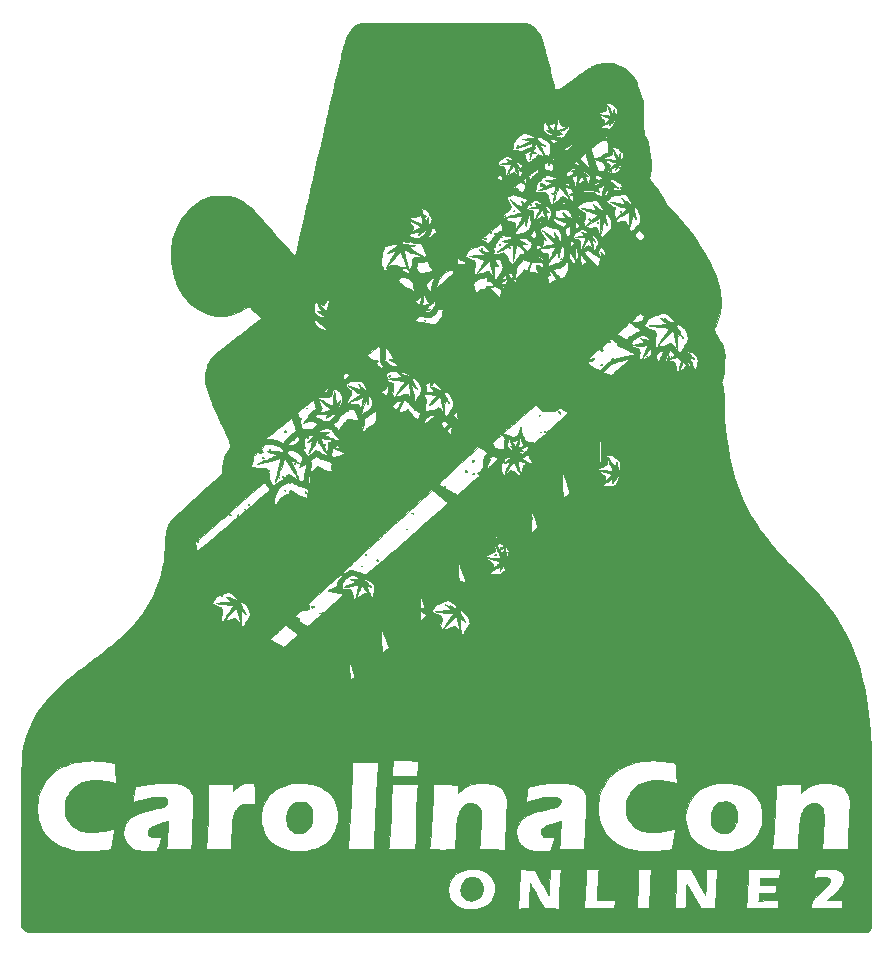
<source format=gbr>
%TF.GenerationSoftware,KiCad,Pcbnew,(6.0.1)*%
%TF.CreationDate,2022-02-21T20:44:29-05:00*%
%TF.ProjectId,cc-online-2,63632d6f-6e6c-4696-9e65-2d322e6b6963,rev?*%
%TF.SameCoordinates,Original*%
%TF.FileFunction,Soldermask,Top*%
%TF.FilePolarity,Negative*%
%FSLAX46Y46*%
G04 Gerber Fmt 4.6, Leading zero omitted, Abs format (unit mm)*
G04 Created by KiCad (PCBNEW (6.0.1)) date 2022-02-21 20:44:29*
%MOMM*%
%LPD*%
G01*
G04 APERTURE LIST*
G04 Aperture macros list*
%AMHorizOval*
0 Thick line with rounded ends*
0 $1 width*
0 $2 $3 position (X,Y) of the first rounded end (center of the circle)*
0 $4 $5 position (X,Y) of the second rounded end (center of the circle)*
0 Add line between two ends*
20,1,$1,$2,$3,$4,$5,0*
0 Add two circle primitives to create the rounded ends*
1,1,$1,$2,$3*
1,1,$1,$4,$5*%
G04 Aperture macros list end*
%ADD10C,0.010000*%
%ADD11R,1.158000X1.158000*%
%ADD12C,1.158000*%
%ADD13C,1.524000*%
%ADD14R,2.500000X2.500000*%
%ADD15R,1.150000X1.150000*%
%ADD16C,1.150000*%
%ADD17C,1.400000*%
%ADD18HorizOval,1.400000X0.000000X0.000000X0.000000X0.000000X0*%
%ADD19HorizOval,1.400000X0.000000X0.000000X0.000000X0.000000X0*%
%ADD20HorizOval,1.400000X0.000000X0.000000X0.000000X0.000000X0*%
G04 APERTURE END LIST*
D10*
%TO.C,Ref\u002A\u002A*%
X110677249Y-59521209D02*
X111104889Y-59521356D01*
X111104889Y-59521356D02*
X111499760Y-59521622D01*
X111499760Y-59521622D02*
X111863229Y-59522035D01*
X111863229Y-59522035D02*
X112196663Y-59522620D01*
X112196663Y-59522620D02*
X112501426Y-59523402D01*
X112501426Y-59523402D02*
X112778887Y-59524407D01*
X112778887Y-59524407D02*
X113030411Y-59525661D01*
X113030411Y-59525661D02*
X113257365Y-59527189D01*
X113257365Y-59527189D02*
X113461115Y-59529017D01*
X113461115Y-59529017D02*
X113643027Y-59531171D01*
X113643027Y-59531171D02*
X113804468Y-59533676D01*
X113804468Y-59533676D02*
X113946804Y-59536558D01*
X113946804Y-59536558D02*
X114071401Y-59539843D01*
X114071401Y-59539843D02*
X114179627Y-59543556D01*
X114179627Y-59543556D02*
X114272847Y-59547723D01*
X114272847Y-59547723D02*
X114352428Y-59552369D01*
X114352428Y-59552369D02*
X114419735Y-59557521D01*
X114419735Y-59557521D02*
X114476137Y-59563203D01*
X114476137Y-59563203D02*
X114522998Y-59569442D01*
X114522998Y-59569442D02*
X114561685Y-59576263D01*
X114561685Y-59576263D02*
X114593565Y-59583691D01*
X114593565Y-59583691D02*
X114620004Y-59591753D01*
X114620004Y-59591753D02*
X114642368Y-59600474D01*
X114642368Y-59600474D02*
X114662024Y-59609880D01*
X114662024Y-59609880D02*
X114680338Y-59619996D01*
X114680338Y-59619996D02*
X114698677Y-59630848D01*
X114698677Y-59630848D02*
X114718407Y-59642462D01*
X114718407Y-59642462D02*
X114740893Y-59654863D01*
X114740893Y-59654863D02*
X114751682Y-59660410D01*
X114751682Y-59660410D02*
X114962958Y-59789823D01*
X114962958Y-59789823D02*
X115157998Y-59957154D01*
X115157998Y-59957154D02*
X115335536Y-60160721D01*
X115335536Y-60160721D02*
X115494307Y-60398843D01*
X115494307Y-60398843D02*
X115633045Y-60669841D01*
X115633045Y-60669841D02*
X115750485Y-60972033D01*
X115750485Y-60972033D02*
X115759326Y-60998739D01*
X115759326Y-60998739D02*
X115786238Y-61086495D01*
X115786238Y-61086495D02*
X115822038Y-61211692D01*
X115822038Y-61211692D02*
X115865776Y-61370594D01*
X115865776Y-61370594D02*
X115916505Y-61559468D01*
X115916505Y-61559468D02*
X115973275Y-61774578D01*
X115973275Y-61774578D02*
X116035139Y-62012191D01*
X116035139Y-62012191D02*
X116101148Y-62268571D01*
X116101148Y-62268571D02*
X116170354Y-62539984D01*
X116170354Y-62539984D02*
X116241808Y-62822695D01*
X116241808Y-62822695D02*
X116314562Y-63112970D01*
X116314562Y-63112970D02*
X116387667Y-63407075D01*
X116387667Y-63407075D02*
X116460176Y-63701275D01*
X116460176Y-63701275D02*
X116531139Y-63991834D01*
X116531139Y-63991834D02*
X116599609Y-64275020D01*
X116599609Y-64275020D02*
X116664636Y-64547096D01*
X116664636Y-64547096D02*
X116719717Y-64780584D01*
X116719717Y-64780584D02*
X116747116Y-64896418D01*
X116747116Y-64896418D02*
X116767668Y-64977257D01*
X116767668Y-64977257D02*
X116784055Y-65029352D01*
X116784055Y-65029352D02*
X116798959Y-65058953D01*
X116798959Y-65058953D02*
X116815064Y-65072312D01*
X116815064Y-65072312D02*
X116835050Y-65075679D01*
X116835050Y-65075679D02*
X116846312Y-65075594D01*
X116846312Y-65075594D02*
X116891497Y-65074652D01*
X116891497Y-65074652D02*
X116966831Y-65073188D01*
X116966831Y-65073188D02*
X117060136Y-65071435D01*
X117060136Y-65071435D02*
X117121881Y-65070302D01*
X117121881Y-65070302D02*
X117340262Y-65066334D01*
X117340262Y-65066334D02*
X117942089Y-64618527D01*
X117942089Y-64618527D02*
X118241621Y-64395860D01*
X118241621Y-64395860D02*
X118509551Y-64197196D01*
X118509551Y-64197196D02*
X118748058Y-64021023D01*
X118748058Y-64021023D02*
X118959321Y-63865830D01*
X118959321Y-63865830D02*
X119145518Y-63730105D01*
X119145518Y-63730105D02*
X119308828Y-63612335D01*
X119308828Y-63612335D02*
X119451431Y-63511011D01*
X119451431Y-63511011D02*
X119575503Y-63424619D01*
X119575503Y-63424619D02*
X119683226Y-63351648D01*
X119683226Y-63351648D02*
X119776776Y-63290587D01*
X119776776Y-63290587D02*
X119858333Y-63239924D01*
X119858333Y-63239924D02*
X119930075Y-63198147D01*
X119930075Y-63198147D02*
X119994182Y-63163744D01*
X119994182Y-63163744D02*
X120052831Y-63135205D01*
X120052831Y-63135205D02*
X120108202Y-63111016D01*
X120108202Y-63111016D02*
X120124174Y-63104513D01*
X120124174Y-63104513D02*
X120243243Y-63059554D01*
X120243243Y-63059554D02*
X120375871Y-63013856D01*
X120375871Y-63013856D02*
X120501372Y-62974390D01*
X120501372Y-62974390D02*
X120558090Y-62958337D01*
X120558090Y-62958337D02*
X120828431Y-62906403D01*
X120828431Y-62906403D02*
X121115113Y-62888670D01*
X121115113Y-62888670D02*
X121411718Y-62903646D01*
X121411718Y-62903646D02*
X121711829Y-62949836D01*
X121711829Y-62949836D02*
X122009028Y-63025746D01*
X122009028Y-63025746D02*
X122296897Y-63129883D01*
X122296897Y-63129883D02*
X122569020Y-63260753D01*
X122569020Y-63260753D02*
X122818978Y-63416863D01*
X122818978Y-63416863D02*
X122946187Y-63514180D01*
X122946187Y-63514180D02*
X123023639Y-63584550D01*
X123023639Y-63584550D02*
X123117910Y-63680235D01*
X123117910Y-63680235D02*
X123220998Y-63792258D01*
X123220998Y-63792258D02*
X123324901Y-63911640D01*
X123324901Y-63911640D02*
X123421617Y-64029403D01*
X123421617Y-64029403D02*
X123503145Y-64136569D01*
X123503145Y-64136569D02*
X123512283Y-64149357D01*
X123512283Y-64149357D02*
X123598041Y-64283618D01*
X123598041Y-64283618D02*
X123676081Y-64435072D01*
X123676081Y-64435072D02*
X123749077Y-64610090D01*
X123749077Y-64610090D02*
X123819706Y-64815040D01*
X123819706Y-64815040D02*
X123885782Y-65038708D01*
X123885782Y-65038708D02*
X123920835Y-65152267D01*
X123920835Y-65152267D02*
X123967949Y-65287310D01*
X123967949Y-65287310D02*
X124021013Y-65427088D01*
X124021013Y-65427088D02*
X124073917Y-65554850D01*
X124073917Y-65554850D02*
X124074985Y-65557292D01*
X124074985Y-65557292D02*
X124122545Y-65666996D01*
X124122545Y-65666996D02*
X124166841Y-65771343D01*
X124166841Y-65771343D02*
X124203603Y-65860122D01*
X124203603Y-65860122D02*
X124228560Y-65923125D01*
X124228560Y-65923125D02*
X124232640Y-65934167D01*
X124232640Y-65934167D02*
X124259174Y-66033926D01*
X124259174Y-66033926D02*
X124280786Y-66166356D01*
X124280786Y-66166356D02*
X124297005Y-66322030D01*
X124297005Y-66322030D02*
X124307359Y-66491522D01*
X124307359Y-66491522D02*
X124311376Y-66665404D01*
X124311376Y-66665404D02*
X124308584Y-66834248D01*
X124308584Y-66834248D02*
X124298511Y-66988627D01*
X124298511Y-66988627D02*
X124289324Y-67066584D01*
X124289324Y-67066584D02*
X124274984Y-67173678D01*
X124274984Y-67173678D02*
X124264457Y-67271735D01*
X124264457Y-67271735D02*
X124257859Y-67366989D01*
X124257859Y-67366989D02*
X124255303Y-67465675D01*
X124255303Y-67465675D02*
X124256905Y-67574029D01*
X124256905Y-67574029D02*
X124262779Y-67698285D01*
X124262779Y-67698285D02*
X124273040Y-67844677D01*
X124273040Y-67844677D02*
X124287803Y-68019441D01*
X124287803Y-68019441D02*
X124307182Y-68228812D01*
X124307182Y-68228812D02*
X124311539Y-68274520D01*
X124311539Y-68274520D02*
X124330062Y-68467481D01*
X124330062Y-68467481D02*
X124345362Y-68623089D01*
X124345362Y-68623089D02*
X124358216Y-68746135D01*
X124358216Y-68746135D02*
X124369403Y-68841410D01*
X124369403Y-68841410D02*
X124379700Y-68913704D01*
X124379700Y-68913704D02*
X124389884Y-68967810D01*
X124389884Y-68967810D02*
X124400735Y-69008517D01*
X124400735Y-69008517D02*
X124413029Y-69040617D01*
X124413029Y-69040617D02*
X124427544Y-69068900D01*
X124427544Y-69068900D02*
X124445058Y-69098158D01*
X124445058Y-69098158D02*
X124445320Y-69098584D01*
X124445320Y-69098584D02*
X124540628Y-69258678D01*
X124540628Y-69258678D02*
X124617021Y-69401166D01*
X124617021Y-69401166D02*
X124677362Y-69535040D01*
X124677362Y-69535040D02*
X124724511Y-69669292D01*
X124724511Y-69669292D02*
X124761330Y-69812914D01*
X124761330Y-69812914D02*
X124790680Y-69974898D01*
X124790680Y-69974898D02*
X124815422Y-70164238D01*
X124815422Y-70164238D02*
X124830747Y-70309868D01*
X124830747Y-70309868D02*
X124846443Y-70447351D01*
X124846443Y-70447351D02*
X124866565Y-70591615D01*
X124866565Y-70591615D02*
X124888801Y-70727665D01*
X124888801Y-70727665D02*
X124910834Y-70840504D01*
X124910834Y-70840504D02*
X124916396Y-70864831D01*
X124916396Y-70864831D02*
X124968883Y-71130496D01*
X124968883Y-71130496D02*
X124995279Y-71385535D01*
X124995279Y-71385535D02*
X124995369Y-71639692D01*
X124995369Y-71639692D02*
X124968939Y-71902711D01*
X124968939Y-71902711D02*
X124915772Y-72184336D01*
X124915772Y-72184336D02*
X124884394Y-72314538D01*
X124884394Y-72314538D02*
X124803230Y-72633150D01*
X124803230Y-72633150D02*
X124924631Y-72802617D01*
X124924631Y-72802617D02*
X124994025Y-72900658D01*
X124994025Y-72900658D02*
X125069819Y-73009573D01*
X125069819Y-73009573D02*
X125138117Y-73109352D01*
X125138117Y-73109352D02*
X125152598Y-73130834D01*
X125152598Y-73130834D02*
X125207369Y-73207963D01*
X125207369Y-73207963D02*
X125280912Y-73305325D01*
X125280912Y-73305325D02*
X125364189Y-73411236D01*
X125364189Y-73411236D02*
X125448158Y-73514012D01*
X125448158Y-73514012D02*
X125460243Y-73528421D01*
X125460243Y-73528421D02*
X125691135Y-73830357D01*
X125691135Y-73830357D02*
X125903908Y-74164945D01*
X125903908Y-74164945D02*
X126077384Y-74490777D01*
X126077384Y-74490777D02*
X126107511Y-74552142D01*
X126107511Y-74552142D02*
X126135454Y-74606529D01*
X126135454Y-74606529D02*
X126163944Y-74657311D01*
X126163944Y-74657311D02*
X126195715Y-74707859D01*
X126195715Y-74707859D02*
X126233500Y-74761546D01*
X126233500Y-74761546D02*
X126280032Y-74821745D01*
X126280032Y-74821745D02*
X126338044Y-74891827D01*
X126338044Y-74891827D02*
X126410269Y-74975166D01*
X126410269Y-74975166D02*
X126499440Y-75075133D01*
X126499440Y-75075133D02*
X126608289Y-75195101D01*
X126608289Y-75195101D02*
X126739551Y-75338443D01*
X126739551Y-75338443D02*
X126895958Y-75508530D01*
X126895958Y-75508530D02*
X126947938Y-75565000D01*
X126947938Y-75565000D02*
X127430142Y-76106955D01*
X127430142Y-76106955D02*
X127892366Y-76662818D01*
X127892366Y-76662818D02*
X128331601Y-77228335D01*
X128331601Y-77228335D02*
X128744838Y-77799258D01*
X128744838Y-77799258D02*
X129129067Y-78371333D01*
X129129067Y-78371333D02*
X129481280Y-78940310D01*
X129481280Y-78940310D02*
X129798467Y-79501937D01*
X129798467Y-79501937D02*
X129974249Y-79840667D01*
X129974249Y-79840667D02*
X130076442Y-80051412D01*
X130076442Y-80051412D02*
X130179717Y-80276777D01*
X130179717Y-80276777D02*
X130280644Y-80508430D01*
X130280644Y-80508430D02*
X130375790Y-80738042D01*
X130375790Y-80738042D02*
X130461722Y-80957284D01*
X130461722Y-80957284D02*
X130535009Y-81157824D01*
X130535009Y-81157824D02*
X130592217Y-81331333D01*
X130592217Y-81331333D02*
X130602193Y-81364667D01*
X130602193Y-81364667D02*
X130638905Y-81495790D01*
X130638905Y-81495790D02*
X130679058Y-81648670D01*
X130679058Y-81648670D02*
X130719758Y-81811406D01*
X130719758Y-81811406D02*
X130758113Y-81972101D01*
X130758113Y-81972101D02*
X130791233Y-82118854D01*
X130791233Y-82118854D02*
X130816226Y-82239767D01*
X130816226Y-82239767D02*
X130820808Y-82264250D01*
X130820808Y-82264250D02*
X130834350Y-82363210D01*
X130834350Y-82363210D02*
X130846056Y-82496174D01*
X130846056Y-82496174D02*
X130855746Y-82654848D01*
X130855746Y-82654848D02*
X130863242Y-82830935D01*
X130863242Y-82830935D02*
X130868364Y-83016139D01*
X130868364Y-83016139D02*
X130870935Y-83202164D01*
X130870935Y-83202164D02*
X130870774Y-83380715D01*
X130870774Y-83380715D02*
X130867703Y-83543495D01*
X130867703Y-83543495D02*
X130861544Y-83682210D01*
X130861544Y-83682210D02*
X130853440Y-83777667D01*
X130853440Y-83777667D02*
X130809903Y-84050402D01*
X130809903Y-84050402D02*
X130743229Y-84330821D01*
X130743229Y-84330821D02*
X130656968Y-84608366D01*
X130656968Y-84608366D02*
X130554671Y-84872478D01*
X130554671Y-84872478D02*
X130439891Y-85112599D01*
X130439891Y-85112599D02*
X130355292Y-85258738D01*
X130355292Y-85258738D02*
X130332521Y-85297449D01*
X130332521Y-85297449D02*
X130320161Y-85331812D01*
X130320161Y-85331812D02*
X130317254Y-85373653D01*
X130317254Y-85373653D02*
X130322838Y-85434798D01*
X130322838Y-85434798D02*
X130334373Y-85516388D01*
X130334373Y-85516388D02*
X130343604Y-85575420D01*
X130343604Y-85575420D02*
X130353896Y-85625696D01*
X130353896Y-85625696D02*
X130368196Y-85673460D01*
X130368196Y-85673460D02*
X130389452Y-85724955D01*
X130389452Y-85724955D02*
X130420610Y-85786424D01*
X130420610Y-85786424D02*
X130464617Y-85864111D01*
X130464617Y-85864111D02*
X130524421Y-85964258D01*
X130524421Y-85964258D02*
X130602969Y-86093110D01*
X130602969Y-86093110D02*
X130618880Y-86119105D01*
X130618880Y-86119105D02*
X130753157Y-86342466D01*
X130753157Y-86342466D02*
X130864500Y-86537617D01*
X130864500Y-86537617D02*
X130955291Y-86710278D01*
X130955291Y-86710278D02*
X131027913Y-86866166D01*
X131027913Y-86866166D02*
X131084748Y-87011002D01*
X131084748Y-87011002D02*
X131128179Y-87150503D01*
X131128179Y-87150503D02*
X131160589Y-87290390D01*
X131160589Y-87290390D02*
X131184359Y-87436380D01*
X131184359Y-87436380D02*
X131191500Y-87493589D01*
X131191500Y-87493589D02*
X131203904Y-87623167D01*
X131203904Y-87623167D02*
X131208068Y-87739325D01*
X131208068Y-87739325D02*
X131204071Y-87861022D01*
X131204071Y-87861022D02*
X131193555Y-87991006D01*
X131193555Y-87991006D02*
X131185347Y-88090659D01*
X131185347Y-88090659D02*
X131176407Y-88222300D01*
X131176407Y-88222300D02*
X131167332Y-88375604D01*
X131167332Y-88375604D02*
X131158716Y-88540246D01*
X131158716Y-88540246D02*
X131151155Y-88705902D01*
X131151155Y-88705902D02*
X131148449Y-88773000D01*
X131148449Y-88773000D02*
X131140585Y-88959077D01*
X131140585Y-88959077D02*
X131132121Y-89110094D01*
X131132121Y-89110094D02*
X131121906Y-89233319D01*
X131121906Y-89233319D02*
X131108790Y-89336021D01*
X131108790Y-89336021D02*
X131091623Y-89425470D01*
X131091623Y-89425470D02*
X131069254Y-89508935D01*
X131069254Y-89508935D02*
X131040534Y-89593685D01*
X131040534Y-89593685D02*
X131004312Y-89686989D01*
X131004312Y-89686989D02*
X131003496Y-89689009D01*
X131003496Y-89689009D02*
X130962250Y-89801807D01*
X130962250Y-89801807D02*
X130942005Y-89889663D01*
X130942005Y-89889663D02*
X130941663Y-89963744D01*
X130941663Y-89963744D02*
X130960127Y-90035214D01*
X130960127Y-90035214D02*
X130967599Y-90054093D01*
X130967599Y-90054093D02*
X130986436Y-90106529D01*
X130986436Y-90106529D02*
X131011697Y-90186724D01*
X131011697Y-90186724D02*
X131039302Y-90281426D01*
X131039302Y-90281426D02*
X131053732Y-90333871D01*
X131053732Y-90333871D02*
X131069676Y-90394973D01*
X131069676Y-90394973D02*
X131082342Y-90450379D01*
X131082342Y-90450379D02*
X131092190Y-90506135D01*
X131092190Y-90506135D02*
X131099678Y-90568284D01*
X131099678Y-90568284D02*
X131105265Y-90642872D01*
X131105265Y-90642872D02*
X131109410Y-90735941D01*
X131109410Y-90735941D02*
X131112573Y-90853537D01*
X131112573Y-90853537D02*
X131115212Y-91001705D01*
X131115212Y-91001705D02*
X131117641Y-91175417D01*
X131117641Y-91175417D02*
X131141192Y-92070320D01*
X131141192Y-92070320D02*
X131187793Y-92943535D01*
X131187793Y-92943535D02*
X131257169Y-93792759D01*
X131257169Y-93792759D02*
X131349046Y-94615691D01*
X131349046Y-94615691D02*
X131463151Y-95410029D01*
X131463151Y-95410029D02*
X131599208Y-96173469D01*
X131599208Y-96173469D02*
X131756944Y-96903710D01*
X131756944Y-96903710D02*
X131839741Y-97239667D01*
X131839741Y-97239667D02*
X132042752Y-97970749D01*
X132042752Y-97970749D02*
X132269229Y-98671749D01*
X132269229Y-98671749D02*
X132521143Y-99346370D01*
X132521143Y-99346370D02*
X132800466Y-99998318D01*
X132800466Y-99998318D02*
X133109170Y-100631296D01*
X133109170Y-100631296D02*
X133449226Y-101249009D01*
X133449226Y-101249009D02*
X133822605Y-101855161D01*
X133822605Y-101855161D02*
X134231280Y-102453456D01*
X134231280Y-102453456D02*
X134677222Y-103047599D01*
X134677222Y-103047599D02*
X135162403Y-103641293D01*
X135162403Y-103641293D02*
X135382898Y-103896584D01*
X135382898Y-103896584D02*
X135486902Y-104014865D01*
X135486902Y-104014865D02*
X135582727Y-104123143D01*
X135582727Y-104123143D02*
X135673530Y-104224766D01*
X135673530Y-104224766D02*
X135762467Y-104323081D01*
X135762467Y-104323081D02*
X135852697Y-104421437D01*
X135852697Y-104421437D02*
X135947374Y-104523182D01*
X135947374Y-104523182D02*
X136049658Y-104631665D01*
X136049658Y-104631665D02*
X136162703Y-104750233D01*
X136162703Y-104750233D02*
X136289668Y-104882236D01*
X136289668Y-104882236D02*
X136433708Y-105031020D01*
X136433708Y-105031020D02*
X136597982Y-105199936D01*
X136597982Y-105199936D02*
X136785645Y-105392330D01*
X136785645Y-105392330D02*
X136999422Y-105611108D01*
X136999422Y-105611108D02*
X137295113Y-105913932D01*
X137295113Y-105913932D02*
X137562481Y-106188581D01*
X137562481Y-106188581D02*
X137803176Y-106436779D01*
X137803176Y-106436779D02*
X138018846Y-106660249D01*
X138018846Y-106660249D02*
X138211141Y-106860712D01*
X138211141Y-106860712D02*
X138381709Y-107039892D01*
X138381709Y-107039892D02*
X138532199Y-107199511D01*
X138532199Y-107199511D02*
X138664260Y-107341293D01*
X138664260Y-107341293D02*
X138779541Y-107466959D01*
X138779541Y-107466959D02*
X138843056Y-107537250D01*
X138843056Y-107537250D02*
X139345441Y-108114881D01*
X139345441Y-108114881D02*
X139809065Y-108686260D01*
X139809065Y-108686260D02*
X140236253Y-109255334D01*
X140236253Y-109255334D02*
X140629330Y-109826052D01*
X140629330Y-109826052D02*
X140990620Y-110402362D01*
X140990620Y-110402362D02*
X141322450Y-110988210D01*
X141322450Y-110988210D02*
X141627143Y-111587547D01*
X141627143Y-111587547D02*
X141907025Y-112204319D01*
X141907025Y-112204319D02*
X142164420Y-112842474D01*
X142164420Y-112842474D02*
X142401654Y-113505962D01*
X142401654Y-113505962D02*
X142457866Y-113675584D01*
X142457866Y-113675584D02*
X142631113Y-114235770D01*
X142631113Y-114235770D02*
X142788818Y-114808242D01*
X142788818Y-114808242D02*
X142931510Y-115396167D01*
X142931510Y-115396167D02*
X143059719Y-116002712D01*
X143059719Y-116002712D02*
X143173974Y-116631048D01*
X143173974Y-116631048D02*
X143274805Y-117284340D01*
X143274805Y-117284340D02*
X143362742Y-117965759D01*
X143362742Y-117965759D02*
X143438315Y-118678471D01*
X143438315Y-118678471D02*
X143502053Y-119425645D01*
X143502053Y-119425645D02*
X143554485Y-120210449D01*
X143554485Y-120210449D02*
X143556652Y-120247834D01*
X143556652Y-120247834D02*
X143559268Y-120314332D01*
X143559268Y-120314332D02*
X143561766Y-120419729D01*
X143561766Y-120419729D02*
X143564145Y-120562224D01*
X143564145Y-120562224D02*
X143566406Y-120740013D01*
X143566406Y-120740013D02*
X143568548Y-120951294D01*
X143568548Y-120951294D02*
X143570573Y-121194264D01*
X143570573Y-121194264D02*
X143572479Y-121467122D01*
X143572479Y-121467122D02*
X143574268Y-121768063D01*
X143574268Y-121768063D02*
X143575938Y-122095287D01*
X143575938Y-122095287D02*
X143577492Y-122446990D01*
X143577492Y-122446990D02*
X143578927Y-122821370D01*
X143578927Y-122821370D02*
X143580245Y-123216624D01*
X143580245Y-123216624D02*
X143581446Y-123630950D01*
X143581446Y-123630950D02*
X143582529Y-124062546D01*
X143582529Y-124062546D02*
X143583495Y-124509608D01*
X143583495Y-124509608D02*
X143584345Y-124970335D01*
X143584345Y-124970335D02*
X143585077Y-125442923D01*
X143585077Y-125442923D02*
X143585692Y-125925570D01*
X143585692Y-125925570D02*
X143586191Y-126416475D01*
X143586191Y-126416475D02*
X143586573Y-126913833D01*
X143586573Y-126913833D02*
X143586838Y-127415843D01*
X143586838Y-127415843D02*
X143586987Y-127920703D01*
X143586987Y-127920703D02*
X143587020Y-128426609D01*
X143587020Y-128426609D02*
X143586936Y-128931759D01*
X143586936Y-128931759D02*
X143586737Y-129434351D01*
X143586737Y-129434351D02*
X143586421Y-129932581D01*
X143586421Y-129932581D02*
X143585990Y-130424649D01*
X143585990Y-130424649D02*
X143585442Y-130908751D01*
X143585442Y-130908751D02*
X143584779Y-131383084D01*
X143584779Y-131383084D02*
X143584001Y-131845846D01*
X143584001Y-131845846D02*
X143583106Y-132295235D01*
X143583106Y-132295235D02*
X143582097Y-132729448D01*
X143582097Y-132729448D02*
X143580972Y-133146682D01*
X143580972Y-133146682D02*
X143579732Y-133545135D01*
X143579732Y-133545135D02*
X143578377Y-133923005D01*
X143578377Y-133923005D02*
X143576907Y-134278489D01*
X143576907Y-134278489D02*
X143575322Y-134609784D01*
X143575322Y-134609784D02*
X143573622Y-134915088D01*
X143573622Y-134915088D02*
X143571808Y-135192599D01*
X143571808Y-135192599D02*
X143569879Y-135440513D01*
X143569879Y-135440513D02*
X143567836Y-135657029D01*
X143567836Y-135657029D02*
X143565678Y-135840344D01*
X143565678Y-135840344D02*
X143563406Y-135988655D01*
X143563406Y-135988655D02*
X143561020Y-136100159D01*
X143561020Y-136100159D02*
X143558520Y-136173056D01*
X143558520Y-136173056D02*
X143555906Y-136205540D01*
X143555906Y-136205540D02*
X143555729Y-136206222D01*
X143555729Y-136206222D02*
X143503407Y-136312268D01*
X143503407Y-136312268D02*
X143420767Y-136400932D01*
X143420767Y-136400932D02*
X143318931Y-136460615D01*
X143318931Y-136460615D02*
X143307924Y-136464610D01*
X143307924Y-136464610D02*
X143283172Y-136465875D01*
X143283172Y-136465875D02*
X143216932Y-136467119D01*
X143216932Y-136467119D02*
X143110050Y-136468342D01*
X143110050Y-136468342D02*
X142963372Y-136469543D01*
X142963372Y-136469543D02*
X142777743Y-136470724D01*
X142777743Y-136470724D02*
X142554009Y-136471883D01*
X142554009Y-136471883D02*
X142293016Y-136473020D01*
X142293016Y-136473020D02*
X141995609Y-136474136D01*
X141995609Y-136474136D02*
X141662634Y-136475230D01*
X141662634Y-136475230D02*
X141294936Y-136476303D01*
X141294936Y-136476303D02*
X140893361Y-136477353D01*
X140893361Y-136477353D02*
X140458756Y-136478382D01*
X140458756Y-136478382D02*
X139991965Y-136479388D01*
X139991965Y-136479388D02*
X139493834Y-136480373D01*
X139493834Y-136480373D02*
X138965208Y-136481335D01*
X138965208Y-136481335D02*
X138406935Y-136482275D01*
X138406935Y-136482275D02*
X137819858Y-136483193D01*
X137819858Y-136483193D02*
X137204824Y-136484088D01*
X137204824Y-136484088D02*
X136562679Y-136484960D01*
X136562679Y-136484960D02*
X135894267Y-136485810D01*
X135894267Y-136485810D02*
X135200435Y-136486637D01*
X135200435Y-136486637D02*
X134482029Y-136487442D01*
X134482029Y-136487442D02*
X133739894Y-136488223D01*
X133739894Y-136488223D02*
X132974875Y-136488981D01*
X132974875Y-136488981D02*
X132187819Y-136489716D01*
X132187819Y-136489716D02*
X131379570Y-136490428D01*
X131379570Y-136490428D02*
X130550975Y-136491117D01*
X130550975Y-136491117D02*
X129702880Y-136491782D01*
X129702880Y-136491782D02*
X128836129Y-136492424D01*
X128836129Y-136492424D02*
X127951569Y-136493042D01*
X127951569Y-136493042D02*
X127050045Y-136493637D01*
X127050045Y-136493637D02*
X126132403Y-136494208D01*
X126132403Y-136494208D02*
X125199489Y-136494755D01*
X125199489Y-136494755D02*
X124252148Y-136495278D01*
X124252148Y-136495278D02*
X123291225Y-136495777D01*
X123291225Y-136495777D02*
X122317567Y-136496251D01*
X122317567Y-136496251D02*
X121332020Y-136496702D01*
X121332020Y-136496702D02*
X120335428Y-136497129D01*
X120335428Y-136497129D02*
X119328637Y-136497531D01*
X119328637Y-136497531D02*
X118312494Y-136497908D01*
X118312494Y-136497908D02*
X117287843Y-136498261D01*
X117287843Y-136498261D02*
X116255531Y-136498589D01*
X116255531Y-136498589D02*
X115216402Y-136498893D01*
X115216402Y-136498893D02*
X114171304Y-136499172D01*
X114171304Y-136499172D02*
X113121080Y-136499425D01*
X113121080Y-136499425D02*
X112066578Y-136499654D01*
X112066578Y-136499654D02*
X111008643Y-136499858D01*
X111008643Y-136499858D02*
X109948119Y-136500036D01*
X109948119Y-136500036D02*
X108885854Y-136500189D01*
X108885854Y-136500189D02*
X107822692Y-136500317D01*
X107822692Y-136500317D02*
X106759480Y-136500419D01*
X106759480Y-136500419D02*
X105697062Y-136500496D01*
X105697062Y-136500496D02*
X104636285Y-136500547D01*
X104636285Y-136500547D02*
X103577995Y-136500572D01*
X103577995Y-136500572D02*
X102523036Y-136500572D01*
X102523036Y-136500572D02*
X101472254Y-136500545D01*
X101472254Y-136500545D02*
X100426496Y-136500493D01*
X100426496Y-136500493D02*
X99386607Y-136500414D01*
X99386607Y-136500414D02*
X98353432Y-136500309D01*
X98353432Y-136500309D02*
X97327817Y-136500178D01*
X97327817Y-136500178D02*
X96310608Y-136500020D01*
X96310608Y-136500020D02*
X95302651Y-136499836D01*
X95302651Y-136499836D02*
X94304790Y-136499626D01*
X94304790Y-136499626D02*
X93317872Y-136499389D01*
X93317872Y-136499389D02*
X92342743Y-136499125D01*
X92342743Y-136499125D02*
X91380248Y-136498834D01*
X91380248Y-136498834D02*
X90431232Y-136498516D01*
X90431232Y-136498516D02*
X89496542Y-136498172D01*
X89496542Y-136498172D02*
X88577022Y-136497800D01*
X88577022Y-136497800D02*
X87673520Y-136497401D01*
X87673520Y-136497401D02*
X86786879Y-136496974D01*
X86786879Y-136496974D02*
X85917947Y-136496521D01*
X85917947Y-136496521D02*
X85067568Y-136496039D01*
X85067568Y-136496039D02*
X84236589Y-136495531D01*
X84236589Y-136495531D02*
X83425854Y-136494994D01*
X83425854Y-136494994D02*
X82636210Y-136494430D01*
X82636210Y-136494430D02*
X81868502Y-136493838D01*
X81868502Y-136493838D02*
X81123576Y-136493218D01*
X81123576Y-136493218D02*
X80402277Y-136492570D01*
X80402277Y-136492570D02*
X79705452Y-136491894D01*
X79705452Y-136491894D02*
X79033945Y-136491190D01*
X79033945Y-136491190D02*
X78388603Y-136490457D01*
X78388603Y-136490457D02*
X77770271Y-136489696D01*
X77770271Y-136489696D02*
X77179795Y-136488907D01*
X77179795Y-136488907D02*
X76618020Y-136488089D01*
X76618020Y-136488089D02*
X76085793Y-136487242D01*
X76085793Y-136487242D02*
X75583958Y-136486367D01*
X75583958Y-136486367D02*
X75113361Y-136485463D01*
X75113361Y-136485463D02*
X74674849Y-136484530D01*
X74674849Y-136484530D02*
X74269266Y-136483568D01*
X74269266Y-136483568D02*
X73897458Y-136482576D01*
X73897458Y-136482576D02*
X73560272Y-136481556D01*
X73560272Y-136481556D02*
X73258552Y-136480506D01*
X73258552Y-136480506D02*
X72993144Y-136479427D01*
X72993144Y-136479427D02*
X72764894Y-136478319D01*
X72764894Y-136478319D02*
X72574648Y-136477180D01*
X72574648Y-136477180D02*
X72423251Y-136476013D01*
X72423251Y-136476013D02*
X72311549Y-136474815D01*
X72311549Y-136474815D02*
X72240388Y-136473588D01*
X72240388Y-136473588D02*
X72210612Y-136472331D01*
X72210612Y-136472331D02*
X72210084Y-136472238D01*
X72210084Y-136472238D02*
X72030047Y-136418507D01*
X72030047Y-136418507D02*
X71886521Y-136345213D01*
X71886521Y-136345213D02*
X71777968Y-136251359D01*
X71777968Y-136251359D02*
X71707659Y-136145977D01*
X71707659Y-136145977D02*
X71659750Y-136048750D01*
X71659750Y-136048750D02*
X71659750Y-132850771D01*
X71659750Y-132850771D02*
X107811445Y-132850771D01*
X107811445Y-132850771D02*
X107815257Y-133047440D01*
X107815257Y-133047440D02*
X107833396Y-133234342D01*
X107833396Y-133234342D02*
X107865873Y-133399164D01*
X107865873Y-133399164D02*
X107884757Y-133461661D01*
X107884757Y-133461661D02*
X107984047Y-133685526D01*
X107984047Y-133685526D02*
X108119821Y-133888837D01*
X108119821Y-133888837D02*
X108290575Y-134069714D01*
X108290575Y-134069714D02*
X108494801Y-134226276D01*
X108494801Y-134226276D02*
X108500281Y-134229835D01*
X108500281Y-134229835D02*
X108702565Y-134339537D01*
X108702565Y-134339537D02*
X108933992Y-134428448D01*
X108933992Y-134428448D02*
X109186005Y-134495035D01*
X109186005Y-134495035D02*
X109450046Y-134537765D01*
X109450046Y-134537765D02*
X109717558Y-134555105D01*
X109717558Y-134555105D02*
X109979985Y-134545522D01*
X109979985Y-134545522D02*
X110143269Y-134524217D01*
X110143269Y-134524217D02*
X110262871Y-134499114D01*
X110262871Y-134499114D02*
X113707334Y-134499114D01*
X113707334Y-134499114D02*
X114156652Y-134483745D01*
X114156652Y-134483745D02*
X114290464Y-134478796D01*
X114290464Y-134478796D02*
X114409739Y-134473677D01*
X114409739Y-134473677D02*
X114508070Y-134468720D01*
X114508070Y-134468720D02*
X114579051Y-134464260D01*
X114579051Y-134464260D02*
X114616274Y-134460628D01*
X114616274Y-134460628D02*
X114620084Y-134459653D01*
X114620084Y-134459653D02*
X114623891Y-134452228D01*
X114623891Y-134452228D02*
X114627601Y-134432805D01*
X114627601Y-134432805D02*
X114631357Y-134398426D01*
X114631357Y-134398426D02*
X114635300Y-134346131D01*
X114635300Y-134346131D02*
X114639573Y-134272963D01*
X114639573Y-134272963D02*
X114644318Y-134175963D01*
X114644318Y-134175963D02*
X114649678Y-134052172D01*
X114649678Y-134052172D02*
X114655794Y-133898632D01*
X114655794Y-133898632D02*
X114662809Y-133712385D01*
X114662809Y-133712385D02*
X114670864Y-133490472D01*
X114670864Y-133490472D02*
X114680103Y-133229934D01*
X114680103Y-133229934D02*
X114682576Y-133159500D01*
X114682576Y-133159500D02*
X114688768Y-132994700D01*
X114688768Y-132994700D02*
X114695343Y-132840509D01*
X114695343Y-132840509D02*
X114701988Y-132702868D01*
X114701988Y-132702868D02*
X114708389Y-132587719D01*
X114708389Y-132587719D02*
X114714232Y-132501003D01*
X114714232Y-132501003D02*
X114719202Y-132448664D01*
X114719202Y-132448664D02*
X114720621Y-132439834D01*
X114720621Y-132439834D02*
X114736032Y-132365750D01*
X114736032Y-132365750D02*
X114817798Y-132513917D01*
X114817798Y-132513917D02*
X114848794Y-132569417D01*
X114848794Y-132569417D02*
X114897483Y-132655756D01*
X114897483Y-132655756D02*
X114960518Y-132767039D01*
X114960518Y-132767039D02*
X115034552Y-132897370D01*
X115034552Y-132897370D02*
X115116240Y-133040854D01*
X115116240Y-133040854D02*
X115202234Y-133191594D01*
X115202234Y-133191594D02*
X115238317Y-133254750D01*
X115238317Y-133254750D02*
X115330846Y-133416683D01*
X115330846Y-133416683D02*
X115425613Y-133582617D01*
X115425613Y-133582617D02*
X115518158Y-133744740D01*
X115518158Y-133744740D02*
X115604024Y-133895239D01*
X115604024Y-133895239D02*
X115678751Y-134026301D01*
X115678751Y-134026301D02*
X115737882Y-134130112D01*
X115737882Y-134130112D02*
X115748160Y-134148174D01*
X115748160Y-134148174D02*
X115807152Y-134249934D01*
X115807152Y-134249934D02*
X115860436Y-134338230D01*
X115860436Y-134338230D02*
X115903967Y-134406639D01*
X115903967Y-134406639D02*
X115933699Y-134448735D01*
X115933699Y-134448735D02*
X115943853Y-134459006D01*
X115943853Y-134459006D02*
X115970696Y-134462144D01*
X115970696Y-134462144D02*
X116034218Y-134465979D01*
X116034218Y-134465979D02*
X116128775Y-134470284D01*
X116128775Y-134470284D02*
X116248724Y-134474826D01*
X116248724Y-134474826D02*
X116388420Y-134479377D01*
X116388420Y-134479377D02*
X116542219Y-134483706D01*
X116542219Y-134483706D02*
X116562978Y-134484241D01*
X116562978Y-134484241D02*
X117157500Y-134499401D01*
X117157500Y-134499401D02*
X117157501Y-134455959D01*
X117157501Y-134455959D02*
X119295351Y-134455959D01*
X119295351Y-134455959D02*
X119297269Y-134463597D01*
X119297269Y-134463597D02*
X119305104Y-134470110D01*
X119305104Y-134470110D02*
X119321966Y-134475586D01*
X119321966Y-134475586D02*
X119350964Y-134480116D01*
X119350964Y-134480116D02*
X119395208Y-134483789D01*
X119395208Y-134483789D02*
X119457806Y-134486693D01*
X119457806Y-134486693D02*
X119541870Y-134488917D01*
X119541870Y-134488917D02*
X119650507Y-134490552D01*
X119650507Y-134490552D02*
X119786829Y-134491686D01*
X119786829Y-134491686D02*
X119953943Y-134492408D01*
X119953943Y-134492408D02*
X120154961Y-134492808D01*
X120154961Y-134492808D02*
X120392991Y-134492974D01*
X120392991Y-134492974D02*
X120586500Y-134493000D01*
X120586500Y-134493000D02*
X121877667Y-134493000D01*
X121877667Y-134493000D02*
X123736970Y-134493000D01*
X123736970Y-134493000D02*
X124815097Y-134493000D01*
X124815097Y-134493000D02*
X126955073Y-134493000D01*
X126955073Y-134493000D02*
X127884926Y-134493000D01*
X127884926Y-134493000D02*
X127896822Y-134276042D01*
X127896822Y-134276042D02*
X127900502Y-134200946D01*
X127900502Y-134200946D02*
X127905312Y-134090641D01*
X127905312Y-134090641D02*
X127910970Y-133952228D01*
X127910970Y-133952228D02*
X127917197Y-133792806D01*
X127917197Y-133792806D02*
X127923712Y-133619476D01*
X127923712Y-133619476D02*
X127930235Y-133439340D01*
X127930235Y-133439340D02*
X127933374Y-133350000D01*
X127933374Y-133350000D02*
X127941595Y-133121398D01*
X127941595Y-133121398D02*
X127949095Y-132931782D01*
X127949095Y-132931782D02*
X127956130Y-132777815D01*
X127956130Y-132777815D02*
X127962955Y-132656162D01*
X127962955Y-132656162D02*
X127969827Y-132563487D01*
X127969827Y-132563487D02*
X127977000Y-132496452D01*
X127977000Y-132496452D02*
X127984730Y-132451723D01*
X127984730Y-132451723D02*
X127993272Y-132425962D01*
X127993272Y-132425962D02*
X128002883Y-132415835D01*
X128002883Y-132415835D02*
X128004942Y-132415393D01*
X128004942Y-132415393D02*
X128021792Y-132432250D01*
X128021792Y-132432250D02*
X128054598Y-132480086D01*
X128054598Y-132480086D02*
X128099361Y-132552548D01*
X128099361Y-132552548D02*
X128152083Y-132643278D01*
X128152083Y-132643278D02*
X128181806Y-132696457D01*
X128181806Y-132696457D02*
X128227869Y-132779157D01*
X128227869Y-132779157D02*
X128291685Y-132892545D01*
X128291685Y-132892545D02*
X128369854Y-133030642D01*
X128369854Y-133030642D02*
X128458978Y-133187466D01*
X128458978Y-133187466D02*
X128555655Y-133357037D01*
X128555655Y-133357037D02*
X128656486Y-133533374D01*
X128656486Y-133533374D02*
X128758071Y-133710496D01*
X128758071Y-133710496D02*
X128772894Y-133736292D01*
X128772894Y-133736292D02*
X129207810Y-134493000D01*
X129207810Y-134493000D02*
X130401237Y-134493000D01*
X130401237Y-134493000D02*
X133013995Y-134493000D01*
X133013995Y-134493000D02*
X135714510Y-134493000D01*
X135714510Y-134493000D02*
X138532464Y-134493000D01*
X138532464Y-134493000D02*
X139834472Y-134493000D01*
X139834472Y-134493000D02*
X140102064Y-134492943D01*
X140102064Y-134492943D02*
X140330445Y-134492714D01*
X140330445Y-134492714D02*
X140522736Y-134492223D01*
X140522736Y-134492223D02*
X140682060Y-134491384D01*
X140682060Y-134491384D02*
X140811538Y-134490108D01*
X140811538Y-134490108D02*
X140914292Y-134488306D01*
X140914292Y-134488306D02*
X140993444Y-134485892D01*
X140993444Y-134485892D02*
X141052116Y-134482776D01*
X141052116Y-134482776D02*
X141093431Y-134478871D01*
X141093431Y-134478871D02*
X141120509Y-134474088D01*
X141120509Y-134474088D02*
X141136472Y-134468340D01*
X141136472Y-134468340D02*
X141144444Y-134461538D01*
X141144444Y-134461538D02*
X141146981Y-134455959D01*
X141146981Y-134455959D02*
X141151752Y-134422150D01*
X141151752Y-134422150D02*
X141157625Y-134354818D01*
X141157625Y-134354818D02*
X141163955Y-134262739D01*
X141163955Y-134262739D02*
X141170093Y-134154688D01*
X141170093Y-134154688D02*
X141171954Y-134117292D01*
X141171954Y-134117292D02*
X141186427Y-133815667D01*
X141186427Y-133815667D02*
X139902096Y-133815667D01*
X139902096Y-133815667D02*
X140308021Y-133408209D01*
X140308021Y-133408209D02*
X140525504Y-133185937D01*
X140525504Y-133185937D02*
X140711719Y-132986755D01*
X140711719Y-132986755D02*
X140868895Y-132807869D01*
X140868895Y-132807869D02*
X140999266Y-132646488D01*
X140999266Y-132646488D02*
X141105061Y-132499821D01*
X141105061Y-132499821D02*
X141188515Y-132365075D01*
X141188515Y-132365075D02*
X141251857Y-132239459D01*
X141251857Y-132239459D02*
X141262945Y-132213660D01*
X141262945Y-132213660D02*
X141289658Y-132122676D01*
X141289658Y-132122676D02*
X141305861Y-132011560D01*
X141305861Y-132011560D02*
X141311357Y-131893308D01*
X141311357Y-131893308D02*
X141305948Y-131780920D01*
X141305948Y-131780920D02*
X141289438Y-131687392D01*
X141289438Y-131687392D02*
X141271625Y-131640934D01*
X141271625Y-131640934D02*
X141188402Y-131524214D01*
X141188402Y-131524214D02*
X141072689Y-131412997D01*
X141072689Y-131412997D02*
X140934282Y-131314860D01*
X140934282Y-131314860D02*
X140782973Y-131237378D01*
X140782973Y-131237378D02*
X140718386Y-131212971D01*
X140718386Y-131212971D02*
X140611056Y-131185956D01*
X140611056Y-131185956D02*
X140469382Y-131164221D01*
X140469382Y-131164221D02*
X140301077Y-131148207D01*
X140301077Y-131148207D02*
X140113855Y-131138355D01*
X140113855Y-131138355D02*
X139915427Y-131135108D01*
X139915427Y-131135108D02*
X139713507Y-131138908D01*
X139713507Y-131138908D02*
X139562844Y-131146754D01*
X139562844Y-131146754D02*
X139411557Y-131158726D01*
X139411557Y-131158726D02*
X139266231Y-131173378D01*
X139266231Y-131173378D02*
X139133787Y-131189741D01*
X139133787Y-131189741D02*
X139021144Y-131206846D01*
X139021144Y-131206846D02*
X138935225Y-131223723D01*
X138935225Y-131223723D02*
X138882949Y-131239403D01*
X138882949Y-131239403D02*
X138876045Y-131242962D01*
X138876045Y-131242962D02*
X138864190Y-131268518D01*
X138864190Y-131268518D02*
X138851806Y-131323651D01*
X138851806Y-131323651D02*
X138842775Y-131386754D01*
X138842775Y-131386754D02*
X138829923Y-131482324D01*
X138829923Y-131482324D02*
X138812106Y-131590965D01*
X138812106Y-131590965D02*
X138798359Y-131663342D01*
X138798359Y-131663342D02*
X138783021Y-131747206D01*
X138783021Y-131747206D02*
X138772297Y-131823703D01*
X138772297Y-131823703D02*
X138768667Y-131872186D01*
X138768667Y-131872186D02*
X138772600Y-131916243D01*
X138772600Y-131916243D02*
X138790672Y-131928334D01*
X138790672Y-131928334D02*
X138816292Y-131923325D01*
X138816292Y-131923325D02*
X138964126Y-131889197D01*
X138964126Y-131889197D02*
X139138526Y-131861053D01*
X139138526Y-131861053D02*
X139323931Y-131840678D01*
X139323931Y-131840678D02*
X139504782Y-131829858D01*
X139504782Y-131829858D02*
X139635649Y-131829280D01*
X139635649Y-131829280D02*
X139774836Y-131835911D01*
X139774836Y-131835911D02*
X139879739Y-131848941D01*
X139879739Y-131848941D02*
X139958256Y-131871196D01*
X139958256Y-131871196D02*
X140018284Y-131905503D01*
X140018284Y-131905503D02*
X140067721Y-131954688D01*
X140067721Y-131954688D02*
X140096803Y-131994316D01*
X140096803Y-131994316D02*
X140134326Y-132067767D01*
X140134326Y-132067767D02*
X140140539Y-132138967D01*
X140140539Y-132138967D02*
X140115564Y-132221096D01*
X140115564Y-132221096D02*
X140099167Y-132255468D01*
X140099167Y-132255468D02*
X140041483Y-132350291D01*
X140041483Y-132350291D02*
X139954322Y-132468023D01*
X139954322Y-132468023D02*
X139841158Y-132604995D01*
X139841158Y-132604995D02*
X139705467Y-132757541D01*
X139705467Y-132757541D02*
X139550722Y-132921990D01*
X139550722Y-132921990D02*
X139380399Y-133094677D01*
X139380399Y-133094677D02*
X139197971Y-133271932D01*
X139197971Y-133271932D02*
X139006914Y-133450089D01*
X139006914Y-133450089D02*
X138810701Y-133625478D01*
X138810701Y-133625478D02*
X138758140Y-133671150D01*
X138758140Y-133671150D02*
X138581517Y-133823671D01*
X138581517Y-133823671D02*
X138568745Y-134026044D01*
X138568745Y-134026044D02*
X138561549Y-134133968D01*
X138561549Y-134133968D02*
X138553578Y-134244096D01*
X138553578Y-134244096D02*
X138546233Y-134337297D01*
X138546233Y-134337297D02*
X138544218Y-134360709D01*
X138544218Y-134360709D02*
X138532464Y-134493000D01*
X138532464Y-134493000D02*
X135714510Y-134493000D01*
X135714510Y-134493000D02*
X135729551Y-134202997D01*
X135729551Y-134202997D02*
X135736020Y-134090934D01*
X135736020Y-134090934D02*
X135743091Y-133989259D01*
X135743091Y-133989259D02*
X135749986Y-133907943D01*
X135749986Y-133907943D02*
X135755931Y-133856954D01*
X135755931Y-133856954D02*
X135756937Y-133851276D01*
X135756937Y-133851276D02*
X135769280Y-133789559D01*
X135769280Y-133789559D02*
X134917154Y-133805331D01*
X134917154Y-133805331D02*
X134065027Y-133821104D01*
X134065027Y-133821104D02*
X134077209Y-133739010D01*
X134077209Y-133739010D02*
X134084072Y-133680969D01*
X134084072Y-133680969D02*
X134092092Y-133595392D01*
X134092092Y-133595392D02*
X134099940Y-133497002D01*
X134099940Y-133497002D02*
X134103002Y-133453351D01*
X134103002Y-133453351D02*
X134110588Y-133362454D01*
X134110588Y-133362454D02*
X134119740Y-133286181D01*
X134119740Y-133286181D02*
X134129017Y-133235374D01*
X134129017Y-133235374D02*
X134133659Y-133222204D01*
X134133659Y-133222204D02*
X134149156Y-133213564D01*
X134149156Y-133213564D02*
X134186544Y-133206011D01*
X134186544Y-133206011D02*
X134249346Y-133199301D01*
X134249346Y-133199301D02*
X134341086Y-133193189D01*
X134341086Y-133193189D02*
X134465287Y-133187430D01*
X134465287Y-133187430D02*
X134625472Y-133181780D01*
X134625472Y-133181780D02*
X134782227Y-133177164D01*
X134782227Y-133177164D02*
X134943557Y-133172399D01*
X134943557Y-133172399D02*
X135092745Y-133167410D01*
X135092745Y-133167410D02*
X135224094Y-133162436D01*
X135224094Y-133162436D02*
X135331906Y-133157710D01*
X135331906Y-133157710D02*
X135410481Y-133153471D01*
X135410481Y-133153471D02*
X135454121Y-133149954D01*
X135454121Y-133149954D02*
X135459503Y-133149086D01*
X135459503Y-133149086D02*
X135480863Y-133140442D01*
X135480863Y-133140442D02*
X135497303Y-133121954D01*
X135497303Y-133121954D02*
X135509951Y-133087943D01*
X135509951Y-133087943D02*
X135519934Y-133032727D01*
X135519934Y-133032727D02*
X135528381Y-132950628D01*
X135528381Y-132950628D02*
X135536419Y-132835963D01*
X135536419Y-132835963D02*
X135542541Y-132730875D01*
X135542541Y-132730875D02*
X135556409Y-132482167D01*
X135556409Y-132482167D02*
X134169881Y-132482167D01*
X134169881Y-132482167D02*
X134179847Y-132206194D01*
X134179847Y-132206194D02*
X134186498Y-132077077D01*
X134186498Y-132077077D02*
X134195740Y-131981111D01*
X134195740Y-131981111D02*
X134207165Y-131921763D01*
X134207165Y-131921763D02*
X134215461Y-131904569D01*
X134215461Y-131904569D02*
X134233997Y-131897472D01*
X134233997Y-131897472D02*
X134276016Y-131891676D01*
X134276016Y-131891676D02*
X134344463Y-131887088D01*
X134344463Y-131887088D02*
X134442285Y-131883616D01*
X134442285Y-131883616D02*
X134572427Y-131881168D01*
X134572427Y-131881168D02*
X134737835Y-131879652D01*
X134737835Y-131879652D02*
X134941454Y-131878974D01*
X134941454Y-131878974D02*
X135033558Y-131878917D01*
X135033558Y-131878917D02*
X135258313Y-131878482D01*
X135258313Y-131878482D02*
X135442838Y-131877135D01*
X135442838Y-131877135D02*
X135589225Y-131874816D01*
X135589225Y-131874816D02*
X135699568Y-131871460D01*
X135699568Y-131871460D02*
X135775962Y-131867007D01*
X135775962Y-131867007D02*
X135820499Y-131861395D01*
X135820499Y-131861395D02*
X135835136Y-131855158D01*
X135835136Y-131855158D02*
X135839289Y-131826603D01*
X135839289Y-131826603D02*
X135844648Y-131763765D01*
X135844648Y-131763765D02*
X135850646Y-131674658D01*
X135850646Y-131674658D02*
X135856715Y-131567296D01*
X135856715Y-131567296D02*
X135859508Y-131511200D01*
X135859508Y-131511200D02*
X135874749Y-131191000D01*
X135874749Y-131191000D02*
X133187163Y-131191000D01*
X133187163Y-131191000D02*
X133172355Y-131778375D01*
X133172355Y-131778375D02*
X133166654Y-131972286D01*
X133166654Y-131972286D02*
X133158916Y-132186906D01*
X133158916Y-132186906D02*
X133149436Y-132417009D01*
X133149436Y-132417009D02*
X133138507Y-132657370D01*
X133138507Y-132657370D02*
X133126426Y-132902761D01*
X133126426Y-132902761D02*
X133113487Y-133147956D01*
X133113487Y-133147956D02*
X133099985Y-133387730D01*
X133099985Y-133387730D02*
X133086214Y-133616855D01*
X133086214Y-133616855D02*
X133072470Y-133830106D01*
X133072470Y-133830106D02*
X133059047Y-134022256D01*
X133059047Y-134022256D02*
X133046240Y-134188078D01*
X133046240Y-134188078D02*
X133034345Y-134322347D01*
X133034345Y-134322347D02*
X133023655Y-134419837D01*
X133023655Y-134419837D02*
X133023085Y-134424209D01*
X133023085Y-134424209D02*
X133013995Y-134493000D01*
X133013995Y-134493000D02*
X130401237Y-134493000D01*
X130401237Y-134493000D02*
X130415624Y-134085542D01*
X130415624Y-134085542D02*
X130422181Y-133915714D01*
X130422181Y-133915714D02*
X130430533Y-133724725D01*
X130430533Y-133724725D02*
X130440419Y-133516869D01*
X130440419Y-133516869D02*
X130451580Y-133296441D01*
X130451580Y-133296441D02*
X130463752Y-133067737D01*
X130463752Y-133067737D02*
X130476676Y-132835050D01*
X130476676Y-132835050D02*
X130490091Y-132602676D01*
X130490091Y-132602676D02*
X130503735Y-132374910D01*
X130503735Y-132374910D02*
X130517348Y-132156045D01*
X130517348Y-132156045D02*
X130530668Y-131950378D01*
X130530668Y-131950378D02*
X130543435Y-131762202D01*
X130543435Y-131762202D02*
X130555388Y-131595812D01*
X130555388Y-131595812D02*
X130566265Y-131455504D01*
X130566265Y-131455504D02*
X130575805Y-131345572D01*
X130575805Y-131345572D02*
X130583749Y-131270310D01*
X130583749Y-131270310D02*
X130588626Y-131238625D01*
X130588626Y-131238625D02*
X130599140Y-131191000D01*
X130599140Y-131191000D02*
X129671074Y-131191000D01*
X129671074Y-131191000D02*
X129658025Y-131407959D01*
X129658025Y-131407959D02*
X129654984Y-131465697D01*
X129654984Y-131465697D02*
X129650682Y-131557463D01*
X129650682Y-131557463D02*
X129645346Y-131677652D01*
X129645346Y-131677652D02*
X129639201Y-131820664D01*
X129639201Y-131820664D02*
X129632470Y-131980896D01*
X129632470Y-131980896D02*
X129625379Y-132152746D01*
X129625379Y-132152746D02*
X129618153Y-132330612D01*
X129618153Y-132330612D02*
X129611017Y-132508892D01*
X129611017Y-132508892D02*
X129604195Y-132681983D01*
X129604195Y-132681983D02*
X129597913Y-132844284D01*
X129597913Y-132844284D02*
X129592395Y-132990193D01*
X129592395Y-132990193D02*
X129587866Y-133114107D01*
X129587866Y-133114107D02*
X129584551Y-133210424D01*
X129584551Y-133210424D02*
X129582675Y-133273542D01*
X129582675Y-133273542D02*
X129582334Y-133293618D01*
X129582334Y-133293618D02*
X129574442Y-133327175D01*
X129574442Y-133327175D02*
X129551655Y-133322999D01*
X129551655Y-133322999D02*
X129515303Y-133282453D01*
X129515303Y-133282453D02*
X129466719Y-133206905D01*
X129466719Y-133206905D02*
X129425565Y-133132833D01*
X129425565Y-133132833D02*
X129392714Y-133071434D01*
X129392714Y-133071434D02*
X129344084Y-132981182D01*
X129344084Y-132981182D02*
X129282163Y-132866646D01*
X129282163Y-132866646D02*
X129209434Y-132732393D01*
X129209434Y-132732393D02*
X129128384Y-132582991D01*
X129128384Y-132582991D02*
X129041499Y-132423007D01*
X129041499Y-132423007D02*
X128951263Y-132257009D01*
X128951263Y-132257009D02*
X128860162Y-132089565D01*
X128860162Y-132089565D02*
X128770683Y-131925242D01*
X128770683Y-131925242D02*
X128685310Y-131768607D01*
X128685310Y-131768607D02*
X128606528Y-131624229D01*
X128606528Y-131624229D02*
X128536825Y-131496674D01*
X128536825Y-131496674D02*
X128478684Y-131390511D01*
X128478684Y-131390511D02*
X128434592Y-131310306D01*
X128434592Y-131310306D02*
X128407034Y-131260628D01*
X128407034Y-131260628D02*
X128400550Y-131249209D01*
X128400550Y-131249209D02*
X128366706Y-131191000D01*
X128366706Y-131191000D02*
X127127000Y-131191000D01*
X127127000Y-131191000D02*
X127126717Y-131312709D01*
X127126717Y-131312709D02*
X127125295Y-131421591D01*
X127125295Y-131421591D02*
X127121617Y-131563757D01*
X127121617Y-131563757D02*
X127115931Y-131734396D01*
X127115931Y-131734396D02*
X127108487Y-131928692D01*
X127108487Y-131928692D02*
X127099533Y-132141835D01*
X127099533Y-132141835D02*
X127089318Y-132369010D01*
X127089318Y-132369010D02*
X127078090Y-132605405D01*
X127078090Y-132605405D02*
X127066099Y-132846206D01*
X127066099Y-132846206D02*
X127053594Y-133086601D01*
X127053594Y-133086601D02*
X127040822Y-133321777D01*
X127040822Y-133321777D02*
X127028034Y-133546921D01*
X127028034Y-133546921D02*
X127015477Y-133757219D01*
X127015477Y-133757219D02*
X127003400Y-133947860D01*
X127003400Y-133947860D02*
X126992053Y-134114029D01*
X126992053Y-134114029D02*
X126981684Y-134250914D01*
X126981684Y-134250914D02*
X126972542Y-134353702D01*
X126972542Y-134353702D02*
X126966972Y-134403042D01*
X126966972Y-134403042D02*
X126955073Y-134493000D01*
X126955073Y-134493000D02*
X124815097Y-134493000D01*
X124815097Y-134493000D02*
X124828552Y-133990292D01*
X124828552Y-133990292D02*
X124839544Y-133605571D01*
X124839544Y-133605571D02*
X124851517Y-133234461D01*
X124851517Y-133234461D02*
X124864273Y-132881935D01*
X124864273Y-132881935D02*
X124877612Y-132552965D01*
X124877612Y-132552965D02*
X124891336Y-132252526D01*
X124891336Y-132252526D02*
X124905245Y-131985590D01*
X124905245Y-131985590D02*
X124916031Y-131804834D01*
X124916031Y-131804834D02*
X124924905Y-131662955D01*
X124924905Y-131662955D02*
X124932776Y-131531627D01*
X124932776Y-131531627D02*
X124939243Y-131418007D01*
X124939243Y-131418007D02*
X124943904Y-131329252D01*
X124943904Y-131329252D02*
X124946357Y-131272519D01*
X124946357Y-131272519D02*
X124946633Y-131259792D01*
X124946633Y-131259792D02*
X124946834Y-131191000D01*
X124946834Y-131191000D02*
X123888500Y-131191000D01*
X123888500Y-131191000D02*
X123888305Y-131609042D01*
X123888305Y-131609042D02*
X123887087Y-131754850D01*
X123887087Y-131754850D02*
X123883713Y-131927226D01*
X123883713Y-131927226D02*
X123878422Y-132121391D01*
X123878422Y-132121391D02*
X123871450Y-132332569D01*
X123871450Y-132332569D02*
X123863034Y-132555980D01*
X123863034Y-132555980D02*
X123853412Y-132786848D01*
X123853412Y-132786848D02*
X123842822Y-133020393D01*
X123842822Y-133020393D02*
X123831500Y-133251840D01*
X123831500Y-133251840D02*
X123819684Y-133476409D01*
X123819684Y-133476409D02*
X123807611Y-133689322D01*
X123807611Y-133689322D02*
X123795519Y-133885803D01*
X123795519Y-133885803D02*
X123783644Y-134061072D01*
X123783644Y-134061072D02*
X123772225Y-134210353D01*
X123772225Y-134210353D02*
X123761498Y-134328867D01*
X123761498Y-134328867D02*
X123751700Y-134411836D01*
X123751700Y-134411836D02*
X123747947Y-134434792D01*
X123747947Y-134434792D02*
X123736970Y-134493000D01*
X123736970Y-134493000D02*
X121877667Y-134493000D01*
X121877667Y-134493000D02*
X121879173Y-134307792D01*
X121879173Y-134307792D02*
X121881860Y-134195281D01*
X121881860Y-134195281D02*
X121887520Y-134072896D01*
X121887520Y-134072896D02*
X121894972Y-133965732D01*
X121894972Y-133965732D02*
X121895612Y-133958542D01*
X121895612Y-133958542D02*
X121910546Y-133794500D01*
X121910546Y-133794500D02*
X120372270Y-133794500D01*
X120372270Y-133794500D02*
X120384684Y-133651625D01*
X120384684Y-133651625D02*
X120388744Y-133596963D01*
X120388744Y-133596963D02*
X120394691Y-133505993D01*
X120394691Y-133505993D02*
X120402168Y-133384681D01*
X120402168Y-133384681D02*
X120410821Y-133238992D01*
X120410821Y-133238992D02*
X120420294Y-133074892D01*
X120420294Y-133074892D02*
X120430231Y-132898346D01*
X120430231Y-132898346D02*
X120438572Y-132746750D01*
X120438572Y-132746750D02*
X120456350Y-132423405D01*
X120456350Y-132423405D02*
X120472247Y-132141295D01*
X120472247Y-132141295D02*
X120486329Y-131899367D01*
X120486329Y-131899367D02*
X120498665Y-131696570D01*
X120498665Y-131696570D02*
X120509321Y-131531850D01*
X120509321Y-131531850D02*
X120518364Y-131404154D01*
X120518364Y-131404154D02*
X120525862Y-131312429D01*
X120525862Y-131312429D02*
X120531880Y-131255622D01*
X120531880Y-131255622D02*
X120534640Y-131238625D01*
X120534640Y-131238625D02*
X120544973Y-131191000D01*
X120544973Y-131191000D02*
X119490170Y-131191000D01*
X119490170Y-131191000D02*
X119477853Y-131471459D01*
X119477853Y-131471459D02*
X119465124Y-131759381D01*
X119465124Y-131759381D02*
X119453821Y-132010393D01*
X119453821Y-132010393D02*
X119443661Y-132229885D01*
X119443661Y-132229885D02*
X119434363Y-132423244D01*
X119434363Y-132423244D02*
X119425645Y-132595860D01*
X119425645Y-132595860D02*
X119417225Y-132753121D01*
X119417225Y-132753121D02*
X119408821Y-132900417D01*
X119408821Y-132900417D02*
X119400152Y-133043137D01*
X119400152Y-133043137D02*
X119390935Y-133186668D01*
X119390935Y-133186668D02*
X119380889Y-133336401D01*
X119380889Y-133336401D02*
X119378508Y-133371167D01*
X119378508Y-133371167D02*
X119366676Y-133540445D01*
X119366676Y-133540445D02*
X119354577Y-133708220D01*
X119354577Y-133708220D02*
X119342832Y-133866262D01*
X119342832Y-133866262D02*
X119332062Y-134006341D01*
X119332062Y-134006341D02*
X119322889Y-134120228D01*
X119322889Y-134120228D02*
X119316218Y-134196667D01*
X119316218Y-134196667D02*
X119307527Y-134292687D01*
X119307527Y-134292687D02*
X119300607Y-134375556D01*
X119300607Y-134375556D02*
X119296322Y-134434552D01*
X119296322Y-134434552D02*
X119295351Y-134455959D01*
X119295351Y-134455959D02*
X117157501Y-134455959D01*
X117157501Y-134455959D02*
X117157510Y-134279242D01*
X117157510Y-134279242D02*
X117158772Y-134191306D01*
X117158772Y-134191306D02*
X117162376Y-134068184D01*
X117162376Y-134068184D02*
X117168061Y-133914718D01*
X117168061Y-133914718D02*
X117175564Y-133735751D01*
X117175564Y-133735751D02*
X117184624Y-133536123D01*
X117184624Y-133536123D02*
X117194977Y-133320678D01*
X117194977Y-133320678D02*
X117206362Y-133094257D01*
X117206362Y-133094257D02*
X117218517Y-132861702D01*
X117218517Y-132861702D02*
X117231179Y-132627855D01*
X117231179Y-132627855D02*
X117244086Y-132397558D01*
X117244086Y-132397558D02*
X117256976Y-132175653D01*
X117256976Y-132175653D02*
X117269587Y-131966982D01*
X117269587Y-131966982D02*
X117281657Y-131776388D01*
X117281657Y-131776388D02*
X117292923Y-131608711D01*
X117292923Y-131608711D02*
X117303123Y-131468795D01*
X117303123Y-131468795D02*
X117311996Y-131361480D01*
X117311996Y-131361480D02*
X117319278Y-131291610D01*
X117319278Y-131291610D02*
X117319287Y-131291542D01*
X117319287Y-131291542D02*
X117332287Y-131191000D01*
X117332287Y-131191000D02*
X116402197Y-131191000D01*
X116402197Y-131191000D02*
X116387858Y-131686602D01*
X116387858Y-131686602D02*
X116380214Y-131930381D01*
X116380214Y-131930381D02*
X116371693Y-132165899D01*
X116371693Y-132165899D02*
X116362504Y-132389575D01*
X116362504Y-132389575D02*
X116352853Y-132597829D01*
X116352853Y-132597829D02*
X116342947Y-132787079D01*
X116342947Y-132787079D02*
X116332992Y-132953745D01*
X116332992Y-132953745D02*
X116323195Y-133094245D01*
X116323195Y-133094245D02*
X116313763Y-133205000D01*
X116313763Y-133205000D02*
X116304904Y-133282428D01*
X116304904Y-133282428D02*
X116296823Y-133322948D01*
X116296823Y-133322948D02*
X116293058Y-133328249D01*
X116293058Y-133328249D02*
X116280611Y-133310099D01*
X116280611Y-133310099D02*
X116249774Y-133258077D01*
X116249774Y-133258077D02*
X116202400Y-133175488D01*
X116202400Y-133175488D02*
X116140342Y-133065639D01*
X116140342Y-133065639D02*
X116065452Y-132931837D01*
X116065452Y-132931837D02*
X115979583Y-132777390D01*
X115979583Y-132777390D02*
X115884587Y-132605603D01*
X115884587Y-132605603D02*
X115782318Y-132419783D01*
X115782318Y-132419783D02*
X115701859Y-132273019D01*
X115701859Y-132273019D02*
X115124635Y-131218375D01*
X115124635Y-131218375D02*
X114950443Y-131204814D01*
X114950443Y-131204814D02*
X114874629Y-131200618D01*
X114874629Y-131200618D02*
X114766287Y-131196937D01*
X114766287Y-131196937D02*
X114635222Y-131193986D01*
X114635222Y-131193986D02*
X114491238Y-131191982D01*
X114491238Y-131191982D02*
X114344140Y-131191139D01*
X114344140Y-131191139D02*
X114328659Y-131191127D01*
X114328659Y-131191127D02*
X113881068Y-131191000D01*
X113881068Y-131191000D02*
X113868127Y-131492625D01*
X113868127Y-131492625D02*
X113863346Y-131604616D01*
X113863346Y-131604616D02*
X113857270Y-131747773D01*
X113857270Y-131747773D02*
X113850371Y-131910967D01*
X113850371Y-131910967D02*
X113843118Y-132083068D01*
X113843118Y-132083068D02*
X113835981Y-132252946D01*
X113835981Y-132252946D02*
X113833472Y-132312834D01*
X113833472Y-132312834D02*
X113823633Y-132536837D01*
X113823633Y-132536837D02*
X113812522Y-132770819D01*
X113812522Y-132770819D02*
X113800504Y-133008365D01*
X113800504Y-133008365D02*
X113787941Y-133243064D01*
X113787941Y-133243064D02*
X113775199Y-133468504D01*
X113775199Y-133468504D02*
X113762640Y-133678273D01*
X113762640Y-133678273D02*
X113750629Y-133865957D01*
X113750629Y-133865957D02*
X113739530Y-134025145D01*
X113739530Y-134025145D02*
X113729707Y-134149425D01*
X113729707Y-134149425D02*
X113728343Y-134164917D01*
X113728343Y-134164917D02*
X113719776Y-134264931D01*
X113719776Y-134264931D02*
X113712900Y-134353611D01*
X113712900Y-134353611D02*
X113708536Y-134419821D01*
X113708536Y-134419821D02*
X113707406Y-134448432D01*
X113707406Y-134448432D02*
X113707334Y-134499114D01*
X113707334Y-134499114D02*
X110262871Y-134499114D01*
X110262871Y-134499114D02*
X110424407Y-134465210D01*
X110424407Y-134465210D02*
X110670302Y-134389848D01*
X110670302Y-134389848D02*
X110885622Y-134295888D01*
X110885622Y-134295888D02*
X111075034Y-134181090D01*
X111075034Y-134181090D02*
X111243206Y-134043213D01*
X111243206Y-134043213D02*
X111330693Y-133954157D01*
X111330693Y-133954157D02*
X111485332Y-133759977D01*
X111485332Y-133759977D02*
X111603912Y-133553932D01*
X111603912Y-133553932D02*
X111688059Y-133331537D01*
X111688059Y-133331537D02*
X111739398Y-133088308D01*
X111739398Y-133088308D02*
X111759557Y-132819762D01*
X111759557Y-132819762D02*
X111760000Y-132770193D01*
X111760000Y-132770193D02*
X111746670Y-132516421D01*
X111746670Y-132516421D02*
X111705390Y-132290743D01*
X111705390Y-132290743D02*
X111634229Y-132087859D01*
X111634229Y-132087859D02*
X111531254Y-131902469D01*
X111531254Y-131902469D02*
X111394535Y-131729271D01*
X111394535Y-131729271D02*
X111371631Y-131704683D01*
X111371631Y-131704683D02*
X111192467Y-131536843D01*
X111192467Y-131536843D02*
X111002542Y-131401564D01*
X111002542Y-131401564D02*
X110796255Y-131296323D01*
X110796255Y-131296323D02*
X110568005Y-131218599D01*
X110568005Y-131218599D02*
X110312191Y-131165870D01*
X110312191Y-131165870D02*
X110125254Y-131143511D01*
X110125254Y-131143511D02*
X109816765Y-131131874D01*
X109816765Y-131131874D02*
X109513661Y-131152296D01*
X109513661Y-131152296D02*
X109221776Y-131203477D01*
X109221776Y-131203477D02*
X108946943Y-131284117D01*
X108946943Y-131284117D02*
X108694997Y-131392916D01*
X108694997Y-131392916D02*
X108506747Y-131504145D01*
X108506747Y-131504145D02*
X108331998Y-131645418D01*
X108331998Y-131645418D02*
X108172036Y-131818736D01*
X108172036Y-131818736D02*
X108034133Y-132014485D01*
X108034133Y-132014485D02*
X107925558Y-132223049D01*
X107925558Y-132223049D02*
X107885852Y-132325299D01*
X107885852Y-132325299D02*
X107846755Y-132477387D01*
X107846755Y-132477387D02*
X107821949Y-132656649D01*
X107821949Y-132656649D02*
X107811445Y-132850771D01*
X107811445Y-132850771D02*
X71659750Y-132850771D01*
X71659750Y-132850771D02*
X71659750Y-129180167D01*
X71659750Y-129180167D02*
X71659749Y-128532636D01*
X71659749Y-128532636D02*
X71659756Y-127925972D01*
X71659756Y-127925972D02*
X71659789Y-127358712D01*
X71659789Y-127358712D02*
X71659863Y-126829388D01*
X71659863Y-126829388D02*
X71659994Y-126336536D01*
X71659994Y-126336536D02*
X71660128Y-126037464D01*
X71660128Y-126037464D02*
X72998111Y-126037464D01*
X72998111Y-126037464D02*
X73014722Y-126360014D01*
X73014722Y-126360014D02*
X73058646Y-126695206D01*
X73058646Y-126695206D02*
X73112814Y-126976890D01*
X73112814Y-126976890D02*
X73206359Y-127322968D01*
X73206359Y-127322968D02*
X73332834Y-127644026D01*
X73332834Y-127644026D02*
X73493318Y-127941620D01*
X73493318Y-127941620D02*
X73688889Y-128217305D01*
X73688889Y-128217305D02*
X73920626Y-128472638D01*
X73920626Y-128472638D02*
X74189608Y-128709175D01*
X74189608Y-128709175D02*
X74439197Y-128890520D01*
X74439197Y-128890520D02*
X74784075Y-129096850D01*
X74784075Y-129096850D02*
X75152762Y-129270030D01*
X75152762Y-129270030D02*
X75545757Y-129410166D01*
X75545757Y-129410166D02*
X75963560Y-129517369D01*
X75963560Y-129517369D02*
X76406670Y-129591745D01*
X76406670Y-129591745D02*
X76875588Y-129633405D01*
X76875588Y-129633405D02*
X77370813Y-129642456D01*
X77370813Y-129642456D02*
X77819250Y-129624167D01*
X77819250Y-129624167D02*
X78035103Y-129608642D01*
X78035103Y-129608642D02*
X78246379Y-129591105D01*
X78246379Y-129591105D02*
X78448677Y-129572097D01*
X78448677Y-129572097D02*
X78637596Y-129552160D01*
X78637596Y-129552160D02*
X78808734Y-129531835D01*
X78808734Y-129531835D02*
X78957688Y-129511663D01*
X78957688Y-129511663D02*
X79080057Y-129492185D01*
X79080057Y-129492185D02*
X79171440Y-129473944D01*
X79171440Y-129473944D02*
X79227434Y-129457479D01*
X79227434Y-129457479D02*
X79241683Y-129449246D01*
X79241683Y-129449246D02*
X79251902Y-129421791D01*
X79251902Y-129421791D02*
X79266857Y-129358580D01*
X79266857Y-129358580D02*
X79285362Y-129265778D01*
X79285362Y-129265778D02*
X79306234Y-129149546D01*
X79306234Y-129149546D02*
X79328288Y-129016046D01*
X79328288Y-129016046D02*
X79342209Y-128926167D01*
X79342209Y-128926167D02*
X79367810Y-128758892D01*
X79367810Y-128758892D02*
X79395682Y-128580707D01*
X79395682Y-128580707D02*
X79423822Y-128404160D01*
X79423822Y-128404160D02*
X79450224Y-128241803D01*
X79450224Y-128241803D02*
X79472884Y-128106186D01*
X79472884Y-128106186D02*
X79476915Y-128082656D01*
X79476915Y-128082656D02*
X79481104Y-128058334D01*
X79481104Y-128058334D02*
X80301158Y-128058334D01*
X80301158Y-128058334D02*
X80302302Y-128175083D01*
X80302302Y-128175083D02*
X80307754Y-128263774D01*
X80307754Y-128263774D02*
X80319441Y-128338613D01*
X80319441Y-128338613D02*
X80339287Y-128413808D01*
X80339287Y-128413808D02*
X80356489Y-128466709D01*
X80356489Y-128466709D02*
X80462982Y-128724867D01*
X80462982Y-128724867D02*
X80596000Y-128950180D01*
X80596000Y-128950180D02*
X80755425Y-129142526D01*
X80755425Y-129142526D02*
X80941141Y-129301779D01*
X80941141Y-129301779D02*
X81153029Y-129427817D01*
X81153029Y-129427817D02*
X81343500Y-129505386D01*
X81343500Y-129505386D02*
X81595796Y-129572894D01*
X81595796Y-129572894D02*
X81879295Y-129617676D01*
X81879295Y-129617676D02*
X82189237Y-129639335D01*
X82189237Y-129639335D02*
X82520861Y-129637477D01*
X82520861Y-129637477D02*
X82755078Y-129622684D01*
X82755078Y-129622684D02*
X82866195Y-129612641D01*
X82866195Y-129612641D02*
X82969580Y-129602313D01*
X82969580Y-129602313D02*
X83053821Y-129592904D01*
X83053821Y-129592904D02*
X83107504Y-129585614D01*
X83107504Y-129585614D02*
X83108194Y-129585497D01*
X83108194Y-129585497D02*
X83190427Y-129571459D01*
X83190427Y-129571459D02*
X83263121Y-129328188D01*
X83263121Y-129328188D02*
X83296412Y-129218030D01*
X83296412Y-129218030D02*
X83337969Y-129082395D01*
X83337969Y-129082395D02*
X83383209Y-128936145D01*
X83383209Y-128936145D02*
X83427549Y-128794137D01*
X83427549Y-128794137D02*
X83441645Y-128749334D01*
X83441645Y-128749334D02*
X83476401Y-128637510D01*
X83476401Y-128637510D02*
X83505536Y-128540655D01*
X83505536Y-128540655D02*
X83527087Y-128465559D01*
X83527087Y-128465559D02*
X83539088Y-128419014D01*
X83539088Y-128419014D02*
X83540688Y-128406965D01*
X83540688Y-128406965D02*
X83518250Y-128407939D01*
X83518250Y-128407939D02*
X83466634Y-128417264D01*
X83466634Y-128417264D02*
X83407076Y-128430572D01*
X83407076Y-128430572D02*
X83326298Y-128443882D01*
X83326298Y-128443882D02*
X83217987Y-128453423D01*
X83217987Y-128453423D02*
X83093484Y-128459078D01*
X83093484Y-128459078D02*
X82964135Y-128460726D01*
X82964135Y-128460726D02*
X82841283Y-128458246D01*
X82841283Y-128458246D02*
X82736272Y-128451520D01*
X82736272Y-128451520D02*
X82660446Y-128440427D01*
X82660446Y-128440427D02*
X82652917Y-128438548D01*
X82652917Y-128438548D02*
X82563326Y-128396072D01*
X82563326Y-128396072D02*
X82479030Y-128324517D01*
X82479030Y-128324517D02*
X82412458Y-128236534D01*
X82412458Y-128236534D02*
X82379687Y-128160529D01*
X82379687Y-128160529D02*
X82366791Y-128074896D01*
X82366791Y-128074896D02*
X82367394Y-127981367D01*
X82367394Y-127981367D02*
X82369124Y-127965841D01*
X82369124Y-127965841D02*
X82383026Y-127889204D01*
X82383026Y-127889204D02*
X82405243Y-127820538D01*
X82405243Y-127820538D02*
X82438877Y-127757938D01*
X82438877Y-127757938D02*
X82487030Y-127699502D01*
X82487030Y-127699502D02*
X82552806Y-127643323D01*
X82552806Y-127643323D02*
X82639307Y-127587498D01*
X82639307Y-127587498D02*
X82749635Y-127530123D01*
X82749635Y-127530123D02*
X82886893Y-127469292D01*
X82886893Y-127469292D02*
X83054184Y-127403102D01*
X83054184Y-127403102D02*
X83254610Y-127329648D01*
X83254610Y-127329648D02*
X83491274Y-127247026D01*
X83491274Y-127247026D02*
X83601548Y-127209363D01*
X83601548Y-127209363D02*
X83729400Y-127166235D01*
X83729400Y-127166235D02*
X83844115Y-127128167D01*
X83844115Y-127128167D02*
X83939509Y-127097158D01*
X83939509Y-127097158D02*
X84009398Y-127075211D01*
X84009398Y-127075211D02*
X84047599Y-127064326D01*
X84047599Y-127064326D02*
X84052334Y-127063500D01*
X84052334Y-127063500D02*
X84063472Y-127083426D01*
X84063472Y-127083426D02*
X84070964Y-127138411D01*
X84070964Y-127138411D02*
X84073867Y-127221270D01*
X84073867Y-127221270D02*
X84073874Y-127227542D01*
X84073874Y-127227542D02*
X84072293Y-127301575D01*
X84072293Y-127301575D02*
X84067887Y-127411862D01*
X84067887Y-127411862D02*
X84061042Y-127552447D01*
X84061042Y-127552447D02*
X84052139Y-127717373D01*
X84052139Y-127717373D02*
X84041564Y-127900682D01*
X84041564Y-127900682D02*
X84029700Y-128096418D01*
X84029700Y-128096418D02*
X84016929Y-128298624D01*
X84016929Y-128298624D02*
X84003637Y-128501343D01*
X84003637Y-128501343D02*
X83990207Y-128698617D01*
X83990207Y-128698617D02*
X83977022Y-128884490D01*
X83977022Y-128884490D02*
X83964467Y-129053004D01*
X83964467Y-129053004D02*
X83952924Y-129198203D01*
X83952924Y-129198203D02*
X83942777Y-129314130D01*
X83942777Y-129314130D02*
X83934411Y-129394828D01*
X83934411Y-129394828D02*
X83934133Y-129397125D01*
X83934133Y-129397125D02*
X83921861Y-129497667D01*
X83921861Y-129497667D02*
X86056963Y-129497667D01*
X86056963Y-129497667D02*
X86059938Y-129349587D01*
X86059938Y-129349587D02*
X87312500Y-129349587D01*
X87312500Y-129349587D02*
X87312500Y-129497667D01*
X87312500Y-129497667D02*
X89450334Y-129497667D01*
X89450334Y-129497667D02*
X89450523Y-128698625D01*
X89450523Y-128698625D02*
X89452218Y-128325456D01*
X89452218Y-128325456D02*
X89457400Y-127991542D01*
X89457400Y-127991542D02*
X89466494Y-127693914D01*
X89466494Y-127693914D02*
X89479925Y-127429604D01*
X89479925Y-127429604D02*
X89498117Y-127195646D01*
X89498117Y-127195646D02*
X89521496Y-126989070D01*
X89521496Y-126989070D02*
X89550485Y-126806908D01*
X89550485Y-126806908D02*
X89561422Y-126756722D01*
X89561422Y-126756722D02*
X91955649Y-126756722D01*
X91955649Y-126756722D02*
X91956423Y-126932061D01*
X91956423Y-126932061D02*
X91961549Y-127100878D01*
X91961549Y-127100878D02*
X91971012Y-127253710D01*
X91971012Y-127253710D02*
X91984800Y-127381089D01*
X91984800Y-127381089D02*
X91998170Y-127455084D01*
X91998170Y-127455084D02*
X92096822Y-127794811D01*
X92096822Y-127794811D02*
X92227244Y-128106601D01*
X92227244Y-128106601D02*
X92389118Y-128390131D01*
X92389118Y-128390131D02*
X92582126Y-128645076D01*
X92582126Y-128645076D02*
X92805950Y-128871112D01*
X92805950Y-128871112D02*
X93060271Y-129067916D01*
X93060271Y-129067916D02*
X93344771Y-129235162D01*
X93344771Y-129235162D02*
X93659133Y-129372527D01*
X93659133Y-129372527D02*
X93980000Y-129473701D01*
X93980000Y-129473701D02*
X94253459Y-129539994D01*
X94253459Y-129539994D02*
X94506513Y-129588116D01*
X94506513Y-129588116D02*
X94750191Y-129618902D01*
X94750191Y-129618902D02*
X94995519Y-129633187D01*
X94995519Y-129633187D02*
X95253527Y-129631804D01*
X95253527Y-129631804D02*
X95535242Y-129615587D01*
X95535242Y-129615587D02*
X95683917Y-129602609D01*
X95683917Y-129602609D02*
X96070930Y-129548584D01*
X96070930Y-129548584D02*
X96284155Y-129497667D01*
X96284155Y-129497667D02*
X99292027Y-129497667D01*
X99292027Y-129497667D02*
X101509063Y-129497667D01*
X101509063Y-129497667D02*
X101510052Y-129460625D01*
X101510052Y-129460625D02*
X102734163Y-129460625D01*
X102734163Y-129460625D02*
X102734257Y-129468674D01*
X102734257Y-129468674D02*
X102740655Y-129475468D01*
X102740655Y-129475468D02*
X102756622Y-129481113D01*
X102756622Y-129481113D02*
X102785428Y-129485715D01*
X102785428Y-129485715D02*
X102830338Y-129489378D01*
X102830338Y-129489378D02*
X102894622Y-129492211D01*
X102894622Y-129492211D02*
X102981546Y-129494317D01*
X102981546Y-129494317D02*
X103094377Y-129495803D01*
X103094377Y-129495803D02*
X103236384Y-129496776D01*
X103236384Y-129496776D02*
X103410834Y-129497340D01*
X103410834Y-129497340D02*
X103620994Y-129497601D01*
X103620994Y-129497601D02*
X103870132Y-129497667D01*
X103870132Y-129497667D02*
X103877398Y-129497667D01*
X103877398Y-129497667D02*
X104127752Y-129497603D01*
X104127752Y-129497603D02*
X104339065Y-129497340D01*
X104339065Y-129497340D02*
X104514629Y-129496773D01*
X104514629Y-129496773D02*
X104657736Y-129495796D01*
X104657736Y-129495796D02*
X104771677Y-129494302D01*
X104771677Y-129494302D02*
X104859746Y-129492186D01*
X104859746Y-129492186D02*
X104925234Y-129489343D01*
X104925234Y-129489343D02*
X104971433Y-129485665D01*
X104971433Y-129485665D02*
X105001636Y-129481048D01*
X105001636Y-129481048D02*
X105019134Y-129475385D01*
X105019134Y-129475385D02*
X105024088Y-129471209D01*
X105024088Y-129471209D02*
X106193359Y-129471209D01*
X106193359Y-129471209D02*
X106213676Y-129477235D01*
X106213676Y-129477235D02*
X106271521Y-129482562D01*
X106271521Y-129482562D02*
X106362092Y-129487186D01*
X106362092Y-129487186D02*
X106480589Y-129491103D01*
X106480589Y-129491103D02*
X106622212Y-129494310D01*
X106622212Y-129494310D02*
X106782160Y-129496804D01*
X106782160Y-129496804D02*
X106955632Y-129498580D01*
X106955632Y-129498580D02*
X107137829Y-129499636D01*
X107137829Y-129499636D02*
X107323949Y-129499968D01*
X107323949Y-129499968D02*
X107509192Y-129499572D01*
X107509192Y-129499572D02*
X107688757Y-129498445D01*
X107688757Y-129498445D02*
X107857845Y-129496583D01*
X107857845Y-129496583D02*
X108011654Y-129493983D01*
X108011654Y-129493983D02*
X108145384Y-129490642D01*
X108145384Y-129490642D02*
X108254235Y-129486556D01*
X108254235Y-129486556D02*
X108333406Y-129481721D01*
X108333406Y-129481721D02*
X108378096Y-129476134D01*
X108378096Y-129476134D02*
X108386201Y-129472804D01*
X108386201Y-129472804D02*
X108391056Y-129445559D01*
X108391056Y-129445559D02*
X108396629Y-129382010D01*
X108396629Y-129382010D02*
X108402574Y-129288171D01*
X108402574Y-129288171D02*
X108408544Y-129170058D01*
X108408544Y-129170058D02*
X108414194Y-129033684D01*
X108414194Y-129033684D02*
X108418197Y-128917179D01*
X108418197Y-128917179D02*
X108433845Y-128488342D01*
X108433845Y-128488342D02*
X108453024Y-128099527D01*
X108453024Y-128099527D02*
X108476344Y-127748523D01*
X108476344Y-127748523D02*
X108504415Y-127433119D01*
X108504415Y-127433119D02*
X108537845Y-127151104D01*
X108537845Y-127151104D02*
X108577246Y-126900267D01*
X108577246Y-126900267D02*
X108623227Y-126678397D01*
X108623227Y-126678397D02*
X108676398Y-126483284D01*
X108676398Y-126483284D02*
X108737369Y-126312716D01*
X108737369Y-126312716D02*
X108806749Y-126164484D01*
X108806749Y-126164484D02*
X108885148Y-126036375D01*
X108885148Y-126036375D02*
X108973176Y-125926179D01*
X108973176Y-125926179D02*
X109071444Y-125831685D01*
X109071444Y-125831685D02*
X109180560Y-125750683D01*
X109180560Y-125750683D02*
X109301134Y-125680961D01*
X109301134Y-125680961D02*
X109312426Y-125675236D01*
X109312426Y-125675236D02*
X109505750Y-125578226D01*
X109505750Y-125578226D02*
X109770334Y-125586015D01*
X109770334Y-125586015D02*
X109906180Y-125592383D01*
X109906180Y-125592383D02*
X110010224Y-125604901D01*
X110010224Y-125604901D02*
X110092932Y-125627401D01*
X110092932Y-125627401D02*
X110164771Y-125663713D01*
X110164771Y-125663713D02*
X110236208Y-125717669D01*
X110236208Y-125717669D02*
X110306506Y-125782262D01*
X110306506Y-125782262D02*
X110412562Y-125912346D01*
X110412562Y-125912346D02*
X110493893Y-126072024D01*
X110493893Y-126072024D02*
X110547175Y-126254366D01*
X110547175Y-126254366D02*
X110555540Y-126301500D01*
X110555540Y-126301500D02*
X110564768Y-126392775D01*
X110564768Y-126392775D02*
X110570463Y-126522504D01*
X110570463Y-126522504D02*
X110572748Y-126686965D01*
X110572748Y-126686965D02*
X110571750Y-126882437D01*
X110571750Y-126882437D02*
X110567593Y-127105199D01*
X110567593Y-127105199D02*
X110560404Y-127351530D01*
X110560404Y-127351530D02*
X110550306Y-127617709D01*
X110550306Y-127617709D02*
X110537427Y-127900014D01*
X110537427Y-127900014D02*
X110521890Y-128194724D01*
X110521890Y-128194724D02*
X110503821Y-128498119D01*
X110503821Y-128498119D02*
X110483347Y-128806476D01*
X110483347Y-128806476D02*
X110460869Y-129112459D01*
X110460869Y-129112459D02*
X110452333Y-129230210D01*
X110452333Y-129230210D02*
X110445944Y-129332618D01*
X110445944Y-129332618D02*
X110442065Y-129412506D01*
X110442065Y-129412506D02*
X110441061Y-129462697D01*
X110441061Y-129462697D02*
X110442384Y-129476500D01*
X110442384Y-129476500D02*
X110464636Y-129478694D01*
X110464636Y-129478694D02*
X110525180Y-129480990D01*
X110525180Y-129480990D02*
X110619976Y-129483323D01*
X110619976Y-129483323D02*
X110744984Y-129485630D01*
X110744984Y-129485630D02*
X110896164Y-129487845D01*
X110896164Y-129487845D02*
X111069474Y-129489904D01*
X111069474Y-129489904D02*
X111260875Y-129491743D01*
X111260875Y-129491743D02*
X111466327Y-129493298D01*
X111466327Y-129493298D02*
X111515435Y-129493610D01*
X111515435Y-129493610D02*
X112579714Y-129500137D01*
X112579714Y-129500137D02*
X112593837Y-129430110D01*
X112593837Y-129430110D02*
X112598171Y-129391266D01*
X112598171Y-129391266D02*
X112603427Y-129316196D01*
X112603427Y-129316196D02*
X112609296Y-129210988D01*
X112609296Y-129210988D02*
X112615469Y-129081731D01*
X112615469Y-129081731D02*
X112621637Y-128934514D01*
X112621637Y-128934514D02*
X112627493Y-128775427D01*
X112627493Y-128775427D02*
X112628482Y-128746250D01*
X112628482Y-128746250D02*
X112634405Y-128580602D01*
X112634405Y-128580602D02*
X112642134Y-128382149D01*
X112642134Y-128382149D02*
X112651262Y-128160362D01*
X112651262Y-128160362D02*
X112659679Y-127964402D01*
X112659679Y-127964402D02*
X113564365Y-127964402D01*
X113564365Y-127964402D02*
X113565656Y-128157876D01*
X113565656Y-128157876D02*
X113589386Y-128336584D01*
X113589386Y-128336584D02*
X113638471Y-128513510D01*
X113638471Y-128513510D02*
X113715826Y-128701634D01*
X113715826Y-128701634D02*
X113742305Y-128756779D01*
X113742305Y-128756779D02*
X113794923Y-128857500D01*
X113794923Y-128857500D02*
X113846428Y-128939401D01*
X113846428Y-128939401D02*
X113906800Y-129016037D01*
X113906800Y-129016037D02*
X113986018Y-129100967D01*
X113986018Y-129100967D02*
X114023063Y-129138159D01*
X114023063Y-129138159D02*
X114162261Y-129262842D01*
X114162261Y-129262842D02*
X114308640Y-129364965D01*
X114308640Y-129364965D02*
X114470376Y-129448583D01*
X114470376Y-129448583D02*
X114655645Y-129517752D01*
X114655645Y-129517752D02*
X114872622Y-129576528D01*
X114872622Y-129576528D02*
X114935000Y-129590556D01*
X114935000Y-129590556D02*
X115009690Y-129601419D01*
X115009690Y-129601419D02*
X115118797Y-129610148D01*
X115118797Y-129610148D02*
X115254456Y-129616666D01*
X115254456Y-129616666D02*
X115408799Y-129620902D01*
X115408799Y-129620902D02*
X115573962Y-129622779D01*
X115573962Y-129622779D02*
X115742079Y-129622223D01*
X115742079Y-129622223D02*
X115905283Y-129619161D01*
X115905283Y-129619161D02*
X116055708Y-129613519D01*
X116055708Y-129613519D02*
X116185489Y-129605221D01*
X116185489Y-129605221D02*
X116214662Y-129602640D01*
X116214662Y-129602640D02*
X116308522Y-129593332D01*
X116308522Y-129593332D02*
X116385161Y-129584959D01*
X116385161Y-129584959D02*
X116435809Y-129578530D01*
X116435809Y-129578530D02*
X116451861Y-129575362D01*
X116451861Y-129575362D02*
X116460500Y-129553262D01*
X116460500Y-129553262D02*
X116479122Y-129497129D01*
X116479122Y-129497129D02*
X116505855Y-129413140D01*
X116505855Y-129413140D02*
X116538831Y-129307472D01*
X116538831Y-129307472D02*
X116576177Y-129186304D01*
X116576177Y-129186304D02*
X116616023Y-129055811D01*
X116616023Y-129055811D02*
X116656499Y-128922172D01*
X116656499Y-128922172D02*
X116695735Y-128791563D01*
X116695735Y-128791563D02*
X116731859Y-128670163D01*
X116731859Y-128670163D02*
X116763001Y-128564147D01*
X116763001Y-128564147D02*
X116787291Y-128479694D01*
X116787291Y-128479694D02*
X116802858Y-128422981D01*
X116802858Y-128422981D02*
X116807831Y-128400185D01*
X116807831Y-128400185D02*
X116807762Y-128400040D01*
X116807762Y-128400040D02*
X116784658Y-128401015D01*
X116784658Y-128401015D02*
X116738321Y-128413763D01*
X116738321Y-128413763D02*
X116729956Y-128416622D01*
X116729956Y-128416622D02*
X116647368Y-128436942D01*
X116647368Y-128436942D02*
X116535045Y-128452735D01*
X116535045Y-128452735D02*
X116405425Y-128463169D01*
X116405425Y-128463169D02*
X116270944Y-128467414D01*
X116270944Y-128467414D02*
X116144040Y-128464639D01*
X116144040Y-128464639D02*
X116082573Y-128459880D01*
X116082573Y-128459880D02*
X115981706Y-128446925D01*
X115981706Y-128446925D02*
X115909645Y-128430125D01*
X115909645Y-128430125D02*
X115852862Y-128405507D01*
X115852862Y-128405507D02*
X115814372Y-128381081D01*
X115814372Y-128381081D02*
X115718990Y-128293375D01*
X115718990Y-128293375D02*
X115660044Y-128187820D01*
X115660044Y-128187820D02*
X115635080Y-128059517D01*
X115635080Y-128059517D02*
X115633848Y-128020449D01*
X115633848Y-128020449D02*
X115638706Y-127928621D01*
X115638706Y-127928621D02*
X115655936Y-127847509D01*
X115655936Y-127847509D02*
X115688758Y-127774747D01*
X115688758Y-127774747D02*
X115740389Y-127707968D01*
X115740389Y-127707968D02*
X115814049Y-127644806D01*
X115814049Y-127644806D02*
X115912954Y-127582895D01*
X115912954Y-127582895D02*
X116040325Y-127519868D01*
X116040325Y-127519868D02*
X116199378Y-127453360D01*
X116199378Y-127453360D02*
X116393333Y-127381003D01*
X116393333Y-127381003D02*
X116602594Y-127308176D01*
X116602594Y-127308176D02*
X116741261Y-127260598D01*
X116741261Y-127260598D02*
X116872536Y-127214798D01*
X116872536Y-127214798D02*
X116989013Y-127173418D01*
X116989013Y-127173418D02*
X117083287Y-127139100D01*
X117083287Y-127139100D02*
X117147952Y-127114488D01*
X117147952Y-127114488D02*
X117164547Y-127107661D01*
X117164547Y-127107661D02*
X117242995Y-127075156D01*
X117242995Y-127075156D02*
X117295753Y-127060907D01*
X117295753Y-127060907D02*
X117327319Y-127069635D01*
X117327319Y-127069635D02*
X117342191Y-127106060D01*
X117342191Y-127106060D02*
X117344867Y-127174905D01*
X117344867Y-127174905D02*
X117339844Y-127280892D01*
X117339844Y-127280892D02*
X117339249Y-127291042D01*
X117339249Y-127291042D02*
X117334213Y-127377109D01*
X117334213Y-127377109D02*
X117327268Y-127496385D01*
X117327268Y-127496385D02*
X117318939Y-127639814D01*
X117318939Y-127639814D02*
X117309752Y-127798343D01*
X117309752Y-127798343D02*
X117300233Y-127962916D01*
X117300233Y-127962916D02*
X117294111Y-128068917D01*
X117294111Y-128068917D02*
X117281815Y-128274731D01*
X117281815Y-128274731D02*
X117268868Y-128478364D01*
X117268868Y-128478364D02*
X117255631Y-128675102D01*
X117255631Y-128675102D02*
X117242465Y-128860236D01*
X117242465Y-128860236D02*
X117229731Y-129029053D01*
X117229731Y-129029053D02*
X117217790Y-129176843D01*
X117217790Y-129176843D02*
X117207004Y-129298894D01*
X117207004Y-129298894D02*
X117197734Y-129390496D01*
X117197734Y-129390496D02*
X117190340Y-129446936D01*
X117190340Y-129446936D02*
X117187421Y-129460625D01*
X117187421Y-129460625D02*
X117186726Y-129468992D01*
X117186726Y-129468992D02*
X117192600Y-129475999D01*
X117192600Y-129475999D02*
X117208438Y-129481765D01*
X117208438Y-129481765D02*
X117237635Y-129486410D01*
X117237635Y-129486410D02*
X117283586Y-129490055D01*
X117283586Y-129490055D02*
X117349688Y-129492820D01*
X117349688Y-129492820D02*
X117439334Y-129494825D01*
X117439334Y-129494825D02*
X117555920Y-129496191D01*
X117555920Y-129496191D02*
X117702841Y-129497037D01*
X117702841Y-129497037D02*
X117883493Y-129497483D01*
X117883493Y-129497483D02*
X118101270Y-129497650D01*
X118101270Y-129497650D02*
X118233889Y-129497667D01*
X118233889Y-129497667D02*
X119291964Y-129497667D01*
X119291964Y-129497667D02*
X119303602Y-129365375D01*
X119303602Y-129365375D02*
X119308077Y-129300458D01*
X119308077Y-129300458D02*
X119313215Y-129203126D01*
X119313215Y-129203126D02*
X119318567Y-129083283D01*
X119318567Y-129083283D02*
X119323684Y-128950833D01*
X119323684Y-128950833D02*
X119327336Y-128841500D01*
X119327336Y-128841500D02*
X119334499Y-128637277D01*
X119334499Y-128637277D02*
X119344253Y-128400342D01*
X119344253Y-128400342D02*
X119356110Y-128140204D01*
X119356110Y-128140204D02*
X119369581Y-127866374D01*
X119369581Y-127866374D02*
X119384180Y-127588359D01*
X119384180Y-127588359D02*
X119399417Y-127315671D01*
X119399417Y-127315671D02*
X119414806Y-127057818D01*
X119414806Y-127057818D02*
X119429857Y-126824310D01*
X119429857Y-126824310D02*
X119433766Y-126767167D01*
X119433766Y-126767167D02*
X119457799Y-126398605D01*
X119457799Y-126398605D02*
X119470198Y-126174255D01*
X119470198Y-126174255D02*
X120500927Y-126174255D01*
X120500927Y-126174255D02*
X120518171Y-126490348D01*
X120518171Y-126490348D02*
X120554350Y-126791008D01*
X120554350Y-126791008D02*
X120578317Y-126925917D01*
X120578317Y-126925917D02*
X120667898Y-127272086D01*
X120667898Y-127272086D02*
X120795063Y-127599373D01*
X120795063Y-127599373D02*
X120959072Y-127906878D01*
X120959072Y-127906878D02*
X121159185Y-128193703D01*
X121159185Y-128193703D02*
X121394663Y-128458950D01*
X121394663Y-128458950D02*
X121664766Y-128701721D01*
X121664766Y-128701721D02*
X121968754Y-128921118D01*
X121968754Y-128921118D02*
X122305889Y-129116241D01*
X122305889Y-129116241D02*
X122433979Y-129179776D01*
X122433979Y-129179776D02*
X122806550Y-129337511D01*
X122806550Y-129337511D02*
X123191692Y-129461356D01*
X123191692Y-129461356D02*
X123594955Y-129552759D01*
X123594955Y-129552759D02*
X124021892Y-129613165D01*
X124021892Y-129613165D02*
X124138404Y-129624052D01*
X124138404Y-129624052D02*
X124276442Y-129632017D01*
X124276442Y-129632017D02*
X124448282Y-129636150D01*
X124448282Y-129636150D02*
X124645589Y-129636655D01*
X124645589Y-129636655D02*
X124860024Y-129633733D01*
X124860024Y-129633733D02*
X125083251Y-129627588D01*
X125083251Y-129627588D02*
X125306932Y-129618422D01*
X125306932Y-129618422D02*
X125522731Y-129606437D01*
X125522731Y-129606437D02*
X125722309Y-129591838D01*
X125722309Y-129591838D02*
X125817364Y-129583235D01*
X125817364Y-129583235D02*
X126050170Y-129559771D01*
X126050170Y-129559771D02*
X126243364Y-129538654D01*
X126243364Y-129538654D02*
X126399579Y-129519483D01*
X126399579Y-129519483D02*
X126521447Y-129501860D01*
X126521447Y-129501860D02*
X126611600Y-129485385D01*
X126611600Y-129485385D02*
X126672671Y-129469659D01*
X126672671Y-129469659D02*
X126707293Y-129454282D01*
X126707293Y-129454282D02*
X126715230Y-129446989D01*
X126715230Y-129446989D02*
X126722110Y-129436392D01*
X126722110Y-129436392D02*
X126728721Y-129421927D01*
X126728721Y-129421927D02*
X126735732Y-129399900D01*
X126735732Y-129399900D02*
X126743809Y-129366613D01*
X126743809Y-129366613D02*
X126753622Y-129318371D01*
X126753622Y-129318371D02*
X126765838Y-129251476D01*
X126765838Y-129251476D02*
X126781125Y-129162231D01*
X126781125Y-129162231D02*
X126800150Y-129046942D01*
X126800150Y-129046942D02*
X126823582Y-128901910D01*
X126823582Y-128901910D02*
X126852089Y-128723441D01*
X126852089Y-128723441D02*
X126886338Y-128507836D01*
X126886338Y-128507836D02*
X126896531Y-128443570D01*
X126896531Y-128443570D02*
X126922353Y-128278804D01*
X126922353Y-128278804D02*
X126945436Y-128127781D01*
X126945436Y-128127781D02*
X126965065Y-127995474D01*
X126965065Y-127995474D02*
X126980525Y-127886861D01*
X126980525Y-127886861D02*
X126991101Y-127806917D01*
X126991101Y-127806917D02*
X126996079Y-127760618D01*
X126996079Y-127760618D02*
X126996005Y-127750950D01*
X126996005Y-127750950D02*
X126973396Y-127752347D01*
X126973396Y-127752347D02*
X126916752Y-127762006D01*
X126916752Y-127762006D02*
X126833255Y-127778531D01*
X126833255Y-127778531D02*
X126730088Y-127800529D01*
X126730088Y-127800529D02*
X126660158Y-127816131D01*
X126660158Y-127816131D02*
X126399378Y-127872497D01*
X126399378Y-127872497D02*
X126165451Y-127916572D01*
X126165451Y-127916572D02*
X125945356Y-127950288D01*
X125945356Y-127950288D02*
X125726075Y-127975580D01*
X125726075Y-127975580D02*
X125494588Y-127994379D01*
X125494588Y-127994379D02*
X125433264Y-127998292D01*
X125433264Y-127998292D02*
X125125126Y-128010631D01*
X125125126Y-128010631D02*
X124850935Y-128007366D01*
X124850935Y-128007366D02*
X124604988Y-127987728D01*
X124604988Y-127987728D02*
X124381582Y-127950944D01*
X124381582Y-127950944D02*
X124175012Y-127896243D01*
X124175012Y-127896243D02*
X123979577Y-127822854D01*
X123979577Y-127822854D02*
X123912810Y-127792638D01*
X123912810Y-127792638D02*
X123658187Y-127651006D01*
X123658187Y-127651006D02*
X123434707Y-127481706D01*
X123434707Y-127481706D02*
X123243383Y-127285769D01*
X123243383Y-127285769D02*
X123085228Y-127064224D01*
X123085228Y-127064224D02*
X123022127Y-126940146D01*
X123022127Y-126940146D02*
X127887498Y-126940146D01*
X127887498Y-126940146D02*
X127917396Y-127267339D01*
X127917396Y-127267339D02*
X127980904Y-127584870D01*
X127980904Y-127584870D02*
X128077364Y-127887597D01*
X128077364Y-127887597D02*
X128206115Y-128170381D01*
X128206115Y-128170381D02*
X128313569Y-128351384D01*
X128313569Y-128351384D02*
X128424107Y-128503819D01*
X128424107Y-128503819D02*
X128556300Y-128661629D01*
X128556300Y-128661629D02*
X128699041Y-128812783D01*
X128699041Y-128812783D02*
X128841227Y-128945250D01*
X128841227Y-128945250D02*
X128923309Y-129012015D01*
X128923309Y-129012015D02*
X129102411Y-129130962D01*
X129102411Y-129130962D02*
X129316028Y-129243859D01*
X129316028Y-129243859D02*
X129556473Y-129347975D01*
X129556473Y-129347975D02*
X129816056Y-129440576D01*
X129816056Y-129440576D02*
X130087090Y-129518931D01*
X130087090Y-129518931D02*
X130361888Y-129580308D01*
X130361888Y-129580308D02*
X130632760Y-129621974D01*
X130632760Y-129621974D02*
X130642934Y-129623139D01*
X130642934Y-129623139D02*
X130757754Y-129631709D01*
X130757754Y-129631709D02*
X130903822Y-129636007D01*
X130903822Y-129636007D02*
X131070297Y-129636309D01*
X131070297Y-129636309D02*
X131246341Y-129632892D01*
X131246341Y-129632892D02*
X131421112Y-129626035D01*
X131421112Y-129626035D02*
X131583771Y-129616013D01*
X131583771Y-129616013D02*
X131723478Y-129603105D01*
X131723478Y-129603105D02*
X131794250Y-129593706D01*
X131794250Y-129593706D02*
X132067889Y-129540491D01*
X132067889Y-129540491D02*
X132229819Y-129497667D01*
X132229819Y-129497667D02*
X135207860Y-129497667D01*
X135207860Y-129497667D02*
X137429128Y-129497667D01*
X137429128Y-129497667D02*
X137441092Y-128910292D01*
X137441092Y-128910292D02*
X137448359Y-128657785D01*
X137448359Y-128657785D02*
X137459807Y-128395531D01*
X137459807Y-128395531D02*
X137474926Y-128129398D01*
X137474926Y-128129398D02*
X137493201Y-127865253D01*
X137493201Y-127865253D02*
X137514122Y-127608965D01*
X137514122Y-127608965D02*
X137537176Y-127366400D01*
X137537176Y-127366400D02*
X137561850Y-127143427D01*
X137561850Y-127143427D02*
X137587632Y-126945913D01*
X137587632Y-126945913D02*
X137614009Y-126779725D01*
X137614009Y-126779725D02*
X137637190Y-126664556D01*
X137637190Y-126664556D02*
X137708438Y-126428596D01*
X137708438Y-126428596D02*
X137806769Y-126212287D01*
X137806769Y-126212287D02*
X137929020Y-126020142D01*
X137929020Y-126020142D02*
X138072028Y-125856676D01*
X138072028Y-125856676D02*
X138232630Y-125726404D01*
X138232630Y-125726404D02*
X138336983Y-125665620D01*
X138336983Y-125665620D02*
X138402707Y-125633906D01*
X138402707Y-125633906D02*
X138457367Y-125612615D01*
X138457367Y-125612615D02*
X138512851Y-125599333D01*
X138512851Y-125599333D02*
X138581047Y-125591643D01*
X138581047Y-125591643D02*
X138673844Y-125587130D01*
X138673844Y-125587130D02*
X138732078Y-125585342D01*
X138732078Y-125585342D02*
X138840022Y-125582841D01*
X138840022Y-125582841D02*
X138917021Y-125583675D01*
X138917021Y-125583675D02*
X138974431Y-125589519D01*
X138974431Y-125589519D02*
X139023609Y-125602047D01*
X139023609Y-125602047D02*
X139075910Y-125622930D01*
X139075910Y-125622930D02*
X139117836Y-125642188D01*
X139117836Y-125642188D02*
X139268035Y-125734367D01*
X139268035Y-125734367D02*
X139395060Y-125856707D01*
X139395060Y-125856707D02*
X139490868Y-126001275D01*
X139490868Y-126001275D02*
X139499205Y-126018297D01*
X139499205Y-126018297D02*
X139526947Y-126087466D01*
X139526947Y-126087466D02*
X139549100Y-126168480D01*
X139549100Y-126168480D02*
X139566170Y-126266328D01*
X139566170Y-126266328D02*
X139578664Y-126385997D01*
X139578664Y-126385997D02*
X139587089Y-126532474D01*
X139587089Y-126532474D02*
X139591952Y-126710748D01*
X139591952Y-126710748D02*
X139593759Y-126925805D01*
X139593759Y-126925805D02*
X139593791Y-126949018D01*
X139593791Y-126949018D02*
X139592519Y-127080237D01*
X139592519Y-127080237D02*
X139588713Y-127239811D01*
X139588713Y-127239811D02*
X139582674Y-127422386D01*
X139582674Y-127422386D02*
X139574706Y-127622608D01*
X139574706Y-127622608D02*
X139565111Y-127835120D01*
X139565111Y-127835120D02*
X139554192Y-128054570D01*
X139554192Y-128054570D02*
X139542252Y-128275603D01*
X139542252Y-128275603D02*
X139529593Y-128492864D01*
X139529593Y-128492864D02*
X139516518Y-128700999D01*
X139516518Y-128700999D02*
X139503331Y-128894654D01*
X139503331Y-128894654D02*
X139490333Y-129068473D01*
X139490333Y-129068473D02*
X139477828Y-129217103D01*
X139477828Y-129217103D02*
X139466118Y-129335188D01*
X139466118Y-129335188D02*
X139455506Y-129417375D01*
X139455506Y-129417375D02*
X139453570Y-129428875D01*
X139453570Y-129428875D02*
X139441289Y-129497667D01*
X139441289Y-129497667D02*
X141620197Y-129497667D01*
X141620197Y-129497667D02*
X141634545Y-129058459D01*
X141634545Y-129058459D02*
X141643774Y-128795467D01*
X141643774Y-128795467D02*
X141655125Y-128504209D01*
X141655125Y-128504209D02*
X141668231Y-128192191D01*
X141668231Y-128192191D02*
X141682730Y-127866925D01*
X141682730Y-127866925D02*
X141698257Y-127535918D01*
X141698257Y-127535918D02*
X141714448Y-127206680D01*
X141714448Y-127206680D02*
X141730939Y-126886720D01*
X141730939Y-126886720D02*
X141747366Y-126583547D01*
X141747366Y-126583547D02*
X141763364Y-126304670D01*
X141763364Y-126304670D02*
X141778570Y-126057598D01*
X141778570Y-126057598D02*
X141784340Y-125969487D01*
X141784340Y-125969487D02*
X141796588Y-125713379D01*
X141796588Y-125713379D02*
X141795863Y-125490647D01*
X141795863Y-125490647D02*
X141781156Y-125294060D01*
X141781156Y-125294060D02*
X141751456Y-125116387D01*
X141751456Y-125116387D02*
X141705756Y-124950397D01*
X141705756Y-124950397D02*
X141643044Y-124788858D01*
X141643044Y-124788858D02*
X141609450Y-124716604D01*
X141609450Y-124716604D02*
X141508354Y-124550313D01*
X141508354Y-124550313D02*
X141373624Y-124391497D01*
X141373624Y-124391497D02*
X141213947Y-124248618D01*
X141213947Y-124248618D02*
X141038011Y-124130135D01*
X141038011Y-124130135D02*
X140970000Y-124093910D01*
X140970000Y-124093910D02*
X140796458Y-124017461D01*
X140796458Y-124017461D02*
X140616407Y-123957994D01*
X140616407Y-123957994D02*
X140420583Y-123913291D01*
X140420583Y-123913291D02*
X140199720Y-123881138D01*
X140199720Y-123881138D02*
X140006544Y-123863522D01*
X140006544Y-123863522D02*
X139637470Y-123852368D01*
X139637470Y-123852368D02*
X139290655Y-123873935D01*
X139290655Y-123873935D02*
X138967394Y-123927955D01*
X138967394Y-123927955D02*
X138668981Y-124014162D01*
X138668981Y-124014162D02*
X138396709Y-124132288D01*
X138396709Y-124132288D02*
X138227779Y-124230308D01*
X138227779Y-124230308D02*
X138153625Y-124283052D01*
X138153625Y-124283052D02*
X138061180Y-124355754D01*
X138061180Y-124355754D02*
X137962366Y-124438719D01*
X137962366Y-124438719D02*
X137871293Y-124520216D01*
X137871293Y-124520216D02*
X137794218Y-124590837D01*
X137794218Y-124590837D02*
X137728770Y-124648886D01*
X137728770Y-124648886D02*
X137680801Y-124689314D01*
X137680801Y-124689314D02*
X137656167Y-124707076D01*
X137656167Y-124707076D02*
X137654275Y-124707331D01*
X137654275Y-124707331D02*
X137652987Y-124684550D01*
X137652987Y-124684550D02*
X137655063Y-124628096D01*
X137655063Y-124628096D02*
X137660066Y-124546459D01*
X137660066Y-124546459D02*
X137667561Y-124448129D01*
X137667561Y-124448129D02*
X137667606Y-124447593D01*
X137667606Y-124447593D02*
X137676110Y-124335528D01*
X137676110Y-124335528D02*
X137683011Y-124226743D01*
X137683011Y-124226743D02*
X137687506Y-124135053D01*
X137687506Y-124135053D02*
X137688832Y-124082613D01*
X137688832Y-124082613D02*
X137689167Y-123969810D01*
X137689167Y-123969810D02*
X136625542Y-123984812D01*
X136625542Y-123984812D02*
X136417676Y-123987804D01*
X136417676Y-123987804D02*
X136223078Y-123990721D01*
X136223078Y-123990721D02*
X136045765Y-123993495D01*
X136045765Y-123993495D02*
X135889756Y-123996057D01*
X135889756Y-123996057D02*
X135759068Y-123998338D01*
X135759068Y-123998338D02*
X135657718Y-124000272D01*
X135657718Y-124000272D02*
X135589726Y-124001788D01*
X135589726Y-124001788D02*
X135559109Y-124002819D01*
X135559109Y-124002819D02*
X135557773Y-124002982D01*
X135557773Y-124002982D02*
X135556199Y-124024100D01*
X135556199Y-124024100D02*
X135553355Y-124083263D01*
X135553355Y-124083263D02*
X135549407Y-124176204D01*
X135549407Y-124176204D02*
X135544524Y-124298660D01*
X135544524Y-124298660D02*
X135538871Y-124446365D01*
X135538871Y-124446365D02*
X135532616Y-124615055D01*
X135532616Y-124615055D02*
X135525927Y-124800465D01*
X135525927Y-124800465D02*
X135520743Y-124947450D01*
X135520743Y-124947450D02*
X135502899Y-125435602D01*
X135502899Y-125435602D02*
X135484729Y-125886235D01*
X135484729Y-125886235D02*
X135465971Y-126304161D01*
X135465971Y-126304161D02*
X135446369Y-126694194D01*
X135446369Y-126694194D02*
X135425661Y-127061147D01*
X135425661Y-127061147D02*
X135403590Y-127409833D01*
X135403590Y-127409833D02*
X135379896Y-127745065D01*
X135379896Y-127745065D02*
X135354320Y-128071658D01*
X135354320Y-128071658D02*
X135349286Y-128132417D01*
X135349286Y-128132417D02*
X135337117Y-128272547D01*
X135337117Y-128272547D02*
X135322564Y-128431266D01*
X135322564Y-128431266D02*
X135306407Y-128600859D01*
X135306407Y-128600859D02*
X135289427Y-128773608D01*
X135289427Y-128773608D02*
X135272401Y-128941800D01*
X135272401Y-128941800D02*
X135256111Y-129097716D01*
X135256111Y-129097716D02*
X135241334Y-129233643D01*
X135241334Y-129233643D02*
X135228853Y-129341863D01*
X135228853Y-129341863D02*
X135220433Y-129407709D01*
X135220433Y-129407709D02*
X135207860Y-129497667D01*
X135207860Y-129497667D02*
X132229819Y-129497667D01*
X132229819Y-129497667D02*
X132345388Y-129467104D01*
X132345388Y-129467104D02*
X132613223Y-129377760D01*
X132613223Y-129377760D02*
X132857874Y-129276678D01*
X132857874Y-129276678D02*
X132943134Y-129235465D01*
X132943134Y-129235465D02*
X133190175Y-129089079D01*
X133190175Y-129089079D02*
X133428146Y-128907142D01*
X133428146Y-128907142D02*
X133650484Y-128696363D01*
X133650484Y-128696363D02*
X133850625Y-128463450D01*
X133850625Y-128463450D02*
X134022007Y-128215112D01*
X134022007Y-128215112D02*
X134125851Y-128026584D01*
X134125851Y-128026584D02*
X134244025Y-127740012D01*
X134244025Y-127740012D02*
X134330029Y-127426917D01*
X134330029Y-127426917D02*
X134383676Y-127088508D01*
X134383676Y-127088508D02*
X134404783Y-126725992D01*
X134404783Y-126725992D02*
X134393164Y-126340579D01*
X134393164Y-126340579D02*
X134390248Y-126301500D01*
X134390248Y-126301500D02*
X134366218Y-126083751D01*
X134366218Y-126083751D02*
X134328096Y-125888586D01*
X134328096Y-125888586D02*
X134271741Y-125701156D01*
X134271741Y-125701156D02*
X134193011Y-125506607D01*
X134193011Y-125506607D02*
X134133542Y-125380750D01*
X134133542Y-125380750D02*
X134033271Y-125191595D01*
X134033271Y-125191595D02*
X133930336Y-125030049D01*
X133930336Y-125030049D02*
X133814467Y-124882077D01*
X133814467Y-124882077D02*
X133675395Y-124733643D01*
X133675395Y-124733643D02*
X133621650Y-124681200D01*
X133621650Y-124681200D02*
X133376181Y-124474747D01*
X133376181Y-124474747D02*
X133101013Y-124296066D01*
X133101013Y-124296066D02*
X132799157Y-124146054D01*
X132799157Y-124146054D02*
X132473625Y-124025608D01*
X132473625Y-124025608D02*
X132127425Y-123935625D01*
X132127425Y-123935625D02*
X131763569Y-123877002D01*
X131763569Y-123877002D02*
X131385067Y-123850638D01*
X131385067Y-123850638D02*
X130994930Y-123857427D01*
X130994930Y-123857427D02*
X130884084Y-123865387D01*
X130884084Y-123865387D02*
X130526114Y-123908352D01*
X130526114Y-123908352D02*
X130193863Y-123976468D01*
X130193863Y-123976468D02*
X129877134Y-124072475D01*
X129877134Y-124072475D02*
X129565728Y-124199113D01*
X129565728Y-124199113D02*
X129465061Y-124246787D01*
X129465061Y-124246787D02*
X129164002Y-124416343D01*
X129164002Y-124416343D02*
X128889899Y-124616304D01*
X128889899Y-124616304D02*
X128644816Y-124844259D01*
X128644816Y-124844259D02*
X128430817Y-125097795D01*
X128430817Y-125097795D02*
X128249965Y-125374500D01*
X128249965Y-125374500D02*
X128104326Y-125671962D01*
X128104326Y-125671962D02*
X128006054Y-125951998D01*
X128006054Y-125951998D02*
X127931168Y-126277335D01*
X127931168Y-126277335D02*
X127891869Y-126608431D01*
X127891869Y-126608431D02*
X127887498Y-126940146D01*
X127887498Y-126940146D02*
X123022127Y-126940146D01*
X123022127Y-126940146D02*
X122966724Y-126831206D01*
X122966724Y-126831206D02*
X122911466Y-126687138D01*
X122911466Y-126687138D02*
X122871880Y-126549583D01*
X122871880Y-126549583D02*
X122845888Y-126406783D01*
X122845888Y-126406783D02*
X122831411Y-126246982D01*
X122831411Y-126246982D02*
X122826370Y-126058422D01*
X122826370Y-126058422D02*
X122826304Y-126036917D01*
X122826304Y-126036917D02*
X122832023Y-125803839D01*
X122832023Y-125803839D02*
X122851612Y-125599969D01*
X122851612Y-125599969D02*
X122887759Y-125413684D01*
X122887759Y-125413684D02*
X122943149Y-125233364D01*
X122943149Y-125233364D02*
X123020468Y-125047387D01*
X123020468Y-125047387D02*
X123085928Y-124913734D01*
X123085928Y-124913734D02*
X123160400Y-124773718D01*
X123160400Y-124773718D02*
X123227521Y-124661036D01*
X123227521Y-124661036D02*
X123295840Y-124563788D01*
X123295840Y-124563788D02*
X123373905Y-124470073D01*
X123373905Y-124470073D02*
X123470264Y-124367991D01*
X123470264Y-124367991D02*
X123498223Y-124339759D01*
X123498223Y-124339759D02*
X123717694Y-124144783D01*
X123717694Y-124144783D02*
X123955737Y-123982420D01*
X123955737Y-123982420D02*
X124214597Y-123851867D01*
X124214597Y-123851867D02*
X124496520Y-123752319D01*
X124496520Y-123752319D02*
X124803753Y-123682972D01*
X124803753Y-123682972D02*
X125138540Y-123643023D01*
X125138540Y-123643023D02*
X125476000Y-123631546D01*
X125476000Y-123631546D02*
X125628821Y-123633584D01*
X125628821Y-123633584D02*
X125773177Y-123639747D01*
X125773177Y-123639747D02*
X125917097Y-123650973D01*
X125917097Y-123650973D02*
X126068612Y-123668198D01*
X126068612Y-123668198D02*
X126235752Y-123692360D01*
X126235752Y-123692360D02*
X126426547Y-123724397D01*
X126426547Y-123724397D02*
X126649028Y-123765245D01*
X126649028Y-123765245D02*
X126692873Y-123773570D01*
X126692873Y-123773570D02*
X126816980Y-123796823D01*
X126816980Y-123796823D02*
X126928695Y-123816990D01*
X126928695Y-123816990D02*
X127020573Y-123832788D01*
X127020573Y-123832788D02*
X127085166Y-123842931D01*
X127085166Y-123842931D02*
X127114032Y-123846167D01*
X127114032Y-123846167D02*
X127132024Y-123843486D01*
X127132024Y-123843486D02*
X127142916Y-123830408D01*
X127142916Y-123830408D02*
X127147640Y-123799381D01*
X127147640Y-123799381D02*
X127147130Y-123742853D01*
X127147130Y-123742853D02*
X127142317Y-123653270D01*
X127142317Y-123653270D02*
X127140826Y-123629209D01*
X127140826Y-123629209D02*
X127135177Y-123535843D01*
X127135177Y-123535843D02*
X127127964Y-123411975D01*
X127127964Y-123411975D02*
X127119857Y-123269374D01*
X127119857Y-123269374D02*
X127111526Y-123119812D01*
X127111526Y-123119812D02*
X127104958Y-122999500D01*
X127104958Y-122999500D02*
X127091680Y-122768887D01*
X127091680Y-122768887D02*
X127078882Y-122578772D01*
X127078882Y-122578772D02*
X127066374Y-122427325D01*
X127066374Y-122427325D02*
X127053966Y-122312717D01*
X127053966Y-122312717D02*
X127041468Y-122233117D01*
X127041468Y-122233117D02*
X127028690Y-122186697D01*
X127028690Y-122186697D02*
X127019175Y-122172769D01*
X127019175Y-122172769D02*
X126983630Y-122161319D01*
X126983630Y-122161319D02*
X126911428Y-122146458D01*
X126911428Y-122146458D02*
X126808047Y-122128882D01*
X126808047Y-122128882D02*
X126678962Y-122109289D01*
X126678962Y-122109289D02*
X126529650Y-122088375D01*
X126529650Y-122088375D02*
X126365588Y-122066838D01*
X126365588Y-122066838D02*
X126192253Y-122045375D01*
X126192253Y-122045375D02*
X126015121Y-122024682D01*
X126015121Y-122024682D02*
X125839669Y-122005458D01*
X125839669Y-122005458D02*
X125671374Y-121988397D01*
X125671374Y-121988397D02*
X125515712Y-121974199D01*
X125515712Y-121974199D02*
X125378160Y-121963559D01*
X125378160Y-121963559D02*
X125372115Y-121963150D01*
X125372115Y-121963150D02*
X125087308Y-121955285D01*
X125087308Y-121955285D02*
X124774149Y-121967061D01*
X124774149Y-121967061D02*
X124441338Y-121997646D01*
X124441338Y-121997646D02*
X124097574Y-122046204D01*
X124097574Y-122046204D02*
X123751557Y-122111903D01*
X123751557Y-122111903D02*
X123698000Y-122123630D01*
X123698000Y-122123630D02*
X123313161Y-122226637D01*
X123313161Y-122226637D02*
X122940488Y-122360282D01*
X122940488Y-122360282D02*
X122584524Y-122522020D01*
X122584524Y-122522020D02*
X122249814Y-122709308D01*
X122249814Y-122709308D02*
X121940900Y-122919603D01*
X121940900Y-122919603D02*
X121662325Y-123150361D01*
X121662325Y-123150361D02*
X121418634Y-123399040D01*
X121418634Y-123399040D02*
X121417641Y-123400174D01*
X121417641Y-123400174D02*
X121234007Y-123631665D01*
X121234007Y-123631665D02*
X121060426Y-123891686D01*
X121060426Y-123891686D02*
X120904041Y-124167782D01*
X120904041Y-124167782D02*
X120771994Y-124447498D01*
X120771994Y-124447498D02*
X120683809Y-124680048D01*
X120683809Y-124680048D02*
X120612774Y-124937127D01*
X120612774Y-124937127D02*
X120558541Y-125224166D01*
X120558541Y-125224166D02*
X120521539Y-125532086D01*
X120521539Y-125532086D02*
X120502192Y-125851809D01*
X120502192Y-125851809D02*
X120500927Y-126174255D01*
X120500927Y-126174255D02*
X119470198Y-126174255D01*
X119470198Y-126174255D02*
X119475869Y-126071658D01*
X119475869Y-126071658D02*
X119487985Y-125786032D01*
X119487985Y-125786032D02*
X119494157Y-125541433D01*
X119494157Y-125541433D02*
X119494393Y-125337566D01*
X119494393Y-125337566D02*
X119488704Y-125174137D01*
X119488704Y-125174137D02*
X119485713Y-125131317D01*
X119485713Y-125131317D02*
X119475410Y-125016109D01*
X119475410Y-125016109D02*
X119464108Y-124930741D01*
X119464108Y-124930741D02*
X119448877Y-124862764D01*
X119448877Y-124862764D02*
X119426790Y-124799726D01*
X119426790Y-124799726D02*
X119394920Y-124729180D01*
X119394920Y-124729180D02*
X119387566Y-124714000D01*
X119387566Y-124714000D02*
X119292669Y-124559011D01*
X119292669Y-124559011D02*
X119165141Y-124409698D01*
X119165141Y-124409698D02*
X119014517Y-124275527D01*
X119014517Y-124275527D02*
X118850329Y-124165963D01*
X118850329Y-124165963D02*
X118818039Y-124148528D01*
X118818039Y-124148528D02*
X118616178Y-124059715D01*
X118616178Y-124059715D02*
X118381549Y-123984259D01*
X118381549Y-123984259D02*
X118122126Y-123924011D01*
X118122126Y-123924011D02*
X117845878Y-123880820D01*
X117845878Y-123880820D02*
X117560779Y-123856538D01*
X117560779Y-123856538D02*
X117559667Y-123856483D01*
X117559667Y-123856483D02*
X117422539Y-123852717D01*
X117422539Y-123852717D02*
X117252948Y-123852746D01*
X117252948Y-123852746D02*
X117060552Y-123856170D01*
X117060552Y-123856170D02*
X116855013Y-123862591D01*
X116855013Y-123862591D02*
X116645992Y-123871609D01*
X116645992Y-123871609D02*
X116443148Y-123882824D01*
X116443148Y-123882824D02*
X116256143Y-123895837D01*
X116256143Y-123895837D02*
X116094638Y-123910248D01*
X116094638Y-123910248D02*
X116002643Y-123920860D01*
X116002643Y-123920860D02*
X115861735Y-123940475D01*
X115861735Y-123940475D02*
X115703129Y-123964485D01*
X115703129Y-123964485D02*
X115533636Y-123991678D01*
X115533636Y-123991678D02*
X115360067Y-124020841D01*
X115360067Y-124020841D02*
X115189236Y-124050764D01*
X115189236Y-124050764D02*
X115027953Y-124080236D01*
X115027953Y-124080236D02*
X114883031Y-124108043D01*
X114883031Y-124108043D02*
X114761282Y-124132974D01*
X114761282Y-124132974D02*
X114669516Y-124153818D01*
X114669516Y-124153818D02*
X114624657Y-124165981D01*
X114624657Y-124165981D02*
X114599146Y-124175668D01*
X114599146Y-124175668D02*
X114578246Y-124190320D01*
X114578246Y-124190320D02*
X114560572Y-124214822D01*
X114560572Y-124214822D02*
X114544740Y-124254059D01*
X114544740Y-124254059D02*
X114529366Y-124312917D01*
X114529366Y-124312917D02*
X114513065Y-124396280D01*
X114513065Y-124396280D02*
X114494453Y-124509032D01*
X114494453Y-124509032D02*
X114472146Y-124656060D01*
X114472146Y-124656060D02*
X114457355Y-124756334D01*
X114457355Y-124756334D02*
X114437197Y-124890804D01*
X114437197Y-124890804D02*
X114416533Y-125023756D01*
X114416533Y-125023756D02*
X114397135Y-125144112D01*
X114397135Y-125144112D02*
X114380778Y-125240795D01*
X114380778Y-125240795D02*
X114372653Y-125285500D01*
X114372653Y-125285500D02*
X114355807Y-125371073D01*
X114355807Y-125371073D02*
X114346202Y-125432015D01*
X114346202Y-125432015D02*
X114348800Y-125470202D01*
X114348800Y-125470202D02*
X114368566Y-125487512D01*
X114368566Y-125487512D02*
X114410465Y-125485823D01*
X114410465Y-125485823D02*
X114479460Y-125467013D01*
X114479460Y-125467013D02*
X114580515Y-125432959D01*
X114580515Y-125432959D02*
X114675709Y-125400126D01*
X114675709Y-125400126D02*
X114991111Y-125298660D01*
X114991111Y-125298660D02*
X115299425Y-125212020D01*
X115299425Y-125212020D02*
X115597205Y-125140631D01*
X115597205Y-125140631D02*
X115881003Y-125084918D01*
X115881003Y-125084918D02*
X116147371Y-125045306D01*
X116147371Y-125045306D02*
X116392862Y-125022221D01*
X116392862Y-125022221D02*
X116614029Y-125016087D01*
X116614029Y-125016087D02*
X116807425Y-125027329D01*
X116807425Y-125027329D02*
X116969602Y-125056373D01*
X116969602Y-125056373D02*
X117093806Y-125101947D01*
X117093806Y-125101947D02*
X117188751Y-125169836D01*
X117188751Y-125169836D02*
X117264537Y-125262018D01*
X117264537Y-125262018D02*
X117311678Y-125365719D01*
X117311678Y-125365719D02*
X117320301Y-125406903D01*
X117320301Y-125406903D02*
X117321320Y-125477653D01*
X117321320Y-125477653D02*
X117302030Y-125553127D01*
X117302030Y-125553127D02*
X117278275Y-125610011D01*
X117278275Y-125610011D02*
X117244914Y-125670565D01*
X117244914Y-125670565D02*
X117201364Y-125724258D01*
X117201364Y-125724258D02*
X117143795Y-125772726D01*
X117143795Y-125772726D02*
X117068377Y-125817607D01*
X117068377Y-125817607D02*
X116971281Y-125860536D01*
X116971281Y-125860536D02*
X116848678Y-125903150D01*
X116848678Y-125903150D02*
X116696738Y-125947086D01*
X116696738Y-125947086D02*
X116511630Y-125993979D01*
X116511630Y-125993979D02*
X116289527Y-126045467D01*
X116289527Y-126045467D02*
X116226167Y-126059605D01*
X116226167Y-126059605D02*
X115897048Y-126134572D01*
X115897048Y-126134572D02*
X115606261Y-126205299D01*
X115606261Y-126205299D02*
X115350158Y-126273012D01*
X115350158Y-126273012D02*
X115125093Y-126338937D01*
X115125093Y-126338937D02*
X114927418Y-126404300D01*
X114927418Y-126404300D02*
X114753486Y-126470328D01*
X114753486Y-126470328D02*
X114599650Y-126538247D01*
X114599650Y-126538247D02*
X114462263Y-126609284D01*
X114462263Y-126609284D02*
X114337677Y-126684665D01*
X114337677Y-126684665D02*
X114307438Y-126704783D01*
X114307438Y-126704783D02*
X114093213Y-126875066D01*
X114093213Y-126875066D02*
X113909651Y-127074061D01*
X113909651Y-127074061D02*
X113758392Y-127299658D01*
X113758392Y-127299658D02*
X113641078Y-127549748D01*
X113641078Y-127549748D02*
X113632933Y-127571500D01*
X113632933Y-127571500D02*
X113602883Y-127663332D01*
X113602883Y-127663332D02*
X113583101Y-127752858D01*
X113583101Y-127752858D02*
X113570852Y-127855754D01*
X113570852Y-127855754D02*
X113564365Y-127964402D01*
X113564365Y-127964402D02*
X112659679Y-127964402D01*
X112659679Y-127964402D02*
X112661385Y-127924711D01*
X112661385Y-127924711D02*
X112672094Y-127684667D01*
X112672094Y-127684667D02*
X112682985Y-127449700D01*
X112682985Y-127449700D02*
X112692950Y-127243417D01*
X112692950Y-127243417D02*
X112710547Y-126879312D01*
X112710547Y-126879312D02*
X112725307Y-126555945D01*
X112725307Y-126555945D02*
X112737277Y-126271818D01*
X112737277Y-126271818D02*
X112746500Y-126025434D01*
X112746500Y-126025434D02*
X112753023Y-125815295D01*
X112753023Y-125815295D02*
X112756891Y-125639903D01*
X112756891Y-125639903D02*
X112758148Y-125497762D01*
X112758148Y-125497762D02*
X112756841Y-125387374D01*
X112756841Y-125387374D02*
X112753014Y-125307241D01*
X112753014Y-125307241D02*
X112751868Y-125293838D01*
X112751868Y-125293838D02*
X112714973Y-125053688D01*
X112714973Y-125053688D02*
X112650739Y-124841665D01*
X112650739Y-124841665D02*
X112556269Y-124651332D01*
X112556269Y-124651332D02*
X112428669Y-124476252D01*
X112428669Y-124476252D02*
X112342010Y-124382819D01*
X112342010Y-124382819D02*
X112252856Y-124297121D01*
X112252856Y-124297121D02*
X112175241Y-124232773D01*
X112175241Y-124232773D02*
X112094037Y-124178994D01*
X112094037Y-124178994D02*
X111994112Y-124125002D01*
X111994112Y-124125002D02*
X111948401Y-124102342D01*
X111948401Y-124102342D02*
X111674108Y-123990837D01*
X111674108Y-123990837D02*
X111374045Y-123911113D01*
X111374045Y-123911113D02*
X111050945Y-123863655D01*
X111050945Y-123863655D02*
X110707546Y-123848948D01*
X110707546Y-123848948D02*
X110542719Y-123853352D01*
X110542719Y-123853352D02*
X110235150Y-123878528D01*
X110235150Y-123878528D02*
X109959315Y-123923915D01*
X109959315Y-123923915D02*
X109708975Y-123991009D01*
X109708975Y-123991009D02*
X109477892Y-124081309D01*
X109477892Y-124081309D02*
X109368167Y-124135341D01*
X109368167Y-124135341D02*
X109254167Y-124198818D01*
X109254167Y-124198818D02*
X109151591Y-124264407D01*
X109151591Y-124264407D02*
X109050667Y-124339394D01*
X109050667Y-124339394D02*
X108941625Y-124431064D01*
X108941625Y-124431064D02*
X108814693Y-124546703D01*
X108814693Y-124546703D02*
X108807714Y-124553233D01*
X108807714Y-124553233D02*
X108738974Y-124616313D01*
X108738974Y-124616313D02*
X108682209Y-124665946D01*
X108682209Y-124665946D02*
X108643969Y-124696563D01*
X108643969Y-124696563D02*
X108630953Y-124703509D01*
X108630953Y-124703509D02*
X108629788Y-124680823D01*
X108629788Y-124680823D02*
X108631638Y-124623179D01*
X108631638Y-124623179D02*
X108636138Y-124537816D01*
X108636138Y-124537816D02*
X108642926Y-124431975D01*
X108642926Y-124431975D02*
X108648500Y-124354167D01*
X108648500Y-124354167D02*
X108656626Y-124238864D01*
X108656626Y-124238864D02*
X108662755Y-124139359D01*
X108662755Y-124139359D02*
X108666515Y-124062856D01*
X108666515Y-124062856D02*
X108667533Y-124016564D01*
X108667533Y-124016564D02*
X108666511Y-124006050D01*
X108666511Y-124006050D02*
X108644529Y-124004564D01*
X108644529Y-124004564D02*
X108584248Y-124002821D01*
X108584248Y-124002821D02*
X108489706Y-124000880D01*
X108489706Y-124000880D02*
X108364935Y-123998804D01*
X108364935Y-123998804D02*
X108213972Y-123996652D01*
X108213972Y-123996652D02*
X108040850Y-123994486D01*
X108040850Y-123994486D02*
X107849604Y-123992366D01*
X107849604Y-123992366D02*
X107644270Y-123990353D01*
X107644270Y-123990353D02*
X107595459Y-123989911D01*
X107595459Y-123989911D02*
X106531834Y-123980440D01*
X106531834Y-123980440D02*
X106531747Y-124045595D01*
X106531747Y-124045595D02*
X106530908Y-124095687D01*
X106530908Y-124095687D02*
X106528603Y-124182429D01*
X106528603Y-124182429D02*
X106525032Y-124300170D01*
X106525032Y-124300170D02*
X106520395Y-124443259D01*
X106520395Y-124443259D02*
X106514892Y-124606045D01*
X106514892Y-124606045D02*
X106508725Y-124782877D01*
X106508725Y-124782877D02*
X106502093Y-124968105D01*
X106502093Y-124968105D02*
X106495196Y-125156077D01*
X106495196Y-125156077D02*
X106488235Y-125341144D01*
X106488235Y-125341144D02*
X106481410Y-125517653D01*
X106481410Y-125517653D02*
X106474921Y-125679955D01*
X106474921Y-125679955D02*
X106468968Y-125822398D01*
X106468968Y-125822398D02*
X106467929Y-125846417D01*
X106467929Y-125846417D02*
X106443897Y-126352725D01*
X106443897Y-126352725D02*
X106416314Y-126851957D01*
X106416314Y-126851957D02*
X106385583Y-127338582D01*
X106385583Y-127338582D02*
X106352109Y-127807070D01*
X106352109Y-127807070D02*
X106316296Y-128251888D01*
X106316296Y-128251888D02*
X106278548Y-128667505D01*
X106278548Y-128667505D02*
X106239270Y-129048390D01*
X106239270Y-129048390D02*
X106224341Y-129180167D01*
X106224341Y-129180167D02*
X106212578Y-129283134D01*
X106212578Y-129283134D02*
X106202857Y-129371822D01*
X106202857Y-129371822D02*
X106196137Y-129437209D01*
X106196137Y-129437209D02*
X106193379Y-129470270D01*
X106193379Y-129470270D02*
X106193359Y-129471209D01*
X106193359Y-129471209D02*
X105024088Y-129471209D01*
X105024088Y-129471209D02*
X105027219Y-129468571D01*
X105027219Y-129468571D02*
X105029184Y-129460625D01*
X105029184Y-129460625D02*
X105029512Y-129433677D01*
X105029512Y-129433677D02*
X105030402Y-129367942D01*
X105030402Y-129367942D02*
X105031801Y-129266959D01*
X105031801Y-129266959D02*
X105033661Y-129134270D01*
X105033661Y-129134270D02*
X105035931Y-128973416D01*
X105035931Y-128973416D02*
X105038562Y-128787939D01*
X105038562Y-128787939D02*
X105041503Y-128581378D01*
X105041503Y-128581378D02*
X105044704Y-128357275D01*
X105044704Y-128357275D02*
X105048115Y-128119171D01*
X105048115Y-128119171D02*
X105050204Y-127973667D01*
X105050204Y-127973667D02*
X105055806Y-127600841D01*
X105055806Y-127600841D02*
X105061426Y-127265674D01*
X105061426Y-127265674D02*
X105067236Y-126963492D01*
X105067236Y-126963492D02*
X105073409Y-126689619D01*
X105073409Y-126689619D02*
X105080120Y-126439383D01*
X105080120Y-126439383D02*
X105087541Y-126208108D01*
X105087541Y-126208108D02*
X105095845Y-125991120D01*
X105095845Y-125991120D02*
X105105206Y-125783745D01*
X105105206Y-125783745D02*
X105115796Y-125581309D01*
X105115796Y-125581309D02*
X105127789Y-125379138D01*
X105127789Y-125379138D02*
X105141357Y-125172556D01*
X105141357Y-125172556D02*
X105156675Y-124956891D01*
X105156675Y-124956891D02*
X105167187Y-124815761D01*
X105167187Y-124815761D02*
X105179893Y-124645436D01*
X105179893Y-124645436D02*
X105191484Y-124485691D01*
X105191484Y-124485691D02*
X105201576Y-124342202D01*
X105201576Y-124342202D02*
X105209779Y-124220645D01*
X105209779Y-124220645D02*
X105215709Y-124126695D01*
X105215709Y-124126695D02*
X105218977Y-124066027D01*
X105218977Y-124066027D02*
X105219500Y-124048469D01*
X105219500Y-124048469D02*
X105219500Y-123973167D01*
X105219500Y-123973167D02*
X103043490Y-123973167D01*
X103043490Y-123973167D02*
X103030450Y-124094875D01*
X103030450Y-124094875D02*
X103027400Y-124138990D01*
X103027400Y-124138990D02*
X103023428Y-124221029D01*
X103023428Y-124221029D02*
X103018688Y-124336598D01*
X103018688Y-124336598D02*
X103013333Y-124481301D01*
X103013333Y-124481301D02*
X103007518Y-124650742D01*
X103007518Y-124650742D02*
X103001395Y-124840528D01*
X103001395Y-124840528D02*
X102995118Y-125046261D01*
X102995118Y-125046261D02*
X102988841Y-125263549D01*
X102988841Y-125263549D02*
X102985886Y-125370167D01*
X102985886Y-125370167D02*
X102972202Y-125841024D01*
X102972202Y-125841024D02*
X102957848Y-126274313D01*
X102957848Y-126274313D02*
X102942603Y-126674793D01*
X102942603Y-126674793D02*
X102926242Y-127047228D01*
X102926242Y-127047228D02*
X102908545Y-127396378D01*
X102908545Y-127396378D02*
X102889287Y-127727006D01*
X102889287Y-127727006D02*
X102868247Y-128043872D01*
X102868247Y-128043872D02*
X102848297Y-128312334D01*
X102848297Y-128312334D02*
X102833313Y-128497849D01*
X102833313Y-128497849D02*
X102817447Y-128682593D01*
X102817447Y-128682593D02*
X102801270Y-128860821D01*
X102801270Y-128860821D02*
X102785355Y-129026786D01*
X102785355Y-129026786D02*
X102770271Y-129174742D01*
X102770271Y-129174742D02*
X102756590Y-129298944D01*
X102756590Y-129298944D02*
X102744884Y-129393645D01*
X102744884Y-129393645D02*
X102735723Y-129453100D01*
X102735723Y-129453100D02*
X102734163Y-129460625D01*
X102734163Y-129460625D02*
X101510052Y-129460625D01*
X101510052Y-129460625D02*
X101523344Y-128963209D01*
X101523344Y-128963209D02*
X101531175Y-128694429D01*
X101531175Y-128694429D02*
X101540983Y-128398026D01*
X101540983Y-128398026D02*
X101552588Y-128077603D01*
X101552588Y-128077603D02*
X101565809Y-127736761D01*
X101565809Y-127736761D02*
X101580463Y-127379105D01*
X101580463Y-127379105D02*
X101596371Y-127008237D01*
X101596371Y-127008237D02*
X101613349Y-126627761D01*
X101613349Y-126627761D02*
X101631217Y-126241279D01*
X101631217Y-126241279D02*
X101649793Y-125852395D01*
X101649793Y-125852395D02*
X101668896Y-125464712D01*
X101668896Y-125464712D02*
X101688346Y-125081833D01*
X101688346Y-125081833D02*
X101707959Y-124707360D01*
X101707959Y-124707360D02*
X101727555Y-124344897D01*
X101727555Y-124344897D02*
X101746952Y-123998047D01*
X101746952Y-123998047D02*
X101765970Y-123670414D01*
X101765970Y-123670414D02*
X101784426Y-123365599D01*
X101784426Y-123365599D02*
X101802140Y-123087207D01*
X101802140Y-123087207D02*
X101814996Y-122897014D01*
X101814996Y-122897014D02*
X103081667Y-122897014D01*
X103081667Y-122897014D02*
X103081667Y-123253500D01*
X103081667Y-123253500D02*
X105174121Y-123253500D01*
X105174121Y-123253500D02*
X105185091Y-123142375D01*
X105185091Y-123142375D02*
X105189233Y-123089396D01*
X105189233Y-123089396D02*
X105194836Y-123001743D01*
X105194836Y-123001743D02*
X105201469Y-122887033D01*
X105201469Y-122887033D02*
X105208700Y-122752882D01*
X105208700Y-122752882D02*
X105216098Y-122606908D01*
X105216098Y-122606908D02*
X105220002Y-122526003D01*
X105220002Y-122526003D02*
X105227184Y-122382825D01*
X105227184Y-122382825D02*
X105234455Y-122252937D01*
X105234455Y-122252937D02*
X105241403Y-122142588D01*
X105241403Y-122142588D02*
X105247618Y-122058024D01*
X105247618Y-122058024D02*
X105252689Y-122005492D01*
X105252689Y-122005492D02*
X105255153Y-121991545D01*
X105255153Y-121991545D02*
X105252307Y-121984895D01*
X105252307Y-121984895D02*
X105236145Y-121979303D01*
X105236145Y-121979303D02*
X105203527Y-121974684D01*
X105203527Y-121974684D02*
X105151311Y-121970950D01*
X105151311Y-121970950D02*
X105076359Y-121968016D01*
X105076359Y-121968016D02*
X104975530Y-121965797D01*
X104975530Y-121965797D02*
X104845684Y-121964206D01*
X104845684Y-121964206D02*
X104683681Y-121963157D01*
X104683681Y-121963157D02*
X104486381Y-121962564D01*
X104486381Y-121962564D02*
X104250643Y-121962341D01*
X104250643Y-121962341D02*
X104187880Y-121962334D01*
X104187880Y-121962334D02*
X103109396Y-121962334D01*
X103109396Y-121962334D02*
X103095532Y-122251430D01*
X103095532Y-122251430D02*
X103090516Y-122380273D01*
X103090516Y-122380273D02*
X103086309Y-122534600D01*
X103086309Y-122534600D02*
X103083272Y-122697567D01*
X103083272Y-122697567D02*
X103081766Y-122852326D01*
X103081766Y-122852326D02*
X103081667Y-122897014D01*
X103081667Y-122897014D02*
X101814996Y-122897014D01*
X101814996Y-122897014D02*
X101818929Y-122838839D01*
X101818929Y-122838839D02*
X101834613Y-122624101D01*
X101834613Y-122624101D02*
X101849010Y-122446593D01*
X101849010Y-122446593D02*
X101854475Y-122385667D01*
X101854475Y-122385667D02*
X101863044Y-122291094D01*
X101863044Y-122291094D02*
X101869881Y-122211107D01*
X101869881Y-122211107D02*
X101874144Y-122155823D01*
X101874144Y-122155823D02*
X101875149Y-122136959D01*
X101875149Y-122136959D02*
X101866849Y-122130874D01*
X101866849Y-122130874D02*
X101840067Y-122125733D01*
X101840067Y-122125733D02*
X101791999Y-122121469D01*
X101791999Y-122121469D02*
X101719836Y-122118015D01*
X101719836Y-122118015D02*
X101620773Y-122115304D01*
X101620773Y-122115304D02*
X101492003Y-122113269D01*
X101492003Y-122113269D02*
X101330720Y-122111843D01*
X101330720Y-122111843D02*
X101134116Y-122110958D01*
X101134116Y-122110958D02*
X100899386Y-122110548D01*
X100899386Y-122110548D02*
X100767320Y-122110500D01*
X100767320Y-122110500D02*
X99659474Y-122110500D01*
X99659474Y-122110500D02*
X99645804Y-122846042D01*
X99645804Y-122846042D02*
X99641236Y-123051900D01*
X99641236Y-123051900D02*
X99634743Y-123284892D01*
X99634743Y-123284892D02*
X99626477Y-123542115D01*
X99626477Y-123542115D02*
X99616589Y-123820664D01*
X99616589Y-123820664D02*
X99605229Y-124117636D01*
X99605229Y-124117636D02*
X99592549Y-124430125D01*
X99592549Y-124430125D02*
X99578700Y-124755228D01*
X99578700Y-124755228D02*
X99563833Y-125090041D01*
X99563833Y-125090041D02*
X99548098Y-125431660D01*
X99548098Y-125431660D02*
X99531647Y-125777181D01*
X99531647Y-125777181D02*
X99514631Y-126123699D01*
X99514631Y-126123699D02*
X99497201Y-126468310D01*
X99497201Y-126468310D02*
X99479508Y-126808111D01*
X99479508Y-126808111D02*
X99461702Y-127140197D01*
X99461702Y-127140197D02*
X99443935Y-127461663D01*
X99443935Y-127461663D02*
X99426359Y-127769607D01*
X99426359Y-127769607D02*
X99409123Y-128061124D01*
X99409123Y-128061124D02*
X99392379Y-128333309D01*
X99392379Y-128333309D02*
X99376278Y-128583259D01*
X99376278Y-128583259D02*
X99360970Y-128808069D01*
X99360970Y-128808069D02*
X99346608Y-129004836D01*
X99346608Y-129004836D02*
X99333342Y-129170654D01*
X99333342Y-129170654D02*
X99321323Y-129302621D01*
X99321323Y-129302621D02*
X99310702Y-129397832D01*
X99310702Y-129397832D02*
X99302388Y-129450042D01*
X99302388Y-129450042D02*
X99292027Y-129497667D01*
X99292027Y-129497667D02*
X96284155Y-129497667D01*
X96284155Y-129497667D02*
X96430269Y-129462776D01*
X96430269Y-129462776D02*
X96762497Y-129344942D01*
X96762497Y-129344942D02*
X97068177Y-129194839D01*
X97068177Y-129194839D02*
X97347872Y-129012223D01*
X97347872Y-129012223D02*
X97602146Y-128796852D01*
X97602146Y-128796852D02*
X97642502Y-128757347D01*
X97642502Y-128757347D02*
X97866612Y-128504423D01*
X97866612Y-128504423D02*
X98058788Y-128226934D01*
X98058788Y-128226934D02*
X98216586Y-127929565D01*
X98216586Y-127929565D02*
X98337563Y-127617003D01*
X98337563Y-127617003D02*
X98419275Y-127293932D01*
X98419275Y-127293932D02*
X98426442Y-127254000D01*
X98426442Y-127254000D02*
X98438785Y-127151756D01*
X98438785Y-127151756D02*
X98447422Y-127017368D01*
X98447422Y-127017368D02*
X98452433Y-126860563D01*
X98452433Y-126860563D02*
X98453894Y-126691065D01*
X98453894Y-126691065D02*
X98451887Y-126518601D01*
X98451887Y-126518601D02*
X98446489Y-126352898D01*
X98446489Y-126352898D02*
X98437779Y-126203681D01*
X98437779Y-126203681D02*
X98425836Y-126080676D01*
X98425836Y-126080676D02*
X98416442Y-126019730D01*
X98416442Y-126019730D02*
X98337118Y-125715762D01*
X98337118Y-125715762D02*
X98218760Y-125423842D01*
X98218760Y-125423842D02*
X98063861Y-125147805D01*
X98063861Y-125147805D02*
X97874916Y-124891491D01*
X97874916Y-124891491D02*
X97654420Y-124658737D01*
X97654420Y-124658737D02*
X97404867Y-124453381D01*
X97404867Y-124453381D02*
X97392497Y-124444491D01*
X97392497Y-124444491D02*
X97219381Y-124334525D01*
X97219381Y-124334525D02*
X97015150Y-124227440D01*
X97015150Y-124227440D02*
X96790986Y-124127843D01*
X96790986Y-124127843D02*
X96558073Y-124040342D01*
X96558073Y-124040342D02*
X96327592Y-123969542D01*
X96327592Y-123969542D02*
X96126517Y-123922967D01*
X96126517Y-123922967D02*
X95736522Y-123867260D01*
X95736522Y-123867260D02*
X95347766Y-123846420D01*
X95347766Y-123846420D02*
X94963853Y-123859551D01*
X94963853Y-123859551D02*
X94588388Y-123905756D01*
X94588388Y-123905756D02*
X94224974Y-123984138D01*
X94224974Y-123984138D02*
X93877216Y-124093802D01*
X93877216Y-124093802D02*
X93548719Y-124233849D01*
X93548719Y-124233849D02*
X93243085Y-124403383D01*
X93243085Y-124403383D02*
X92963919Y-124601508D01*
X92963919Y-124601508D02*
X92789997Y-124753100D01*
X92789997Y-124753100D02*
X92557795Y-125001377D01*
X92557795Y-125001377D02*
X92361823Y-125271326D01*
X92361823Y-125271326D02*
X92201824Y-125563410D01*
X92201824Y-125563410D02*
X92077539Y-125878096D01*
X92077539Y-125878096D02*
X91996339Y-126179466D01*
X91996339Y-126179466D02*
X91979571Y-126286234D01*
X91979571Y-126286234D02*
X91967209Y-126424343D01*
X91967209Y-126424343D02*
X91959240Y-126584328D01*
X91959240Y-126584328D02*
X91955649Y-126756722D01*
X91955649Y-126756722D02*
X89561422Y-126756722D01*
X89561422Y-126756722D02*
X89585510Y-126646194D01*
X89585510Y-126646194D02*
X89626995Y-126503958D01*
X89626995Y-126503958D02*
X89675365Y-126377233D01*
X89675365Y-126377233D02*
X89731046Y-126263052D01*
X89731046Y-126263052D02*
X89794461Y-126158445D01*
X89794461Y-126158445D02*
X89819187Y-126122668D01*
X89819187Y-126122668D02*
X89882268Y-126041631D01*
X89882268Y-126041631D02*
X89953690Y-125960789D01*
X89953690Y-125960789D02*
X90014474Y-125900917D01*
X90014474Y-125900917D02*
X90121239Y-125822053D01*
X90121239Y-125822053D02*
X90254413Y-125746268D01*
X90254413Y-125746268D02*
X90398348Y-125681484D01*
X90398348Y-125681484D02*
X90537399Y-125635624D01*
X90537399Y-125635624D02*
X90539572Y-125635068D01*
X90539572Y-125635068D02*
X90647516Y-125616487D01*
X90647516Y-125616487D02*
X90783648Y-125606204D01*
X90783648Y-125606204D02*
X90934639Y-125604230D01*
X90934639Y-125604230D02*
X91087163Y-125610576D01*
X91087163Y-125610576D02*
X91227892Y-125625253D01*
X91227892Y-125625253D02*
X91283205Y-125634461D01*
X91283205Y-125634461D02*
X91361218Y-125648246D01*
X91361218Y-125648246D02*
X91421470Y-125656746D01*
X91421470Y-125656746D02*
X91453441Y-125658540D01*
X91453441Y-125658540D02*
X91455796Y-125657760D01*
X91455796Y-125657760D02*
X91457228Y-125635073D01*
X91457228Y-125635073D02*
X91456330Y-125576818D01*
X91456330Y-125576818D02*
X91453334Y-125489683D01*
X91453334Y-125489683D02*
X91448472Y-125380356D01*
X91448472Y-125380356D02*
X91441975Y-125255523D01*
X91441975Y-125255523D02*
X91441701Y-125250591D01*
X91441701Y-125250591D02*
X91433964Y-125100329D01*
X91433964Y-125100329D02*
X91425837Y-124922496D01*
X91425837Y-124922496D02*
X91417931Y-124731840D01*
X91417931Y-124731840D02*
X91410859Y-124543111D01*
X91410859Y-124543111D02*
X91405232Y-124371058D01*
X91405232Y-124371058D02*
X91405212Y-124370374D01*
X91405212Y-124370374D02*
X91390980Y-123889164D01*
X91390980Y-123889164D02*
X91314948Y-123873269D01*
X91314948Y-123873269D02*
X91264714Y-123867210D01*
X91264714Y-123867210D02*
X91183181Y-123862280D01*
X91183181Y-123862280D02*
X91081379Y-123858967D01*
X91081379Y-123858967D02*
X90970337Y-123857758D01*
X90970337Y-123857758D02*
X90963750Y-123857762D01*
X90963750Y-123857762D02*
X90835845Y-123859364D01*
X90835845Y-123859364D02*
X90737796Y-123864697D01*
X90737796Y-123864697D02*
X90657189Y-123875173D01*
X90657189Y-123875173D02*
X90581611Y-123892206D01*
X90581611Y-123892206D02*
X90530579Y-123907066D01*
X90530579Y-123907066D02*
X90338765Y-123977775D01*
X90338765Y-123977775D02*
X90162991Y-124068142D01*
X90162991Y-124068142D02*
X89994364Y-124183869D01*
X89994364Y-124183869D02*
X89823991Y-124330660D01*
X89823991Y-124330660D02*
X89736651Y-124416188D01*
X89736651Y-124416188D02*
X89672587Y-124479561D01*
X89672587Y-124479561D02*
X89619007Y-124529634D01*
X89619007Y-124529634D02*
X89583057Y-124559886D01*
X89583057Y-124559886D02*
X89572610Y-124565834D01*
X89572610Y-124565834D02*
X89566700Y-124545931D01*
X89566700Y-124545931D02*
X89561733Y-124491270D01*
X89561733Y-124491270D02*
X89558128Y-124409426D01*
X89558128Y-124409426D02*
X89556306Y-124307969D01*
X89556306Y-124307969D02*
X89556167Y-124269500D01*
X89556167Y-124269500D02*
X89556167Y-123973167D01*
X89556167Y-123973167D02*
X87508175Y-123973167D01*
X87508175Y-123973167D02*
X87496715Y-125280209D01*
X87496715Y-125280209D02*
X87494402Y-125532846D01*
X87494402Y-125532846D02*
X87492017Y-125758382D01*
X87492017Y-125758382D02*
X87489351Y-125961876D01*
X87489351Y-125961876D02*
X87486190Y-126148385D01*
X87486190Y-126148385D02*
X87482323Y-126322967D01*
X87482323Y-126322967D02*
X87477539Y-126490680D01*
X87477539Y-126490680D02*
X87471626Y-126656582D01*
X87471626Y-126656582D02*
X87464373Y-126825731D01*
X87464373Y-126825731D02*
X87455567Y-127003186D01*
X87455567Y-127003186D02*
X87444998Y-127194003D01*
X87444998Y-127194003D02*
X87432453Y-127403242D01*
X87432453Y-127403242D02*
X87417722Y-127635959D01*
X87417722Y-127635959D02*
X87400591Y-127897214D01*
X87400591Y-127897214D02*
X87380851Y-128192063D01*
X87380851Y-128192063D02*
X87365204Y-128423545D01*
X87365204Y-128423545D02*
X87352993Y-128607837D01*
X87352993Y-128607837D02*
X87341782Y-128784807D01*
X87341782Y-128784807D02*
X87331908Y-128948544D01*
X87331908Y-128948544D02*
X87323707Y-129093131D01*
X87323707Y-129093131D02*
X87317517Y-129212654D01*
X87317517Y-129212654D02*
X87313674Y-129301199D01*
X87313674Y-129301199D02*
X87312500Y-129349587D01*
X87312500Y-129349587D02*
X86059938Y-129349587D01*
X86059938Y-129349587D02*
X86070465Y-128825625D01*
X86070465Y-128825625D02*
X86075816Y-128595967D01*
X86075816Y-128595967D02*
X86082718Y-128368431D01*
X86082718Y-128368431D02*
X86091473Y-128136924D01*
X86091473Y-128136924D02*
X86102382Y-127895350D01*
X86102382Y-127895350D02*
X86115747Y-127637615D01*
X86115747Y-127637615D02*
X86131870Y-127357623D01*
X86131870Y-127357623D02*
X86151052Y-127049280D01*
X86151052Y-127049280D02*
X86173595Y-126706490D01*
X86173595Y-126706490D02*
X86180217Y-126608417D01*
X86180217Y-126608417D02*
X86201992Y-126260541D01*
X86201992Y-126260541D02*
X86217294Y-125952551D01*
X86217294Y-125952551D02*
X86226089Y-125682490D01*
X86226089Y-125682490D02*
X86228341Y-125448402D01*
X86228341Y-125448402D02*
X86224018Y-125248333D01*
X86224018Y-125248333D02*
X86213084Y-125080327D01*
X86213084Y-125080327D02*
X86195504Y-124942427D01*
X86195504Y-124942427D02*
X86171246Y-124832678D01*
X86171246Y-124832678D02*
X86147799Y-124765670D01*
X86147799Y-124765670D02*
X86053093Y-124588521D01*
X86053093Y-124588521D02*
X85928495Y-124431318D01*
X85928495Y-124431318D02*
X85772088Y-124292731D01*
X85772088Y-124292731D02*
X85581952Y-124171427D01*
X85581952Y-124171427D02*
X85356168Y-124066074D01*
X85356168Y-124066074D02*
X85092817Y-123975339D01*
X85092817Y-123975339D02*
X84953922Y-123936954D01*
X84953922Y-123936954D02*
X84893806Y-123921907D01*
X84893806Y-123921907D02*
X84838989Y-123909795D01*
X84838989Y-123909795D02*
X84783835Y-123900224D01*
X84783835Y-123900224D02*
X84722707Y-123892797D01*
X84722707Y-123892797D02*
X84649971Y-123887120D01*
X84649971Y-123887120D02*
X84559991Y-123882798D01*
X84559991Y-123882798D02*
X84447130Y-123879436D01*
X84447130Y-123879436D02*
X84305753Y-123876639D01*
X84305753Y-123876639D02*
X84130225Y-123874012D01*
X84130225Y-123874012D02*
X84038291Y-123872776D01*
X84038291Y-123872776D02*
X83841198Y-123871045D01*
X83841198Y-123871045D02*
X83647850Y-123870977D01*
X83647850Y-123870977D02*
X83465797Y-123872472D01*
X83465797Y-123872472D02*
X83302588Y-123875428D01*
X83302588Y-123875428D02*
X83165773Y-123879744D01*
X83165773Y-123879744D02*
X83062901Y-123885317D01*
X83062901Y-123885317D02*
X83054041Y-123885998D01*
X83054041Y-123885998D02*
X82951317Y-123896078D01*
X82951317Y-123896078D02*
X82823563Y-123911585D01*
X82823563Y-123911585D02*
X82676154Y-123931607D01*
X82676154Y-123931607D02*
X82514470Y-123955231D01*
X82514470Y-123955231D02*
X82343886Y-123981545D01*
X82343886Y-123981545D02*
X82169779Y-124009638D01*
X82169779Y-124009638D02*
X81997527Y-124038596D01*
X81997527Y-124038596D02*
X81832506Y-124067508D01*
X81832506Y-124067508D02*
X81680094Y-124095461D01*
X81680094Y-124095461D02*
X81545668Y-124121543D01*
X81545668Y-124121543D02*
X81434604Y-124144842D01*
X81434604Y-124144842D02*
X81352280Y-124164445D01*
X81352280Y-124164445D02*
X81304073Y-124179440D01*
X81304073Y-124179440D02*
X81294938Y-124184446D01*
X81294938Y-124184446D02*
X81286825Y-124209068D01*
X81286825Y-124209068D02*
X81273978Y-124269048D01*
X81273978Y-124269048D02*
X81257593Y-124357829D01*
X81257593Y-124357829D02*
X81238870Y-124468853D01*
X81238870Y-124468853D02*
X81219006Y-124595563D01*
X81219006Y-124595563D02*
X81215220Y-124620745D01*
X81215220Y-124620745D02*
X81183786Y-124828531D01*
X81183786Y-124828531D02*
X81154684Y-125015462D01*
X81154684Y-125015462D02*
X81128610Y-125177319D01*
X81128610Y-125177319D02*
X81106258Y-125309879D01*
X81106258Y-125309879D02*
X81088321Y-125408919D01*
X81088321Y-125408919D02*
X81075565Y-125469934D01*
X81075565Y-125469934D02*
X81072906Y-125487763D01*
X81072906Y-125487763D02*
X81079383Y-125497358D01*
X81079383Y-125497358D02*
X81100870Y-125497667D01*
X81100870Y-125497667D02*
X81143240Y-125487635D01*
X81143240Y-125487635D02*
X81212366Y-125466213D01*
X81212366Y-125466213D02*
X81314121Y-125432346D01*
X81314121Y-125432346D02*
X81346692Y-125421357D01*
X81346692Y-125421357D02*
X81739751Y-125296162D01*
X81739751Y-125296162D02*
X82110918Y-125193239D01*
X82110918Y-125193239D02*
X82457919Y-125113026D01*
X82457919Y-125113026D02*
X82778481Y-125055958D01*
X82778481Y-125055958D02*
X83070330Y-125022473D01*
X83070330Y-125022473D02*
X83331193Y-125013007D01*
X83331193Y-125013007D02*
X83449584Y-125017437D01*
X83449584Y-125017437D02*
X83632875Y-125037742D01*
X83632875Y-125037742D02*
X83778514Y-125073144D01*
X83778514Y-125073144D02*
X83889061Y-125125501D01*
X83889061Y-125125501D02*
X83967073Y-125196674D01*
X83967073Y-125196674D02*
X84015111Y-125288522D01*
X84015111Y-125288522D02*
X84035732Y-125402905D01*
X84035732Y-125402905D02*
X84036959Y-125444250D01*
X84036959Y-125444250D02*
X84024028Y-125571404D01*
X84024028Y-125571404D02*
X83982332Y-125673153D01*
X83982332Y-125673153D02*
X83907511Y-125756276D01*
X83907511Y-125756276D02*
X83795206Y-125827553D01*
X83795206Y-125827553D02*
X83788250Y-125831067D01*
X83788250Y-125831067D02*
X83728025Y-125858153D01*
X83728025Y-125858153D02*
X83653706Y-125885522D01*
X83653706Y-125885522D02*
X83560664Y-125914439D01*
X83560664Y-125914439D02*
X83444267Y-125946171D01*
X83444267Y-125946171D02*
X83299887Y-125981985D01*
X83299887Y-125981985D02*
X83122893Y-126023146D01*
X83122893Y-126023146D02*
X82922038Y-126067978D01*
X82922038Y-126067978D02*
X82561552Y-126150604D01*
X82561552Y-126150604D02*
X82240887Y-126231280D01*
X82240887Y-126231280D02*
X81957623Y-126310856D01*
X81957623Y-126310856D02*
X81709340Y-126390181D01*
X81709340Y-126390181D02*
X81493619Y-126470102D01*
X81493619Y-126470102D02*
X81308039Y-126551471D01*
X81308039Y-126551471D02*
X81150180Y-126635135D01*
X81150180Y-126635135D02*
X81017623Y-126721944D01*
X81017623Y-126721944D02*
X80982777Y-126748451D01*
X80982777Y-126748451D02*
X80775880Y-126934677D01*
X80775880Y-126934677D02*
X80596929Y-127143388D01*
X80596929Y-127143388D02*
X80452230Y-127367012D01*
X80452230Y-127367012D02*
X80425420Y-127417853D01*
X80425420Y-127417853D02*
X80363573Y-127570660D01*
X80363573Y-127570660D02*
X80323470Y-127744358D01*
X80323470Y-127744358D02*
X80303772Y-127945852D01*
X80303772Y-127945852D02*
X80301158Y-128058334D01*
X80301158Y-128058334D02*
X79481104Y-128058334D01*
X79481104Y-128058334D02*
X79536529Y-127736561D01*
X79536529Y-127736561D02*
X79471639Y-127748312D01*
X79471639Y-127748312D02*
X79428865Y-127757028D01*
X79428865Y-127757028D02*
X79353714Y-127773312D01*
X79353714Y-127773312D02*
X79255056Y-127795204D01*
X79255056Y-127795204D02*
X79141762Y-127820745D01*
X79141762Y-127820745D02*
X79078667Y-127835125D01*
X79078667Y-127835125D02*
X78698336Y-127912723D01*
X78698336Y-127912723D02*
X78335263Y-127966533D01*
X78335263Y-127966533D02*
X77973283Y-127998754D01*
X77973283Y-127998754D02*
X77819250Y-128006318D01*
X77819250Y-128006318D02*
X77487085Y-128009943D01*
X77487085Y-128009943D02*
X77189107Y-127993573D01*
X77189107Y-127993573D02*
X76921787Y-127956439D01*
X76921787Y-127956439D02*
X76681599Y-127897775D01*
X76681599Y-127897775D02*
X76465015Y-127816811D01*
X76465015Y-127816811D02*
X76268506Y-127712780D01*
X76268506Y-127712780D02*
X76170505Y-127647466D01*
X76170505Y-127647466D02*
X76086504Y-127580502D01*
X76086504Y-127580502D02*
X75987099Y-127490946D01*
X75987099Y-127490946D02*
X75881564Y-127388199D01*
X75881564Y-127388199D02*
X75779171Y-127281662D01*
X75779171Y-127281662D02*
X75689193Y-127180739D01*
X75689193Y-127180739D02*
X75620903Y-127094830D01*
X75620903Y-127094830D02*
X75609638Y-127078773D01*
X75609638Y-127078773D02*
X75516893Y-126920771D01*
X75516893Y-126920771D02*
X75446516Y-126750250D01*
X75446516Y-126750250D02*
X75396963Y-126560913D01*
X75396963Y-126560913D02*
X75366691Y-126346458D01*
X75366691Y-126346458D02*
X75354155Y-126100586D01*
X75354155Y-126100586D02*
X75353612Y-126034398D01*
X75353612Y-126034398D02*
X75364398Y-125736139D01*
X75364398Y-125736139D02*
X75398939Y-125468158D01*
X75398939Y-125468158D02*
X75459689Y-125224150D01*
X75459689Y-125224150D02*
X75549099Y-124997810D01*
X75549099Y-124997810D02*
X75669623Y-124782832D01*
X75669623Y-124782832D02*
X75823714Y-124572912D01*
X75823714Y-124572912D02*
X75997929Y-124378109D01*
X75997929Y-124378109D02*
X76142555Y-124235884D01*
X76142555Y-124235884D02*
X76277012Y-124121603D01*
X76277012Y-124121603D02*
X76412786Y-124026836D01*
X76412786Y-124026836D02*
X76561363Y-123943153D01*
X76561363Y-123943153D02*
X76648114Y-123900932D01*
X76648114Y-123900932D02*
X76830435Y-123820686D01*
X76830435Y-123820686D02*
X77001052Y-123756993D01*
X77001052Y-123756993D02*
X77167962Y-123708461D01*
X77167962Y-123708461D02*
X77339156Y-123673697D01*
X77339156Y-123673697D02*
X77522630Y-123651309D01*
X77522630Y-123651309D02*
X77726377Y-123639904D01*
X77726377Y-123639904D02*
X77958392Y-123638090D01*
X77958392Y-123638090D02*
X78136750Y-123641635D01*
X78136750Y-123641635D02*
X78307667Y-123647356D01*
X78307667Y-123647356D02*
X78454240Y-123654833D01*
X78454240Y-123654833D02*
X78586262Y-123665332D01*
X78586262Y-123665332D02*
X78713521Y-123680120D01*
X78713521Y-123680120D02*
X78845811Y-123700464D01*
X78845811Y-123700464D02*
X78992922Y-123727629D01*
X78992922Y-123727629D02*
X79164644Y-123762883D01*
X79164644Y-123762883D02*
X79300917Y-123792219D01*
X79300917Y-123792219D02*
X79405371Y-123814952D01*
X79405371Y-123814952D02*
X79500019Y-123835524D01*
X79500019Y-123835524D02*
X79574203Y-123851619D01*
X79574203Y-123851619D02*
X79616302Y-123860716D01*
X79616302Y-123860716D02*
X79677688Y-123873896D01*
X79677688Y-123873896D02*
X79664173Y-123695990D01*
X79664173Y-123695990D02*
X79659504Y-123624799D01*
X79659504Y-123624799D02*
X79653582Y-123519523D01*
X79653582Y-123519523D02*
X79646821Y-123388376D01*
X79646821Y-123388376D02*
X79639635Y-123239572D01*
X79639635Y-123239572D02*
X79632435Y-123081326D01*
X79632435Y-123081326D02*
X79627543Y-122967750D01*
X79627543Y-122967750D02*
X79620651Y-122812245D01*
X79620651Y-122812245D02*
X79613431Y-122664443D01*
X79613431Y-122664443D02*
X79606288Y-122531575D01*
X79606288Y-122531575D02*
X79599626Y-122420870D01*
X79599626Y-122420870D02*
X79593850Y-122339558D01*
X79593850Y-122339558D02*
X79590198Y-122301000D01*
X79590198Y-122301000D02*
X79575969Y-122184584D01*
X79575969Y-122184584D02*
X79470193Y-122158144D01*
X79470193Y-122158144D02*
X79380577Y-122139067D01*
X79380577Y-122139067D02*
X79254636Y-122117134D01*
X79254636Y-122117134D02*
X79098215Y-122093171D01*
X79098215Y-122093171D02*
X78917160Y-122068006D01*
X78917160Y-122068006D02*
X78717319Y-122042465D01*
X78717319Y-122042465D02*
X78504537Y-122017375D01*
X78504537Y-122017375D02*
X78369584Y-122002506D01*
X78369584Y-122002506D02*
X78002806Y-121970729D01*
X78002806Y-121970729D02*
X77665105Y-121957788D01*
X77665105Y-121957788D02*
X77347643Y-121963680D01*
X77347643Y-121963680D02*
X77041586Y-121988404D01*
X77041586Y-121988404D02*
X76930250Y-122002218D01*
X76930250Y-122002218D02*
X76544146Y-122061458D01*
X76544146Y-122061458D02*
X76193938Y-122130558D01*
X76193938Y-122130558D02*
X75873901Y-122211641D01*
X75873901Y-122211641D02*
X75578312Y-122306827D01*
X75578312Y-122306827D02*
X75301445Y-122418239D01*
X75301445Y-122418239D02*
X75037577Y-122547997D01*
X75037577Y-122547997D02*
X74780984Y-122698223D01*
X74780984Y-122698223D02*
X74525941Y-122871038D01*
X74525941Y-122871038D02*
X74464336Y-122916103D01*
X74464336Y-122916103D02*
X74169373Y-123160769D01*
X74169373Y-123160769D02*
X73904964Y-123433967D01*
X73904964Y-123433967D02*
X73672457Y-123733582D01*
X73672457Y-123733582D02*
X73473201Y-124057501D01*
X73473201Y-124057501D02*
X73308546Y-124403609D01*
X73308546Y-124403609D02*
X73179839Y-124769791D01*
X73179839Y-124769791D02*
X73112110Y-125035759D01*
X73112110Y-125035759D02*
X73046809Y-125386328D01*
X73046809Y-125386328D02*
X73008808Y-125716566D01*
X73008808Y-125716566D02*
X72998111Y-126037464D01*
X72998111Y-126037464D02*
X71660128Y-126037464D01*
X71660128Y-126037464D02*
X71660200Y-125878691D01*
X71660200Y-125878691D02*
X71660496Y-125454386D01*
X71660496Y-125454386D02*
X71660899Y-125062157D01*
X71660899Y-125062157D02*
X71661425Y-124700538D01*
X71661425Y-124700538D02*
X71662090Y-124368064D01*
X71662090Y-124368064D02*
X71662912Y-124063270D01*
X71662912Y-124063270D02*
X71663906Y-123784689D01*
X71663906Y-123784689D02*
X71665088Y-123530857D01*
X71665088Y-123530857D02*
X71666476Y-123300308D01*
X71666476Y-123300308D02*
X71668085Y-123091577D01*
X71668085Y-123091577D02*
X71669932Y-122903198D01*
X71669932Y-122903198D02*
X71672033Y-122733706D01*
X71672033Y-122733706D02*
X71674405Y-122581636D01*
X71674405Y-122581636D02*
X71677064Y-122445522D01*
X71677064Y-122445522D02*
X71680026Y-122323899D01*
X71680026Y-122323899D02*
X71683307Y-122215301D01*
X71683307Y-122215301D02*
X71686925Y-122118264D01*
X71686925Y-122118264D02*
X71690895Y-122031320D01*
X71690895Y-122031320D02*
X71695234Y-121953006D01*
X71695234Y-121953006D02*
X71699958Y-121881856D01*
X71699958Y-121881856D02*
X71705084Y-121816405D01*
X71705084Y-121816405D02*
X71710628Y-121755186D01*
X71710628Y-121755186D02*
X71716606Y-121696735D01*
X71716606Y-121696735D02*
X71723034Y-121639586D01*
X71723034Y-121639586D02*
X71729930Y-121582275D01*
X71729930Y-121582275D02*
X71737309Y-121523334D01*
X71737309Y-121523334D02*
X71745188Y-121461300D01*
X71745188Y-121461300D02*
X71746072Y-121454334D01*
X71746072Y-121454334D02*
X71843217Y-120848563D01*
X71843217Y-120848563D02*
X71978779Y-120259597D01*
X71978779Y-120259597D02*
X72152561Y-119688092D01*
X72152561Y-119688092D02*
X72364368Y-119134704D01*
X72364368Y-119134704D02*
X72572941Y-118681500D01*
X72572941Y-118681500D02*
X72821313Y-118218403D01*
X72821313Y-118218403D02*
X73100327Y-117767131D01*
X73100327Y-117767131D02*
X73412416Y-117324384D01*
X73412416Y-117324384D02*
X73760016Y-116886861D01*
X73760016Y-116886861D02*
X74145559Y-116451261D01*
X74145559Y-116451261D02*
X74453750Y-116131198D01*
X74453750Y-116131198D02*
X74671015Y-115917078D01*
X74671015Y-115917078D02*
X74895370Y-115704547D01*
X74895370Y-115704547D02*
X75130293Y-115490676D01*
X75130293Y-115490676D02*
X75379262Y-115272538D01*
X75379262Y-115272538D02*
X75645755Y-115047205D01*
X75645755Y-115047205D02*
X75933250Y-114811748D01*
X75933250Y-114811748D02*
X76245224Y-114563239D01*
X76245224Y-114563239D02*
X76585155Y-114298751D01*
X76585155Y-114298751D02*
X76956521Y-114015356D01*
X76956521Y-114015356D02*
X77057250Y-113939273D01*
X77057250Y-113939273D02*
X77430673Y-113657193D01*
X77430673Y-113657193D02*
X77629547Y-113506250D01*
X77629547Y-113506250D02*
X99419515Y-113506250D01*
X99419515Y-113506250D02*
X99430155Y-113919000D01*
X99430155Y-113919000D02*
X99437065Y-114183691D01*
X99437065Y-114183691D02*
X99443200Y-114409072D01*
X99443200Y-114409072D02*
X99448735Y-114598160D01*
X99448735Y-114598160D02*
X99453845Y-114753967D01*
X99453845Y-114753967D02*
X99458706Y-114879508D01*
X99458706Y-114879508D02*
X99463493Y-114977797D01*
X99463493Y-114977797D02*
X99468381Y-115051848D01*
X99468381Y-115051848D02*
X99473547Y-115104675D01*
X99473547Y-115104675D02*
X99479164Y-115139293D01*
X99479164Y-115139293D02*
X99485409Y-115158715D01*
X99485409Y-115158715D02*
X99492456Y-115165956D01*
X99492456Y-115165956D02*
X99500482Y-115164030D01*
X99500482Y-115164030D02*
X99502493Y-115162600D01*
X99502493Y-115162600D02*
X99533128Y-115137324D01*
X99533128Y-115137324D02*
X99586118Y-115092135D01*
X99586118Y-115092135D02*
X99652042Y-115035093D01*
X99652042Y-115035093D02*
X99680850Y-115009953D01*
X99680850Y-115009953D02*
X99747543Y-114949626D01*
X99747543Y-114949626D02*
X99802606Y-114896169D01*
X99802606Y-114896169D02*
X99837506Y-114858020D01*
X99837506Y-114858020D02*
X99844144Y-114848509D01*
X99844144Y-114848509D02*
X99844693Y-114822361D01*
X99844693Y-114822361D02*
X99833280Y-114766375D01*
X99833280Y-114766375D02*
X99809351Y-114678672D01*
X99809351Y-114678672D02*
X99772351Y-114557370D01*
X99772351Y-114557370D02*
X99721727Y-114400589D01*
X99721727Y-114400589D02*
X99656923Y-114206448D01*
X99656923Y-114206448D02*
X99641176Y-114159915D01*
X99641176Y-114159915D02*
X99419515Y-113506250D01*
X99419515Y-113506250D02*
X77629547Y-113506250D01*
X77629547Y-113506250D02*
X77771865Y-113398233D01*
X77771865Y-113398233D02*
X78082929Y-113160749D01*
X78082929Y-113160749D02*
X78365966Y-112943092D01*
X78365966Y-112943092D02*
X78623078Y-112743617D01*
X78623078Y-112743617D02*
X78856367Y-112560678D01*
X78856367Y-112560678D02*
X79067934Y-112392627D01*
X79067934Y-112392627D02*
X79259881Y-112237819D01*
X79259881Y-112237819D02*
X79434310Y-112094608D01*
X79434310Y-112094608D02*
X79593322Y-111961346D01*
X79593322Y-111961346D02*
X79713667Y-111858355D01*
X79713667Y-111858355D02*
X79927368Y-111668789D01*
X79927368Y-111668789D02*
X92729936Y-111668789D01*
X92729936Y-111668789D02*
X93095677Y-111891022D01*
X93095677Y-111891022D02*
X93277323Y-112001333D01*
X93277323Y-112001333D02*
X93426256Y-112091587D01*
X93426256Y-112091587D02*
X93545900Y-112163779D01*
X93545900Y-112163779D02*
X93639680Y-112219901D01*
X93639680Y-112219901D02*
X93711018Y-112261947D01*
X93711018Y-112261947D02*
X93763340Y-112291913D01*
X93763340Y-112291913D02*
X93800068Y-112311791D01*
X93800068Y-112311791D02*
X93824626Y-112323576D01*
X93824626Y-112323576D02*
X93840440Y-112329262D01*
X93840440Y-112329262D02*
X93850901Y-112330841D01*
X93850901Y-112330841D02*
X93876513Y-112317987D01*
X93876513Y-112317987D02*
X93927894Y-112282072D01*
X93927894Y-112282072D02*
X93998841Y-112227781D01*
X93998841Y-112227781D02*
X94083147Y-112159797D01*
X94083147Y-112159797D02*
X94136651Y-112115152D01*
X94136651Y-112115152D02*
X94254346Y-112015198D01*
X94254346Y-112015198D02*
X94378370Y-111908936D01*
X94378370Y-111908936D02*
X94504224Y-111800312D01*
X94504224Y-111800312D02*
X94627407Y-111693272D01*
X94627407Y-111693272D02*
X94743419Y-111591763D01*
X94743419Y-111591763D02*
X94847759Y-111499730D01*
X94847759Y-111499730D02*
X94935928Y-111421120D01*
X94935928Y-111421120D02*
X95003424Y-111359878D01*
X95003424Y-111359878D02*
X95045748Y-111319950D01*
X95045748Y-111319950D02*
X95056800Y-111308342D01*
X95056800Y-111308342D02*
X95074639Y-111272547D01*
X95074639Y-111272547D02*
X95060629Y-111242777D01*
X95060629Y-111242777D02*
X95039633Y-111224543D01*
X95039633Y-111224543D02*
X94990157Y-111184633D01*
X94990157Y-111184633D02*
X94917375Y-111127051D01*
X94917375Y-111127051D02*
X94826460Y-111055800D01*
X94826460Y-111055800D02*
X94722588Y-110974885D01*
X94722588Y-110974885D02*
X94610933Y-110888309D01*
X94610933Y-110888309D02*
X94496668Y-110800076D01*
X94496668Y-110800076D02*
X94454387Y-110767566D01*
X94454387Y-110767566D02*
X102116128Y-110767566D01*
X102116128Y-110767566D02*
X102117016Y-110860179D01*
X102117016Y-110860179D02*
X102119078Y-110980410D01*
X102119078Y-110980410D02*
X102122164Y-111123464D01*
X102122164Y-111123464D02*
X102126125Y-111284545D01*
X102126125Y-111284545D02*
X102130812Y-111458858D01*
X102130812Y-111458858D02*
X102136078Y-111641608D01*
X102136078Y-111641608D02*
X102141772Y-111827999D01*
X102141772Y-111827999D02*
X102147746Y-112013236D01*
X102147746Y-112013236D02*
X102153851Y-112192523D01*
X102153851Y-112192523D02*
X102159938Y-112361066D01*
X102159938Y-112361066D02*
X102165858Y-112514067D01*
X102165858Y-112514067D02*
X102171463Y-112646733D01*
X102171463Y-112646733D02*
X102176604Y-112754267D01*
X102176604Y-112754267D02*
X102181131Y-112831874D01*
X102181131Y-112831874D02*
X102184896Y-112874759D01*
X102184896Y-112874759D02*
X102186685Y-112881834D01*
X102186685Y-112881834D02*
X102205386Y-112868686D01*
X102205386Y-112868686D02*
X102250701Y-112832199D01*
X102250701Y-112832199D02*
X102317295Y-112776804D01*
X102317295Y-112776804D02*
X102399830Y-112706935D01*
X102399830Y-112706935D02*
X102480765Y-112637552D01*
X102480765Y-112637552D02*
X102572375Y-112557618D01*
X102572375Y-112557618D02*
X102651651Y-112486595D01*
X102651651Y-112486595D02*
X102713434Y-112429257D01*
X102713434Y-112429257D02*
X102752565Y-112390378D01*
X102752565Y-112390378D02*
X102764167Y-112375296D01*
X102764167Y-112375296D02*
X102756955Y-112349711D01*
X102756955Y-112349711D02*
X102736572Y-112290529D01*
X102736572Y-112290529D02*
X102704891Y-112202661D01*
X102704891Y-112202661D02*
X102663789Y-112091020D01*
X102663789Y-112091020D02*
X102615140Y-111960516D01*
X102615140Y-111960516D02*
X102560821Y-111816061D01*
X102560821Y-111816061D02*
X102502707Y-111662565D01*
X102502707Y-111662565D02*
X102442674Y-111504942D01*
X102442674Y-111504942D02*
X102382596Y-111348101D01*
X102382596Y-111348101D02*
X102324349Y-111196954D01*
X102324349Y-111196954D02*
X102269810Y-111056413D01*
X102269810Y-111056413D02*
X102220852Y-110931389D01*
X102220852Y-110931389D02*
X102179353Y-110826793D01*
X102179353Y-110826793D02*
X102147186Y-110747537D01*
X102147186Y-110747537D02*
X102126228Y-110698531D01*
X102126228Y-110698531D02*
X102118466Y-110684378D01*
X102118466Y-110684378D02*
X102116562Y-110707368D01*
X102116562Y-110707368D02*
X102116128Y-110767566D01*
X102116128Y-110767566D02*
X94454387Y-110767566D01*
X94454387Y-110767566D02*
X94384969Y-110714191D01*
X94384969Y-110714191D02*
X94281010Y-110634655D01*
X94281010Y-110634655D02*
X94189964Y-110565475D01*
X94189964Y-110565475D02*
X94117007Y-110510652D01*
X94117007Y-110510652D02*
X94067808Y-110474546D01*
X94067808Y-110474546D02*
X94055401Y-110470714D01*
X94055401Y-110470714D02*
X94036715Y-110475503D01*
X94036715Y-110475503D02*
X94008801Y-110491363D01*
X94008801Y-110491363D02*
X93968712Y-110520744D01*
X93968712Y-110520744D02*
X93913502Y-110566097D01*
X93913502Y-110566097D02*
X93840222Y-110629872D01*
X93840222Y-110629872D02*
X93745926Y-110714521D01*
X93745926Y-110714521D02*
X93627666Y-110822494D01*
X93627666Y-110822494D02*
X93482495Y-110956241D01*
X93482495Y-110956241D02*
X93428897Y-111005788D01*
X93428897Y-111005788D02*
X93293020Y-111131680D01*
X93293020Y-111131680D02*
X93165364Y-111250355D01*
X93165364Y-111250355D02*
X93049643Y-111358328D01*
X93049643Y-111358328D02*
X92949573Y-111452117D01*
X92949573Y-111452117D02*
X92868870Y-111528237D01*
X92868870Y-111528237D02*
X92811249Y-111583205D01*
X92811249Y-111583205D02*
X92780426Y-111613537D01*
X92780426Y-111613537D02*
X92778177Y-111615929D01*
X92778177Y-111615929D02*
X92729936Y-111668789D01*
X92729936Y-111668789D02*
X79927368Y-111668789D01*
X79927368Y-111668789D02*
X79999478Y-111604824D01*
X79999478Y-111604824D02*
X80288653Y-111336149D01*
X80288653Y-111336149D02*
X80573154Y-111060261D01*
X80573154Y-111060261D02*
X80844943Y-110785092D01*
X80844943Y-110785092D02*
X81095983Y-110518575D01*
X81095983Y-110518575D02*
X81282429Y-110310084D01*
X81282429Y-110310084D02*
X81609779Y-109913908D01*
X81609779Y-109913908D02*
X81921818Y-109497141D01*
X81921818Y-109497141D02*
X82213481Y-109067515D01*
X82213481Y-109067515D02*
X82479704Y-108632769D01*
X82479704Y-108632769D02*
X82481907Y-108628729D01*
X82481907Y-108628729D02*
X87794389Y-108628729D01*
X87794389Y-108628729D02*
X87810595Y-108654161D01*
X87810595Y-108654161D02*
X87852129Y-108684290D01*
X87852129Y-108684290D02*
X87922609Y-108724073D01*
X87922609Y-108724073D02*
X88025654Y-108778470D01*
X88025654Y-108778470D02*
X88052416Y-108792555D01*
X88052416Y-108792555D02*
X88224250Y-108876416D01*
X88224250Y-108876416D02*
X88376937Y-108935685D01*
X88376937Y-108935685D02*
X88520663Y-108974574D01*
X88520663Y-108974574D02*
X88561549Y-108992841D01*
X88561549Y-108992841D02*
X88593600Y-109032438D01*
X88593600Y-109032438D02*
X88620436Y-109100154D01*
X88620436Y-109100154D02*
X88645675Y-109202780D01*
X88645675Y-109202780D02*
X88647835Y-109213199D01*
X88647835Y-109213199D02*
X88657767Y-109269679D01*
X88657767Y-109269679D02*
X88661405Y-109321456D01*
X88661405Y-109321456D02*
X88657905Y-109379112D01*
X88657905Y-109379112D02*
X88646418Y-109453226D01*
X88646418Y-109453226D02*
X88626099Y-109554381D01*
X88626099Y-109554381D02*
X88617227Y-109595895D01*
X88617227Y-109595895D02*
X88595644Y-109700246D01*
X88595644Y-109700246D02*
X88577933Y-109793784D01*
X88577933Y-109793784D02*
X88565897Y-109866428D01*
X88565897Y-109866428D02*
X88561336Y-109908098D01*
X88561336Y-109908098D02*
X88561334Y-109908632D01*
X88561334Y-109908632D02*
X88567634Y-109950653D01*
X88567634Y-109950653D02*
X88583653Y-110014565D01*
X88583653Y-110014565D02*
X88605072Y-110086375D01*
X88605072Y-110086375D02*
X88627568Y-110152086D01*
X88627568Y-110152086D02*
X88646822Y-110197703D01*
X88646822Y-110197703D02*
X88653974Y-110208696D01*
X88653974Y-110208696D02*
X88676366Y-110205336D01*
X88676366Y-110205336D02*
X88722940Y-110186513D01*
X88722940Y-110186513D02*
X88751884Y-110172474D01*
X88751884Y-110172474D02*
X88833698Y-110142542D01*
X88833698Y-110142542D02*
X88945574Y-110118654D01*
X88945574Y-110118654D02*
X89027366Y-110107850D01*
X89027366Y-110107850D02*
X89218551Y-110076055D01*
X89218551Y-110076055D02*
X89380575Y-110023937D01*
X89380575Y-110023937D02*
X89508810Y-109953006D01*
X89508810Y-109953006D02*
X89514964Y-109948459D01*
X89514964Y-109948459D02*
X89593049Y-109896847D01*
X89593049Y-109896847D02*
X89661770Y-109870177D01*
X89661770Y-109870177D02*
X89726009Y-109870590D01*
X89726009Y-109870590D02*
X89790648Y-109900224D01*
X89790648Y-109900224D02*
X89860569Y-109961217D01*
X89860569Y-109961217D02*
X89940655Y-110055708D01*
X89940655Y-110055708D02*
X90026405Y-110172500D01*
X90026405Y-110172500D02*
X90099363Y-110269864D01*
X90099363Y-110269864D02*
X90183846Y-110373533D01*
X90183846Y-110373533D02*
X90213055Y-110406647D01*
X90213055Y-110406647D02*
X90216693Y-110415917D01*
X90216693Y-110415917D02*
X90218086Y-110412351D01*
X90218086Y-110412351D02*
X90213055Y-110406647D01*
X90213055Y-110406647D02*
X90194650Y-110359758D01*
X90194650Y-110359758D02*
X90179168Y-110308822D01*
X90179168Y-110308822D02*
X90161571Y-110234189D01*
X90161571Y-110234189D02*
X90148839Y-110169258D01*
X90148839Y-110169258D02*
X90134113Y-110094443D01*
X90134113Y-110094443D02*
X90112283Y-109994286D01*
X90112283Y-109994286D02*
X90085247Y-109876495D01*
X90085247Y-109876495D02*
X90054905Y-109748777D01*
X90054905Y-109748777D02*
X90023157Y-109618839D01*
X90023157Y-109618839D02*
X89991903Y-109494391D01*
X89991903Y-109494391D02*
X89963042Y-109383138D01*
X89963042Y-109383138D02*
X89938474Y-109292789D01*
X89938474Y-109292789D02*
X89920099Y-109231051D01*
X89920099Y-109231051D02*
X89912415Y-109210002D01*
X89912415Y-109210002D02*
X89885685Y-109170702D01*
X89885685Y-109170702D02*
X89860738Y-109156500D01*
X89860738Y-109156500D02*
X89828543Y-109140052D01*
X89828543Y-109140052D02*
X89813528Y-109120925D01*
X89813528Y-109120925D02*
X89797179Y-109100694D01*
X89797179Y-109100694D02*
X89775157Y-109104340D01*
X89775157Y-109104340D02*
X89735391Y-109134357D01*
X89735391Y-109134357D02*
X89731091Y-109137964D01*
X89731091Y-109137964D02*
X89700717Y-109166753D01*
X89700717Y-109166753D02*
X89644784Y-109223058D01*
X89644784Y-109223058D02*
X89566594Y-109303423D01*
X89566594Y-109303423D02*
X89469449Y-109404393D01*
X89469449Y-109404393D02*
X89356650Y-109522514D01*
X89356650Y-109522514D02*
X89231499Y-109654331D01*
X89231499Y-109654331D02*
X89097299Y-109796387D01*
X89097299Y-109796387D02*
X88957349Y-109945228D01*
X88957349Y-109945228D02*
X88844832Y-110065407D01*
X88844832Y-110065407D02*
X88815987Y-110084680D01*
X88815987Y-110084680D02*
X88803113Y-110082669D01*
X88803113Y-110082669D02*
X88811244Y-110062557D01*
X88811244Y-110062557D02*
X88840298Y-110011319D01*
X88840298Y-110011319D02*
X88887716Y-109933054D01*
X88887716Y-109933054D02*
X88950942Y-109831861D01*
X88950942Y-109831861D02*
X89027419Y-109711839D01*
X89027419Y-109711839D02*
X89114589Y-109577088D01*
X89114589Y-109577088D02*
X89196115Y-109452615D01*
X89196115Y-109452615D02*
X89290500Y-109308572D01*
X89290500Y-109308572D02*
X89376532Y-109175872D01*
X89376532Y-109175872D02*
X89451635Y-109058595D01*
X89451635Y-109058595D02*
X89513237Y-108960820D01*
X89513237Y-108960820D02*
X89558764Y-108886629D01*
X89558764Y-108886629D02*
X89585640Y-108840099D01*
X89585640Y-108840099D02*
X89591875Y-108825319D01*
X89591875Y-108825319D02*
X89567755Y-108819350D01*
X89567755Y-108819350D02*
X89510523Y-108811271D01*
X89510523Y-108811271D02*
X89429273Y-108802233D01*
X89429273Y-108802233D02*
X89351827Y-108794975D01*
X89351827Y-108794975D02*
X89123179Y-108774330D01*
X89123179Y-108774330D02*
X88909599Y-108753379D01*
X88909599Y-108753379D02*
X88714903Y-108732594D01*
X88714903Y-108732594D02*
X88542907Y-108712450D01*
X88542907Y-108712450D02*
X88397425Y-108693422D01*
X88397425Y-108693422D02*
X88282274Y-108675982D01*
X88282274Y-108675982D02*
X88201270Y-108660604D01*
X88201270Y-108660604D02*
X88158227Y-108647764D01*
X88158227Y-108647764D02*
X88155857Y-108646454D01*
X88155857Y-108646454D02*
X88149737Y-108639014D01*
X88149737Y-108639014D02*
X90191167Y-108639014D01*
X90191167Y-108639014D02*
X90201072Y-108673718D01*
X90201072Y-108673718D02*
X90228333Y-108737948D01*
X90228333Y-108737948D02*
X90269265Y-108824494D01*
X90269265Y-108824494D02*
X90320188Y-108926146D01*
X90320188Y-108926146D02*
X90377416Y-109035693D01*
X90377416Y-109035693D02*
X90437269Y-109145926D01*
X90437269Y-109145926D02*
X90496062Y-109249636D01*
X90496062Y-109249636D02*
X90544091Y-109329927D01*
X90544091Y-109329927D02*
X90591113Y-109408779D01*
X90591113Y-109408779D02*
X90626695Y-109473969D01*
X90626695Y-109473969D02*
X90646696Y-109517540D01*
X90646696Y-109517540D02*
X90648928Y-109531295D01*
X90648928Y-109531295D02*
X90626554Y-109525551D01*
X90626554Y-109525551D02*
X90579657Y-109495323D01*
X90579657Y-109495323D02*
X90514347Y-109445349D01*
X90514347Y-109445349D02*
X90436731Y-109380367D01*
X90436731Y-109380367D02*
X90352919Y-109305113D01*
X90352919Y-109305113D02*
X90331819Y-109285351D01*
X90331819Y-109285351D02*
X90229055Y-109188250D01*
X90229055Y-109188250D02*
X90243539Y-109749167D01*
X90243539Y-109749167D02*
X90247464Y-109934754D01*
X90247464Y-109934754D02*
X90248978Y-110091311D01*
X90248978Y-110091311D02*
X90248112Y-110215749D01*
X90248112Y-110215749D02*
X90244897Y-110304977D01*
X90244897Y-110304977D02*
X90239364Y-110355907D01*
X90239364Y-110355907D02*
X90237358Y-110363000D01*
X90237358Y-110363000D02*
X90218086Y-110412351D01*
X90218086Y-110412351D02*
X90265226Y-110465795D01*
X90265226Y-110465795D02*
X90291062Y-110492925D01*
X90291062Y-110492925D02*
X90428751Y-110633434D01*
X90428751Y-110633434D02*
X90486250Y-110524675D01*
X90486250Y-110524675D02*
X90519523Y-110465992D01*
X90519523Y-110465992D02*
X90569885Y-110382369D01*
X90569885Y-110382369D02*
X90630994Y-110284122D01*
X90630994Y-110284122D02*
X90696506Y-110181568D01*
X90696506Y-110181568D02*
X90709274Y-110161917D01*
X90709274Y-110161917D02*
X90816438Y-109992080D01*
X90816438Y-109992080D02*
X90874447Y-109891117D01*
X90874447Y-109891117D02*
X94695406Y-109891117D01*
X94695406Y-109891117D02*
X94695888Y-109891361D01*
X94695888Y-109891361D02*
X94729182Y-109885420D01*
X94729182Y-109885420D02*
X94771881Y-109856707D01*
X94771881Y-109856707D02*
X94774562Y-109854237D01*
X94774562Y-109854237D02*
X94811671Y-109825901D01*
X94811671Y-109825901D02*
X94852857Y-109814816D01*
X94852857Y-109814816D02*
X94914824Y-109817335D01*
X94914824Y-109817335D02*
X94933842Y-109819464D01*
X94933842Y-109819464D02*
X95023853Y-109838209D01*
X95023853Y-109838209D02*
X95102317Y-109869096D01*
X95102317Y-109869096D02*
X95158735Y-109906887D01*
X95158735Y-109906887D02*
X95182148Y-109943282D01*
X95182148Y-109943282D02*
X95173507Y-109979714D01*
X95173507Y-109979714D02*
X95144095Y-110028498D01*
X95144095Y-110028498D02*
X95134592Y-110040442D01*
X95134592Y-110040442D02*
X95100329Y-110083764D01*
X95100329Y-110083764D02*
X95081761Y-110112309D01*
X95081761Y-110112309D02*
X95080667Y-110115883D01*
X95080667Y-110115883D02*
X95098159Y-110129606D01*
X95098159Y-110129606D02*
X95146182Y-110159720D01*
X95146182Y-110159720D02*
X95218057Y-110202429D01*
X95218057Y-110202429D02*
X95307105Y-110253935D01*
X95307105Y-110253935D02*
X95406645Y-110310445D01*
X95406645Y-110310445D02*
X95509998Y-110368162D01*
X95509998Y-110368162D02*
X95610484Y-110423291D01*
X95610484Y-110423291D02*
X95701425Y-110472035D01*
X95701425Y-110472035D02*
X95768584Y-110506802D01*
X95768584Y-110506802D02*
X95836968Y-110540254D01*
X95836968Y-110540254D02*
X95879196Y-110555812D01*
X95879196Y-110555812D02*
X95906570Y-110555303D01*
X95906570Y-110555303D02*
X95930394Y-110540555D01*
X95930394Y-110540555D02*
X95937917Y-110534166D01*
X95937917Y-110534166D02*
X95963371Y-110512031D01*
X95963371Y-110512031D02*
X96016807Y-110465523D01*
X96016807Y-110465523D02*
X96094281Y-110398075D01*
X96094281Y-110398075D02*
X96191853Y-110313118D01*
X96191853Y-110313118D02*
X96305582Y-110214083D01*
X96305582Y-110214083D02*
X96431525Y-110104403D01*
X96431525Y-110104403D02*
X96549527Y-110001632D01*
X96549527Y-110001632D02*
X96910265Y-109687445D01*
X96910265Y-109687445D02*
X105431167Y-109687445D01*
X105431167Y-109687445D02*
X105431167Y-110112557D01*
X105431167Y-110112557D02*
X105510542Y-110049260D01*
X105510542Y-110049260D02*
X105557016Y-110009923D01*
X105557016Y-110009923D02*
X105624970Y-109949532D01*
X105624970Y-109949532D02*
X105705295Y-109876299D01*
X105705295Y-109876299D02*
X105788879Y-109798433D01*
X105788879Y-109798433D02*
X105789333Y-109798005D01*
X105789333Y-109798005D02*
X105988750Y-109610048D01*
X105988750Y-109610048D02*
X105720060Y-109436191D01*
X105720060Y-109436191D02*
X105626009Y-109375744D01*
X105626009Y-109375744D02*
X105544964Y-109324433D01*
X105544964Y-109324433D02*
X105528616Y-109314305D01*
X105528616Y-109314305D02*
X106382790Y-109314305D01*
X106382790Y-109314305D02*
X106384106Y-109337181D01*
X106384106Y-109337181D02*
X106388693Y-109341953D01*
X106388693Y-109341953D02*
X106417261Y-109359486D01*
X106417261Y-109359486D02*
X106475397Y-109391230D01*
X106475397Y-109391230D02*
X106554686Y-109432704D01*
X106554686Y-109432704D02*
X106646713Y-109479425D01*
X106646713Y-109479425D02*
X106648250Y-109480194D01*
X106648250Y-109480194D02*
X106791344Y-109549009D01*
X106791344Y-109549009D02*
X106906686Y-109597696D01*
X106906686Y-109597696D02*
X107002063Y-109629133D01*
X107002063Y-109629133D02*
X107085261Y-109646200D01*
X107085261Y-109646200D02*
X107103135Y-109648357D01*
X107103135Y-109648357D02*
X107140431Y-109660505D01*
X107140431Y-109660505D02*
X107170436Y-109692234D01*
X107170436Y-109692234D02*
X107196279Y-109749752D01*
X107196279Y-109749752D02*
X107221091Y-109839269D01*
X107221091Y-109839269D02*
X107237672Y-109915228D01*
X107237672Y-109915228D02*
X107250570Y-109981112D01*
X107250570Y-109981112D02*
X107257368Y-110033349D01*
X107257368Y-110033349D02*
X107257210Y-110082785D01*
X107257210Y-110082785D02*
X107249242Y-110140265D01*
X107249242Y-110140265D02*
X107232610Y-110216636D01*
X107232610Y-110216636D02*
X107206458Y-110322741D01*
X107206458Y-110322741D02*
X107205147Y-110327978D01*
X107205147Y-110327978D02*
X107140713Y-110585250D01*
X107140713Y-110585250D02*
X107189589Y-110730350D01*
X107189589Y-110730350D02*
X107216656Y-110802757D01*
X107216656Y-110802757D02*
X107242187Y-110857624D01*
X107242187Y-110857624D02*
X107261010Y-110883961D01*
X107261010Y-110883961D02*
X107262181Y-110884550D01*
X107262181Y-110884550D02*
X107294054Y-110881736D01*
X107294054Y-110881736D02*
X107348230Y-110864305D01*
X107348230Y-110864305D02*
X107379823Y-110851040D01*
X107379823Y-110851040D02*
X107485489Y-110818801D01*
X107485489Y-110818801D02*
X107593229Y-110807965D01*
X107593229Y-110807965D02*
X107740935Y-110791621D01*
X107740935Y-110791621D02*
X107898044Y-110747135D01*
X107898044Y-110747135D02*
X108047892Y-110679720D01*
X108047892Y-110679720D02*
X108098167Y-110650003D01*
X108098167Y-110650003D02*
X108175927Y-110607254D01*
X108175927Y-110607254D02*
X108246057Y-110580745D01*
X108246057Y-110580745D02*
X108280199Y-110575209D01*
X108280199Y-110575209D02*
X108359045Y-110593762D01*
X108359045Y-110593762D02*
X108444039Y-110651223D01*
X108444039Y-110651223D02*
X108536116Y-110748411D01*
X108536116Y-110748411D02*
X108636212Y-110886144D01*
X108636212Y-110886144D02*
X108637422Y-110887979D01*
X108637422Y-110887979D02*
X108689162Y-110964869D01*
X108689162Y-110964869D02*
X108732184Y-111025610D01*
X108732184Y-111025610D02*
X108761482Y-111063340D01*
X108761482Y-111063340D02*
X108771808Y-111072248D01*
X108771808Y-111072248D02*
X108770451Y-111049915D01*
X108770451Y-111049915D02*
X108761567Y-110993409D01*
X108761567Y-110993409D02*
X108746440Y-110909962D01*
X108746440Y-110909962D02*
X108726355Y-110806807D01*
X108726355Y-110806807D02*
X108712806Y-110740142D01*
X108712806Y-110740142D02*
X108680665Y-110589070D01*
X108680665Y-110589070D02*
X108645509Y-110431921D01*
X108645509Y-110431921D02*
X108609076Y-110275755D01*
X108609076Y-110275755D02*
X108573108Y-110127630D01*
X108573108Y-110127630D02*
X108539345Y-109994607D01*
X108539345Y-109994607D02*
X108509528Y-109883745D01*
X108509528Y-109883745D02*
X108485398Y-109802105D01*
X108485398Y-109802105D02*
X108472383Y-109765036D01*
X108472383Y-109765036D02*
X108446044Y-109700488D01*
X108446044Y-109700488D02*
X107929979Y-110238119D01*
X107929979Y-110238119D02*
X107778846Y-110395213D01*
X107778846Y-110395213D02*
X107654913Y-110523180D01*
X107654913Y-110523180D02*
X107556402Y-110623748D01*
X107556402Y-110623748D02*
X107481532Y-110698650D01*
X107481532Y-110698650D02*
X107428525Y-110749614D01*
X107428525Y-110749614D02*
X107395600Y-110778372D01*
X107395600Y-110778372D02*
X107380978Y-110786655D01*
X107380978Y-110786655D02*
X107382880Y-110776192D01*
X107382880Y-110776192D02*
X107390602Y-110762621D01*
X107390602Y-110762621D02*
X107406604Y-110737793D01*
X107406604Y-110737793D02*
X107442674Y-110682477D01*
X107442674Y-110682477D02*
X107495616Y-110601553D01*
X107495616Y-110601553D02*
X107562234Y-110499902D01*
X107562234Y-110499902D02*
X107639331Y-110382404D01*
X107639331Y-110382404D02*
X107723711Y-110253939D01*
X107723711Y-110253939D02*
X107728545Y-110246584D01*
X107728545Y-110246584D02*
X107817155Y-110111618D01*
X107817155Y-110111618D02*
X107902188Y-109981842D01*
X107902188Y-109981842D02*
X107979647Y-109863377D01*
X107979647Y-109863377D02*
X108045533Y-109762348D01*
X108045533Y-109762348D02*
X108095846Y-109684875D01*
X108095846Y-109684875D02*
X108125102Y-109639422D01*
X108125102Y-109639422D02*
X108201709Y-109519093D01*
X108201709Y-109519093D02*
X108091730Y-109507337D01*
X108091730Y-109507337D02*
X108031956Y-109501161D01*
X108031956Y-109501161D02*
X107940473Y-109491969D01*
X107940473Y-109491969D02*
X107827708Y-109480797D01*
X107827708Y-109480797D02*
X107704091Y-109468683D01*
X107704091Y-109468683D02*
X107643084Y-109462752D01*
X107643084Y-109462752D02*
X107526055Y-109450564D01*
X107526055Y-109450564D02*
X107396890Y-109435698D01*
X107396890Y-109435698D02*
X107262403Y-109419097D01*
X107262403Y-109419097D02*
X107129407Y-109401701D01*
X107129407Y-109401701D02*
X107004715Y-109384452D01*
X107004715Y-109384452D02*
X106895142Y-109368291D01*
X106895142Y-109368291D02*
X106807501Y-109354159D01*
X106807501Y-109354159D02*
X106805206Y-109353724D01*
X106805206Y-109353724D02*
X108796667Y-109353724D01*
X108796667Y-109353724D02*
X108806605Y-109388101D01*
X108806605Y-109388101D02*
X108833947Y-109451977D01*
X108833947Y-109451977D02*
X108874982Y-109538160D01*
X108874982Y-109538160D02*
X108926000Y-109639455D01*
X108926000Y-109639455D02*
X108983289Y-109748672D01*
X108983289Y-109748672D02*
X109043139Y-109858616D01*
X109043139Y-109858616D02*
X109101840Y-109962095D01*
X109101840Y-109962095D02*
X109155682Y-110051915D01*
X109155682Y-110051915D02*
X109162232Y-110062374D01*
X109162232Y-110062374D02*
X109209097Y-110141273D01*
X109209097Y-110141273D02*
X109231361Y-110191025D01*
X109231361Y-110191025D02*
X109228125Y-110211459D01*
X109228125Y-110211459D02*
X109198487Y-110202405D01*
X109198487Y-110202405D02*
X109141549Y-110163694D01*
X109141549Y-110163694D02*
X109056408Y-110095156D01*
X109056408Y-110095156D02*
X108977422Y-110027491D01*
X108977422Y-110027491D02*
X108912616Y-109972250D01*
X108912616Y-109972250D02*
X108860873Y-109930401D01*
X108860873Y-109930401D02*
X108829539Y-109907770D01*
X108829539Y-109907770D02*
X108823721Y-109905557D01*
X108823721Y-109905557D02*
X108822759Y-109927494D01*
X108822759Y-109927494D02*
X108823113Y-109986492D01*
X108823113Y-109986492D02*
X108824671Y-110077305D01*
X108824671Y-110077305D02*
X108827323Y-110194686D01*
X108827323Y-110194686D02*
X108830959Y-110333386D01*
X108830959Y-110333386D02*
X108835466Y-110488159D01*
X108835466Y-110488159D02*
X108837222Y-110544924D01*
X108837222Y-110544924D02*
X108857096Y-111177917D01*
X108857096Y-111177917D02*
X108926623Y-111236125D01*
X108926623Y-111236125D02*
X108972573Y-111271985D01*
X108972573Y-111271985D02*
X109004870Y-111292479D01*
X109004870Y-111292479D02*
X109010730Y-111294334D01*
X109010730Y-111294334D02*
X109025938Y-111277286D01*
X109025938Y-111277286D02*
X109060098Y-111229656D01*
X109060098Y-111229656D02*
X109109649Y-111156713D01*
X109109649Y-111156713D02*
X109171030Y-111063724D01*
X109171030Y-111063724D02*
X109240680Y-110955959D01*
X109240680Y-110955959D02*
X109262100Y-110922407D01*
X109262100Y-110922407D02*
X109337647Y-110802116D01*
X109337647Y-110802116D02*
X109408846Y-110685740D01*
X109408846Y-110685740D02*
X109471159Y-110580931D01*
X109471159Y-110580931D02*
X109520045Y-110495339D01*
X109520045Y-110495339D02*
X109550966Y-110436614D01*
X109550966Y-110436614D02*
X109553375Y-110431473D01*
X109553375Y-110431473D02*
X109607858Y-110312466D01*
X109607858Y-110312466D02*
X109561966Y-110110191D01*
X109561966Y-110110191D02*
X109535077Y-110006181D01*
X109535077Y-110006181D02*
X109502831Y-109902757D01*
X109502831Y-109902757D02*
X109470764Y-109817110D01*
X109470764Y-109817110D02*
X109459617Y-109792472D01*
X109459617Y-109792472D02*
X109411894Y-109714594D01*
X109411894Y-109714594D02*
X109340556Y-109621998D01*
X109340556Y-109621998D02*
X109254498Y-109524111D01*
X109254498Y-109524111D02*
X109162615Y-109430360D01*
X109162615Y-109430360D02*
X109073802Y-109350172D01*
X109073802Y-109350172D02*
X108996954Y-109292973D01*
X108996954Y-109292973D02*
X108977769Y-109281815D01*
X108977769Y-109281815D02*
X108921326Y-109253228D01*
X108921326Y-109253228D02*
X108887827Y-109243856D01*
X108887827Y-109243856D02*
X108863052Y-109252648D01*
X108863052Y-109252648D02*
X108840376Y-109271672D01*
X108840376Y-109271672D02*
X108807508Y-109315976D01*
X108807508Y-109315976D02*
X108796667Y-109353724D01*
X108796667Y-109353724D02*
X106805206Y-109353724D01*
X106805206Y-109353724D02*
X106748604Y-109342998D01*
X106748604Y-109342998D02*
X106725462Y-109335982D01*
X106725462Y-109335982D02*
X106729248Y-109330276D01*
X106729248Y-109330276D02*
X106753852Y-109323761D01*
X106753852Y-109323761D02*
X106802747Y-109316015D01*
X106802747Y-109316015D02*
X106879402Y-109306622D01*
X106879402Y-109306622D02*
X106987289Y-109295161D01*
X106987289Y-109295161D02*
X107129879Y-109281213D01*
X107129879Y-109281213D02*
X107310642Y-109264358D01*
X107310642Y-109264358D02*
X107343154Y-109261381D01*
X107343154Y-109261381D02*
X107487285Y-109247909D01*
X107487285Y-109247909D02*
X107622156Y-109234747D01*
X107622156Y-109234747D02*
X107740370Y-109222660D01*
X107740370Y-109222660D02*
X107834534Y-109212413D01*
X107834534Y-109212413D02*
X107897251Y-109204772D01*
X107897251Y-109204772D02*
X107913248Y-109202386D01*
X107913248Y-109202386D02*
X108000106Y-109187558D01*
X108000106Y-109187558D02*
X107773970Y-108989577D01*
X107773970Y-108989577D02*
X107672430Y-108899145D01*
X107672430Y-108899145D02*
X107602078Y-108832656D01*
X107602078Y-108832656D02*
X107560849Y-108787859D01*
X107560849Y-108787859D02*
X107546674Y-108762503D01*
X107546674Y-108762503D02*
X107557487Y-108754337D01*
X107557487Y-108754337D02*
X107557981Y-108754334D01*
X107557981Y-108754334D02*
X107580539Y-108761781D01*
X107580539Y-108761781D02*
X107633914Y-108781971D01*
X107633914Y-108781971D02*
X107709718Y-108811671D01*
X107709718Y-108811671D02*
X107785089Y-108841807D01*
X107785089Y-108841807D02*
X107883249Y-108880392D01*
X107883249Y-108880392D02*
X107951617Y-108903932D01*
X107951617Y-108903932D02*
X107999136Y-108914460D01*
X107999136Y-108914460D02*
X108034749Y-108914006D01*
X108034749Y-108914006D02*
X108065222Y-108905436D01*
X108065222Y-108905436D02*
X108106149Y-108893811D01*
X108106149Y-108893811D02*
X108138691Y-108900275D01*
X108138691Y-108900275D02*
X108177773Y-108930110D01*
X108177773Y-108930110D02*
X108203239Y-108954285D01*
X108203239Y-108954285D02*
X108283086Y-109017525D01*
X108283086Y-109017525D02*
X108364675Y-109057814D01*
X108364675Y-109057814D02*
X108439376Y-109072746D01*
X108439376Y-109072746D02*
X108498559Y-109059912D01*
X108498559Y-109059912D02*
X108519495Y-109042499D01*
X108519495Y-109042499D02*
X108520422Y-109010007D01*
X108520422Y-109010007D02*
X108491838Y-108957160D01*
X108491838Y-108957160D02*
X108438355Y-108888656D01*
X108438355Y-108888656D02*
X108364585Y-108809198D01*
X108364585Y-108809198D02*
X108275139Y-108723484D01*
X108275139Y-108723484D02*
X108174630Y-108636216D01*
X108174630Y-108636216D02*
X108067668Y-108552093D01*
X108067668Y-108552093D02*
X107972031Y-108484509D01*
X107972031Y-108484509D02*
X107910144Y-108446967D01*
X107910144Y-108446967D02*
X107850595Y-108421208D01*
X107850595Y-108421208D02*
X107788263Y-108408097D01*
X107788263Y-108408097D02*
X107718029Y-108408499D01*
X107718029Y-108408499D02*
X107634771Y-108423281D01*
X107634771Y-108423281D02*
X107533371Y-108453307D01*
X107533371Y-108453307D02*
X107408708Y-108499443D01*
X107408708Y-108499443D02*
X107255662Y-108562554D01*
X107255662Y-108562554D02*
X107092750Y-108633122D01*
X107092750Y-108633122D02*
X106979215Y-108683851D01*
X106979215Y-108683851D02*
X106877114Y-108731185D01*
X106877114Y-108731185D02*
X106793715Y-108771622D01*
X106793715Y-108771622D02*
X106736284Y-108801658D01*
X106736284Y-108801658D02*
X106714146Y-108815647D01*
X106714146Y-108815647D02*
X106685056Y-108852046D01*
X106685056Y-108852046D02*
X106648303Y-108913781D01*
X106648303Y-108913781D02*
X106614524Y-108981799D01*
X106614524Y-108981799D02*
X106565808Y-109071441D01*
X106565808Y-109071441D02*
X106503021Y-109163412D01*
X106503021Y-109163412D02*
X106458404Y-109217112D01*
X106458404Y-109217112D02*
X106406374Y-109276398D01*
X106406374Y-109276398D02*
X106382790Y-109314305D01*
X106382790Y-109314305D02*
X105528616Y-109314305D01*
X105528616Y-109314305D02*
X105483330Y-109286251D01*
X105483330Y-109286251D02*
X105447512Y-109265193D01*
X105447512Y-109265193D02*
X105441269Y-109262334D01*
X105441269Y-109262334D02*
X105438204Y-109282446D01*
X105438204Y-109282446D02*
X105435514Y-109338568D01*
X105435514Y-109338568D02*
X105433348Y-109424376D01*
X105433348Y-109424376D02*
X105431856Y-109533548D01*
X105431856Y-109533548D02*
X105431188Y-109659760D01*
X105431188Y-109659760D02*
X105431167Y-109687445D01*
X105431167Y-109687445D02*
X96910265Y-109687445D01*
X96910265Y-109687445D02*
X97118804Y-109505818D01*
X97118804Y-109505818D02*
X97004610Y-109483540D01*
X97004610Y-109483540D02*
X96890417Y-109461262D01*
X96890417Y-109461262D02*
X96993913Y-109446464D01*
X96993913Y-109446464D02*
X97067026Y-109437545D01*
X97067026Y-109437545D02*
X97130953Y-109432275D01*
X97130953Y-109432275D02*
X97150137Y-109431667D01*
X97150137Y-109431667D02*
X97198468Y-109415237D01*
X97198468Y-109415237D02*
X97272012Y-109366457D01*
X97272012Y-109366457D02*
X97364141Y-109290876D01*
X97364141Y-109290876D02*
X97650732Y-109040371D01*
X97650732Y-109040371D02*
X97906040Y-108816524D01*
X97906040Y-108816524D02*
X98130982Y-108618507D01*
X98130982Y-108618507D02*
X98326473Y-108445494D01*
X98326473Y-108445494D02*
X98493428Y-108296657D01*
X98493428Y-108296657D02*
X98632764Y-108171169D01*
X98632764Y-108171169D02*
X98745395Y-108068203D01*
X98745395Y-108068203D02*
X98832239Y-107986933D01*
X98832239Y-107986933D02*
X98894210Y-107926531D01*
X98894210Y-107926531D02*
X98932223Y-107886169D01*
X98932223Y-107886169D02*
X98947196Y-107865022D01*
X98947196Y-107865022D02*
X98946618Y-107861530D01*
X98946618Y-107861530D02*
X98916928Y-107852534D01*
X98916928Y-107852534D02*
X98853706Y-107838106D01*
X98853706Y-107838106D02*
X98765142Y-107819966D01*
X98765142Y-107819966D02*
X98659429Y-107799838D01*
X98659429Y-107799838D02*
X98614006Y-107791586D01*
X98614006Y-107791586D02*
X98465688Y-107764287D01*
X98465688Y-107764287D02*
X98311658Y-107734662D01*
X98311658Y-107734662D02*
X98158678Y-107704134D01*
X98158678Y-107704134D02*
X98013509Y-107674127D01*
X98013509Y-107674127D02*
X97882911Y-107646066D01*
X97882911Y-107646066D02*
X97773647Y-107621373D01*
X97773647Y-107621373D02*
X97692477Y-107601473D01*
X97692477Y-107601473D02*
X97646163Y-107587789D01*
X97646163Y-107587789D02*
X97646082Y-107587759D01*
X97646082Y-107587759D02*
X97617740Y-107574099D01*
X97617740Y-107574099D02*
X97609888Y-107559505D01*
X97609888Y-107559505D02*
X97626456Y-107541036D01*
X97626456Y-107541036D02*
X97671374Y-107515752D01*
X97671374Y-107515752D02*
X97748570Y-107480711D01*
X97748570Y-107480711D02*
X97841586Y-107441439D01*
X97841586Y-107441439D02*
X98008714Y-107369759D01*
X98008714Y-107369759D02*
X98080163Y-107336340D01*
X98080163Y-107336340D02*
X98755846Y-107336340D01*
X98755846Y-107336340D02*
X98757457Y-107370656D01*
X98757457Y-107370656D02*
X98765982Y-107379931D01*
X98765982Y-107379931D02*
X98796597Y-107389131D01*
X98796597Y-107389131D02*
X98858531Y-107401337D01*
X98858531Y-107401337D02*
X98941069Y-107414564D01*
X98941069Y-107414564D02*
X98988568Y-107421184D01*
X98988568Y-107421184D02*
X99125669Y-107435013D01*
X99125669Y-107435013D02*
X99237252Y-107435219D01*
X99237252Y-107435219D02*
X99338035Y-107421336D01*
X99338035Y-107421336D02*
X99390843Y-107408455D01*
X99390843Y-107408455D02*
X99442309Y-107415023D01*
X99442309Y-107415023D02*
X99497376Y-107457610D01*
X99497376Y-107457610D02*
X99552761Y-107530464D01*
X99552761Y-107530464D02*
X99605182Y-107627832D01*
X99605182Y-107627832D02*
X99651357Y-107743963D01*
X99651357Y-107743963D02*
X99688004Y-107873105D01*
X99688004Y-107873105D02*
X99704718Y-107958526D01*
X99704718Y-107958526D02*
X99720936Y-108057574D01*
X99720936Y-108057574D02*
X99733989Y-108125502D01*
X99733989Y-108125502D02*
X99747516Y-108172973D01*
X99747516Y-108172973D02*
X99765158Y-108210648D01*
X99765158Y-108210648D02*
X99790554Y-108249192D01*
X99790554Y-108249192D02*
X99815617Y-108283375D01*
X99815617Y-108283375D02*
X99859791Y-108334962D01*
X99859791Y-108334962D02*
X99891662Y-108350397D01*
X99891662Y-108350397D02*
X99916537Y-108332026D01*
X99916537Y-108332026D02*
X99918559Y-108328882D01*
X99918559Y-108328882D02*
X99926671Y-108302424D01*
X99926671Y-108302424D02*
X99941740Y-108240854D01*
X99941740Y-108240854D02*
X99948739Y-108210298D01*
X99948739Y-108210298D02*
X100019243Y-108210298D01*
X100019243Y-108210298D02*
X100032965Y-108222589D01*
X100032965Y-108222589D02*
X100070575Y-108213820D01*
X100070575Y-108213820D02*
X100136732Y-108183397D01*
X100136732Y-108183397D02*
X100187887Y-108156732D01*
X100187887Y-108156732D02*
X100340060Y-108057101D01*
X100340060Y-108057101D02*
X100457454Y-107937938D01*
X100457454Y-107937938D02*
X100486091Y-107898506D01*
X100486091Y-107898506D02*
X100550079Y-107836518D01*
X100550079Y-107836518D02*
X100634407Y-107797936D01*
X100634407Y-107797936D02*
X100722304Y-107789766D01*
X100722304Y-107789766D02*
X100739651Y-107792571D01*
X100739651Y-107792571D02*
X100813104Y-107820584D01*
X100813104Y-107820584D02*
X100913320Y-107879008D01*
X100913320Y-107879008D02*
X101041047Y-107968292D01*
X101041047Y-107968292D02*
X101068910Y-107989100D01*
X101068910Y-107989100D02*
X101091290Y-108003596D01*
X101091290Y-108003596D02*
X101098881Y-108000947D01*
X101098881Y-108000947D02*
X101089894Y-107977905D01*
X101089894Y-107977905D02*
X101062545Y-107931224D01*
X101062545Y-107931224D02*
X101015047Y-107857655D01*
X101015047Y-107857655D02*
X100945614Y-107753952D01*
X100945614Y-107753952D02*
X100913525Y-107706584D01*
X100913525Y-107706584D02*
X100793386Y-107531272D01*
X100793386Y-107531272D02*
X100691172Y-107385606D01*
X100691172Y-107385606D02*
X100607820Y-107270849D01*
X100607820Y-107270849D02*
X100544267Y-107188262D01*
X100544267Y-107188262D02*
X100501452Y-107139109D01*
X100501452Y-107139109D02*
X100481329Y-107124500D01*
X100481329Y-107124500D02*
X100470130Y-107143007D01*
X100470130Y-107143007D02*
X100445224Y-107194457D01*
X100445224Y-107194457D02*
X100409260Y-107272749D01*
X100409260Y-107272749D02*
X100364883Y-107371777D01*
X100364883Y-107371777D02*
X100314740Y-107485438D01*
X100314740Y-107485438D02*
X100261477Y-107607630D01*
X100261477Y-107607630D02*
X100207740Y-107732247D01*
X100207740Y-107732247D02*
X100156176Y-107853187D01*
X100156176Y-107853187D02*
X100109431Y-107964346D01*
X100109431Y-107964346D02*
X100070152Y-108059620D01*
X100070152Y-108059620D02*
X100040985Y-108132906D01*
X100040985Y-108132906D02*
X100024752Y-108177542D01*
X100024752Y-108177542D02*
X100019243Y-108210298D01*
X100019243Y-108210298D02*
X99948739Y-108210298D01*
X99948739Y-108210298D02*
X99962421Y-108150569D01*
X99962421Y-108150569D02*
X99987368Y-108037968D01*
X99987368Y-108037968D02*
X100015234Y-107909450D01*
X100015234Y-107909450D02*
X100044673Y-107771412D01*
X100044673Y-107771412D02*
X100074338Y-107630252D01*
X100074338Y-107630252D02*
X100102883Y-107492369D01*
X100102883Y-107492369D02*
X100128962Y-107364161D01*
X100128962Y-107364161D02*
X100151229Y-107252027D01*
X100151229Y-107252027D02*
X100168336Y-107162363D01*
X100168336Y-107162363D02*
X100178938Y-107101570D01*
X100178938Y-107101570D02*
X100181834Y-107077736D01*
X100181834Y-107077736D02*
X100170960Y-107047608D01*
X100170960Y-107047608D02*
X100144792Y-107047731D01*
X100144792Y-107047731D02*
X100074936Y-107066638D01*
X100074936Y-107066638D02*
X99973701Y-107092264D01*
X99973701Y-107092264D02*
X99851054Y-107122237D01*
X99851054Y-107122237D02*
X99716962Y-107154184D01*
X99716962Y-107154184D02*
X99581391Y-107185733D01*
X99581391Y-107185733D02*
X99454306Y-107214509D01*
X99454306Y-107214509D02*
X99345677Y-107238141D01*
X99345677Y-107238141D02*
X99340122Y-107239310D01*
X99340122Y-107239310D02*
X99202782Y-107267010D01*
X99202782Y-107267010D02*
X99102070Y-107284392D01*
X99102070Y-107284392D02*
X99033658Y-107291851D01*
X99033658Y-107291851D02*
X98993219Y-107289782D01*
X98993219Y-107289782D02*
X98976426Y-107278583D01*
X98976426Y-107278583D02*
X98975334Y-107272667D01*
X98975334Y-107272667D02*
X98989970Y-107252101D01*
X98989970Y-107252101D02*
X98994498Y-107251500D01*
X98994498Y-107251500D02*
X99020337Y-107238897D01*
X99020337Y-107238897D02*
X99066000Y-107206557D01*
X99066000Y-107206557D02*
X99100606Y-107178860D01*
X99100606Y-107178860D02*
X99217485Y-107108297D01*
X99217485Y-107108297D02*
X99300778Y-107082715D01*
X99300778Y-107082715D02*
X99362735Y-107064889D01*
X99362735Y-107064889D02*
X99443283Y-107034727D01*
X99443283Y-107034727D02*
X99534596Y-106996028D01*
X99534596Y-106996028D02*
X99628848Y-106952589D01*
X99628848Y-106952589D02*
X99718212Y-106908211D01*
X99718212Y-106908211D02*
X99794862Y-106866692D01*
X99794862Y-106866692D02*
X99850973Y-106831830D01*
X99850973Y-106831830D02*
X99878717Y-106807425D01*
X99878717Y-106807425D02*
X99880136Y-106801491D01*
X99880136Y-106801491D02*
X99858149Y-106783169D01*
X99858149Y-106783169D02*
X99805907Y-106754248D01*
X99805907Y-106754248D02*
X99732576Y-106719554D01*
X99732576Y-106719554D02*
X99688484Y-106700556D01*
X99688484Y-106700556D02*
X99587607Y-106657506D01*
X99587607Y-106657506D02*
X99560849Y-106644953D01*
X99560849Y-106644953D02*
X100693895Y-106644953D01*
X100693895Y-106644953D02*
X100705599Y-106675971D01*
X100705599Y-106675971D02*
X100745047Y-106729563D01*
X100745047Y-106729563D02*
X100807690Y-106800934D01*
X100807690Y-106800934D02*
X100888979Y-106885286D01*
X100888979Y-106885286D02*
X100984364Y-106977823D01*
X100984364Y-106977823D02*
X101089295Y-107073748D01*
X101089295Y-107073748D02*
X101154390Y-107130461D01*
X101154390Y-107130461D02*
X101208657Y-107180393D01*
X101208657Y-107180393D02*
X101244656Y-107220509D01*
X101244656Y-107220509D02*
X101255414Y-107242919D01*
X101255414Y-107242919D02*
X101254719Y-107244004D01*
X101254719Y-107244004D02*
X101229093Y-107244970D01*
X101229093Y-107244970D02*
X101173205Y-107234888D01*
X101173205Y-107234888D02*
X101097062Y-107215765D01*
X101097062Y-107215765D02*
X101058682Y-107204693D01*
X101058682Y-107204693D02*
X100972519Y-107179730D01*
X100972519Y-107179730D02*
X100919906Y-107167375D01*
X100919906Y-107167375D02*
X100894229Y-107166855D01*
X100894229Y-107166855D02*
X100888875Y-107177396D01*
X100888875Y-107177396D02*
X100891152Y-107185077D01*
X100891152Y-107185077D02*
X100902606Y-107215006D01*
X100902606Y-107215006D02*
X100926480Y-107277796D01*
X100926480Y-107277796D02*
X100960220Y-107366710D01*
X100960220Y-107366710D02*
X101001268Y-107475014D01*
X101001268Y-107475014D02*
X101047070Y-107595972D01*
X101047070Y-107595972D02*
X101051034Y-107606444D01*
X101051034Y-107606444D02*
X101098504Y-107729909D01*
X101098504Y-107729909D02*
X101143278Y-107842746D01*
X101143278Y-107842746D02*
X101182395Y-107937775D01*
X101182395Y-107937775D02*
X101212895Y-108007811D01*
X101212895Y-108007811D02*
X101231820Y-108045672D01*
X101231820Y-108045672D02*
X101232392Y-108046566D01*
X101232392Y-108046566D02*
X101270861Y-108089117D01*
X101270861Y-108089117D02*
X101323928Y-108131111D01*
X101323928Y-108131111D02*
X101372877Y-108158211D01*
X101372877Y-108158211D02*
X101381540Y-108160819D01*
X101381540Y-108160819D02*
X101388950Y-108142887D01*
X101388950Y-108142887D02*
X101404060Y-108095766D01*
X101404060Y-108095766D02*
X101417509Y-108050542D01*
X101417509Y-108050542D02*
X101440503Y-107963047D01*
X101440503Y-107963047D02*
X101456243Y-107894898D01*
X101456243Y-107894898D02*
X105393777Y-107894898D01*
X105393777Y-107894898D02*
X105394685Y-107929753D01*
X105394685Y-107929753D02*
X105397763Y-107979097D01*
X105397763Y-107979097D02*
X105398651Y-107992334D01*
X105398651Y-107992334D02*
X105402831Y-108066653D01*
X105402831Y-108066653D02*
X105407718Y-108172627D01*
X105407718Y-108172627D02*
X105412874Y-108299595D01*
X105412874Y-108299595D02*
X105417859Y-108436894D01*
X105417859Y-108436894D02*
X105421298Y-108542667D01*
X105421298Y-108542667D02*
X105425715Y-108672137D01*
X105425715Y-108672137D02*
X105430608Y-108791340D01*
X105430608Y-108791340D02*
X105435576Y-108892055D01*
X105435576Y-108892055D02*
X105440217Y-108966064D01*
X105440217Y-108966064D02*
X105443782Y-109003042D01*
X105443782Y-109003042D02*
X105454252Y-109071834D01*
X105454252Y-109071834D02*
X105606751Y-109071509D01*
X105606751Y-109071509D02*
X105685657Y-109069177D01*
X105685657Y-109069177D02*
X105749180Y-109063351D01*
X105749180Y-109063351D02*
X105784239Y-109055260D01*
X105784239Y-109055260D02*
X105785148Y-109054732D01*
X105785148Y-109054732D02*
X105789422Y-109038143D01*
X105789422Y-109038143D02*
X105783494Y-108997920D01*
X105783494Y-108997920D02*
X105766496Y-108931055D01*
X105766496Y-108931055D02*
X105737564Y-108834540D01*
X105737564Y-108834540D02*
X105695832Y-108705369D01*
X105695832Y-108705369D02*
X105640433Y-108540534D01*
X105640433Y-108540534D02*
X105619164Y-108478264D01*
X105619164Y-108478264D02*
X105556350Y-108295026D01*
X105556350Y-108295026D02*
X105506009Y-108148984D01*
X105506009Y-108148984D02*
X105466853Y-108037300D01*
X105466853Y-108037300D02*
X105437595Y-107957135D01*
X105437595Y-107957135D02*
X105416947Y-107905650D01*
X105416947Y-107905650D02*
X105403619Y-107880008D01*
X105403619Y-107880008D02*
X105396325Y-107877370D01*
X105396325Y-107877370D02*
X105393777Y-107894898D01*
X105393777Y-107894898D02*
X101456243Y-107894898D01*
X101456243Y-107894898D02*
X101465651Y-107854168D01*
X101465651Y-107854168D02*
X101491050Y-107733794D01*
X101491050Y-107733794D02*
X101514801Y-107611818D01*
X101514801Y-107611818D02*
X101535003Y-107498131D01*
X101535003Y-107498131D02*
X101549756Y-107402626D01*
X101549756Y-107402626D02*
X101557160Y-107335193D01*
X101557160Y-107335193D02*
X101557667Y-107321013D01*
X101557667Y-107321013D02*
X101541893Y-107228239D01*
X101541893Y-107228239D02*
X101541141Y-107226379D01*
X101541141Y-107226379D02*
X108678436Y-107226379D01*
X108678436Y-107226379D02*
X108679745Y-107268892D01*
X108679745Y-107268892D02*
X108682621Y-107276503D01*
X108682621Y-107276503D02*
X108703255Y-107274494D01*
X108703255Y-107274494D02*
X108744384Y-107251514D01*
X108744384Y-107251514D02*
X108795254Y-107215155D01*
X108795254Y-107215155D02*
X108845114Y-107173005D01*
X108845114Y-107173005D02*
X108878997Y-107137899D01*
X108878997Y-107137899D02*
X108888653Y-107117293D01*
X108888653Y-107117293D02*
X108869801Y-107103882D01*
X108869801Y-107103882D02*
X108819529Y-107093037D01*
X108819529Y-107093037D02*
X108761422Y-107086645D01*
X108761422Y-107086645D02*
X108721322Y-107088399D01*
X108721322Y-107088399D02*
X108715630Y-107090507D01*
X108715630Y-107090507D02*
X108699703Y-107118453D01*
X108699703Y-107118453D02*
X108686197Y-107169988D01*
X108686197Y-107169988D02*
X108678436Y-107226379D01*
X108678436Y-107226379D02*
X101541141Y-107226379D01*
X101541141Y-107226379D02*
X101498769Y-107121605D01*
X101498769Y-107121605D02*
X101434593Y-107012938D01*
X101434593Y-107012938D02*
X101355665Y-106914068D01*
X101355665Y-106914068D02*
X101324170Y-106882511D01*
X101324170Y-106882511D02*
X101241999Y-106815409D01*
X101241999Y-106815409D02*
X101147486Y-106753792D01*
X101147486Y-106753792D02*
X101047307Y-106700177D01*
X101047307Y-106700177D02*
X100948142Y-106657083D01*
X100948142Y-106657083D02*
X100856668Y-106627024D01*
X100856668Y-106627024D02*
X100779564Y-106612520D01*
X100779564Y-106612520D02*
X100723509Y-106616087D01*
X100723509Y-106616087D02*
X100695179Y-106640242D01*
X100695179Y-106640242D02*
X100693895Y-106644953D01*
X100693895Y-106644953D02*
X99560849Y-106644953D01*
X99560849Y-106644953D02*
X99523293Y-106627335D01*
X99523293Y-106627335D02*
X99492438Y-106608135D01*
X99492438Y-106608135D02*
X99491938Y-106597996D01*
X99491938Y-106597996D02*
X99516847Y-106595020D01*
X99516847Y-106595020D02*
X99570452Y-106593093D01*
X99570452Y-106593093D02*
X99653396Y-106588355D01*
X99653396Y-106588355D02*
X99756034Y-106581540D01*
X99756034Y-106581540D02*
X99868717Y-106573382D01*
X99868717Y-106573382D02*
X99981800Y-106564613D01*
X99981800Y-106564613D02*
X100085635Y-106555968D01*
X100085635Y-106555968D02*
X100170576Y-106548181D01*
X100170576Y-106548181D02*
X100226975Y-106541985D01*
X100226975Y-106541985D02*
X100239857Y-106540029D01*
X100239857Y-106540029D02*
X100282724Y-106526422D01*
X100282724Y-106526422D02*
X100297404Y-106509997D01*
X100297404Y-106509997D02*
X100296523Y-106507872D01*
X100296523Y-106507872D02*
X100263288Y-106479282D01*
X100263288Y-106479282D02*
X100198143Y-106442363D01*
X100198143Y-106442363D02*
X100109819Y-106400635D01*
X100109819Y-106400635D02*
X100007048Y-106357622D01*
X100007048Y-106357622D02*
X99898559Y-106316845D01*
X99898559Y-106316845D02*
X99793083Y-106281825D01*
X99793083Y-106281825D02*
X99699352Y-106256086D01*
X99699352Y-106256086D02*
X99646426Y-106245628D01*
X99646426Y-106245628D02*
X99595012Y-106240476D01*
X99595012Y-106240476D02*
X99554334Y-106246815D01*
X99554334Y-106246815D02*
X99510735Y-106269743D01*
X99510735Y-106269743D02*
X99450561Y-106314360D01*
X99450561Y-106314360D02*
X99439862Y-106322764D01*
X99439862Y-106322764D02*
X99366711Y-106383687D01*
X99366711Y-106383687D02*
X99280576Y-106460558D01*
X99280576Y-106460558D02*
X99188176Y-106546794D01*
X99188176Y-106546794D02*
X99096230Y-106635811D01*
X99096230Y-106635811D02*
X99011457Y-106721025D01*
X99011457Y-106721025D02*
X98940576Y-106795854D01*
X98940576Y-106795854D02*
X98890306Y-106853715D01*
X98890306Y-106853715D02*
X98871570Y-106879594D01*
X98871570Y-106879594D02*
X98846760Y-106938596D01*
X98846760Y-106938596D02*
X98826546Y-107017387D01*
X98826546Y-107017387D02*
X98819468Y-107063087D01*
X98819468Y-107063087D02*
X98805522Y-107150555D01*
X98805522Y-107150555D02*
X98784976Y-107238045D01*
X98784976Y-107238045D02*
X98774042Y-107273257D01*
X98774042Y-107273257D02*
X98755846Y-107336340D01*
X98755846Y-107336340D02*
X98080163Y-107336340D01*
X98080163Y-107336340D02*
X98138713Y-107308955D01*
X98138713Y-107308955D02*
X98234866Y-107257284D01*
X98234866Y-107257284D02*
X98300451Y-107213003D01*
X98300451Y-107213003D02*
X98335015Y-107179371D01*
X98335015Y-107179371D02*
X98366057Y-107114440D01*
X98366057Y-107114440D02*
X98385482Y-107012102D01*
X98385482Y-107012102D02*
X98388693Y-106979386D01*
X98388693Y-106979386D02*
X98405710Y-106867636D01*
X98405710Y-106867636D02*
X98434646Y-106769672D01*
X98434646Y-106769672D02*
X98447830Y-106740088D01*
X98447830Y-106740088D02*
X98479172Y-106694294D01*
X98479172Y-106694294D02*
X98536182Y-106625917D01*
X98536182Y-106625917D02*
X98613103Y-106540746D01*
X98613103Y-106540746D02*
X98704179Y-106444565D01*
X98704179Y-106444565D02*
X98803654Y-106343161D01*
X98803654Y-106343161D02*
X98905773Y-106242320D01*
X98905773Y-106242320D02*
X99004780Y-106147829D01*
X99004780Y-106147829D02*
X99094919Y-106065474D01*
X99094919Y-106065474D02*
X99170434Y-106001040D01*
X99170434Y-106001040D02*
X99219795Y-105964040D01*
X99219795Y-105964040D02*
X99294294Y-105920832D01*
X99294294Y-105920832D02*
X99371388Y-105885434D01*
X99371388Y-105885434D02*
X99407998Y-105872941D01*
X99407998Y-105872941D02*
X99520355Y-105856859D01*
X99520355Y-105856859D02*
X99658643Y-105859810D01*
X99658643Y-105859810D02*
X99811592Y-105880621D01*
X99811592Y-105880621D02*
X99967931Y-105918119D01*
X99967931Y-105918119D02*
X100029033Y-105937576D01*
X100029033Y-105937576D02*
X100114728Y-105965042D01*
X100114728Y-105965042D02*
X100186025Y-105984257D01*
X100186025Y-105984257D02*
X100233186Y-105992788D01*
X100233186Y-105992788D02*
X100245874Y-105991749D01*
X100245874Y-105991749D02*
X100272368Y-105997215D01*
X100272368Y-105997215D02*
X100313663Y-106026493D01*
X100313663Y-106026493D02*
X100330125Y-106041869D01*
X100330125Y-106041869D02*
X100421504Y-106106016D01*
X100421504Y-106106016D02*
X100551288Y-106154580D01*
X100551288Y-106154580D02*
X100718369Y-106187157D01*
X100718369Y-106187157D02*
X100737626Y-106189586D01*
X100737626Y-106189586D02*
X100878412Y-106206535D01*
X100878412Y-106206535D02*
X102199537Y-105048200D01*
X102199537Y-105048200D02*
X108611557Y-105048200D01*
X108611557Y-105048200D02*
X108614514Y-105071334D01*
X108614514Y-105071334D02*
X108617789Y-105109275D01*
X108617789Y-105109275D02*
X108622271Y-105183535D01*
X108622271Y-105183535D02*
X108627707Y-105288125D01*
X108627707Y-105288125D02*
X108633844Y-105417053D01*
X108633844Y-105417053D02*
X108640428Y-105564332D01*
X108640428Y-105564332D02*
X108647206Y-105723971D01*
X108647206Y-105723971D02*
X108653926Y-105889980D01*
X108653926Y-105889980D02*
X108660333Y-106056371D01*
X108660333Y-106056371D02*
X108666176Y-106217153D01*
X108666176Y-106217153D02*
X108671200Y-106366337D01*
X108671200Y-106366337D02*
X108675153Y-106497934D01*
X108675153Y-106497934D02*
X108675778Y-106521036D01*
X108675778Y-106521036D02*
X108678741Y-106605470D01*
X108678741Y-106605470D02*
X108684464Y-106657858D01*
X108684464Y-1
... [1572225 chars truncated]
</source>
